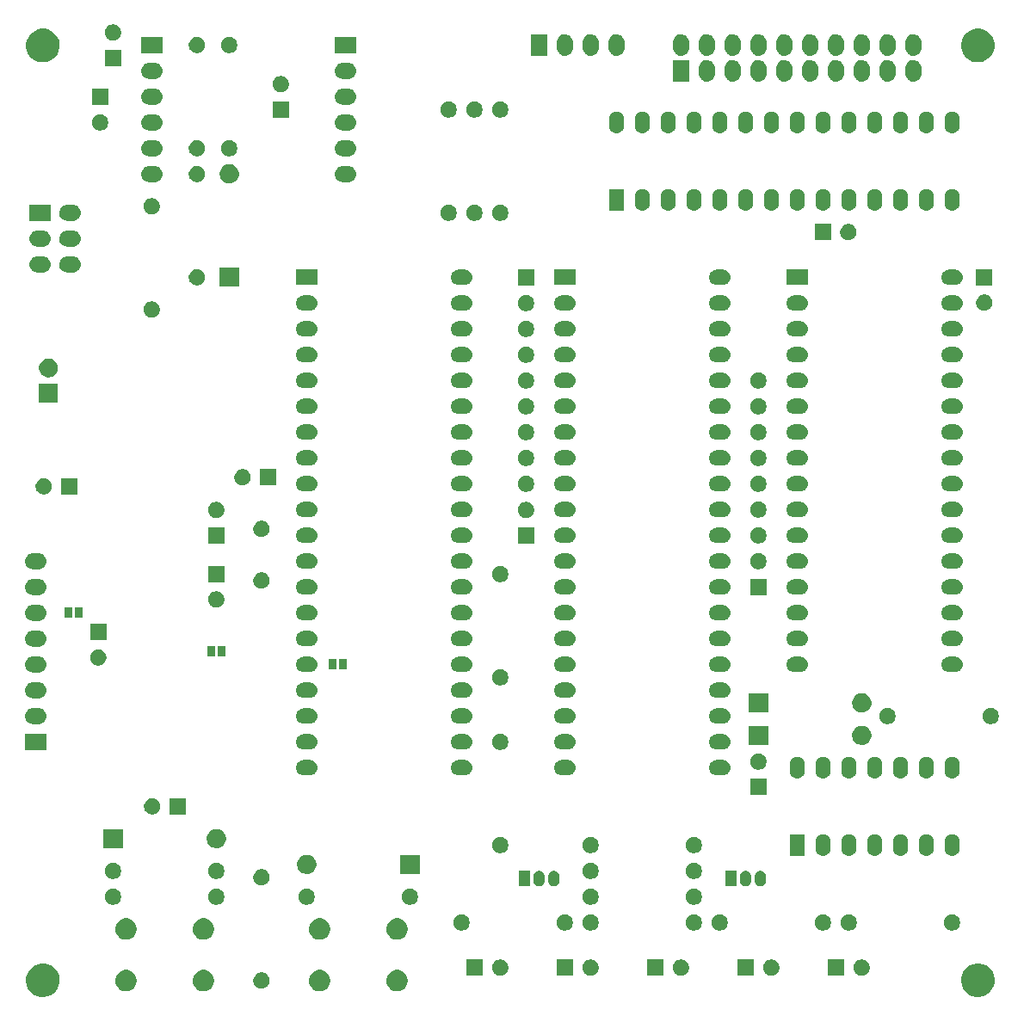
<source format=gbs>
G04 #@! TF.FileFunction,Soldermask,Bot*
%FSLAX46Y46*%
G04 Gerber Fmt 4.6, Leading zero omitted, Abs format (unit mm)*
G04 Created by KiCad (PCBNEW 4.0.7) date 06/19/18 09:28:48*
%MOMM*%
%LPD*%
G01*
G04 APERTURE LIST*
%ADD10C,0.100000*%
G04 APERTURE END LIST*
D10*
G36*
X35173306Y-118351097D02*
X35490281Y-118416163D01*
X35788577Y-118541554D01*
X36056839Y-118722499D01*
X36284848Y-118952106D01*
X36463916Y-119221623D01*
X36587222Y-119520787D01*
X36650005Y-119837865D01*
X36650005Y-119837875D01*
X36650071Y-119838209D01*
X36644910Y-120207800D01*
X36644834Y-120208134D01*
X36644834Y-120208146D01*
X36573225Y-120523340D01*
X36441611Y-120818948D01*
X36255089Y-121083361D01*
X36020755Y-121306513D01*
X35747550Y-121479894D01*
X35445865Y-121596911D01*
X35127201Y-121653099D01*
X34803690Y-121646323D01*
X34487650Y-121576837D01*
X34191135Y-121447293D01*
X33925427Y-121262621D01*
X33700645Y-121029853D01*
X33525361Y-120757865D01*
X33406242Y-120457005D01*
X33347828Y-120138734D01*
X33352347Y-119815185D01*
X33419622Y-119498677D01*
X33547096Y-119201259D01*
X33729909Y-118934267D01*
X33961101Y-118707867D01*
X34231862Y-118530686D01*
X34531882Y-118409470D01*
X34849729Y-118348837D01*
X35173306Y-118351097D01*
X35173306Y-118351097D01*
G37*
G36*
X127173306Y-118351097D02*
X127490281Y-118416163D01*
X127788577Y-118541554D01*
X128056839Y-118722499D01*
X128284848Y-118952106D01*
X128463916Y-119221623D01*
X128587222Y-119520787D01*
X128650005Y-119837865D01*
X128650005Y-119837875D01*
X128650071Y-119838209D01*
X128644910Y-120207800D01*
X128644834Y-120208134D01*
X128644834Y-120208146D01*
X128573225Y-120523340D01*
X128441611Y-120818948D01*
X128255089Y-121083361D01*
X128020755Y-121306513D01*
X127747550Y-121479894D01*
X127445865Y-121596911D01*
X127127201Y-121653099D01*
X126803690Y-121646323D01*
X126487650Y-121576837D01*
X126191135Y-121447293D01*
X125925427Y-121262621D01*
X125700645Y-121029853D01*
X125525361Y-120757865D01*
X125406242Y-120457005D01*
X125347828Y-120138734D01*
X125352347Y-119815185D01*
X125419622Y-119498677D01*
X125547096Y-119201259D01*
X125729909Y-118934267D01*
X125961101Y-118707867D01*
X126231862Y-118530686D01*
X126531882Y-118409470D01*
X126849729Y-118348837D01*
X127173306Y-118351097D01*
X127173306Y-118351097D01*
G37*
G36*
X43290286Y-118965698D02*
X43491998Y-119007104D01*
X43681821Y-119086898D01*
X43852534Y-119202045D01*
X43997631Y-119348159D01*
X44111583Y-119519670D01*
X44190050Y-119710046D01*
X44229979Y-119911698D01*
X44229979Y-119911703D01*
X44230046Y-119912042D01*
X44226761Y-120147237D01*
X44226684Y-120147575D01*
X44226684Y-120147583D01*
X44181144Y-120348034D01*
X44097389Y-120536149D01*
X43978693Y-120704411D01*
X43829570Y-120846419D01*
X43655714Y-120956751D01*
X43463732Y-121031217D01*
X43260947Y-121066972D01*
X43055076Y-121062661D01*
X42853958Y-121018442D01*
X42665268Y-120936005D01*
X42496181Y-120818486D01*
X42353137Y-120670360D01*
X42241594Y-120497278D01*
X42165790Y-120305822D01*
X42128618Y-120103284D01*
X42131493Y-119897390D01*
X42174304Y-119695977D01*
X42255425Y-119506710D01*
X42371760Y-119336807D01*
X42518883Y-119192733D01*
X42691185Y-119079982D01*
X42882107Y-119002844D01*
X43084372Y-118964260D01*
X43290286Y-118965698D01*
X43290286Y-118965698D01*
G37*
G36*
X69960286Y-118965698D02*
X70161998Y-119007104D01*
X70351821Y-119086898D01*
X70522534Y-119202045D01*
X70667631Y-119348159D01*
X70781583Y-119519670D01*
X70860050Y-119710046D01*
X70899979Y-119911698D01*
X70899979Y-119911703D01*
X70900046Y-119912042D01*
X70896761Y-120147237D01*
X70896684Y-120147575D01*
X70896684Y-120147583D01*
X70851144Y-120348034D01*
X70767389Y-120536149D01*
X70648693Y-120704411D01*
X70499570Y-120846419D01*
X70325714Y-120956751D01*
X70133732Y-121031217D01*
X69930947Y-121066972D01*
X69725076Y-121062661D01*
X69523958Y-121018442D01*
X69335268Y-120936005D01*
X69166181Y-120818486D01*
X69023137Y-120670360D01*
X68911594Y-120497278D01*
X68835790Y-120305822D01*
X68798618Y-120103284D01*
X68801493Y-119897390D01*
X68844304Y-119695977D01*
X68925425Y-119506710D01*
X69041760Y-119336807D01*
X69188883Y-119192733D01*
X69361185Y-119079982D01*
X69552107Y-119002844D01*
X69754372Y-118964260D01*
X69960286Y-118965698D01*
X69960286Y-118965698D01*
G37*
G36*
X50910286Y-118965698D02*
X51111998Y-119007104D01*
X51301821Y-119086898D01*
X51472534Y-119202045D01*
X51617631Y-119348159D01*
X51731583Y-119519670D01*
X51810050Y-119710046D01*
X51849979Y-119911698D01*
X51849979Y-119911703D01*
X51850046Y-119912042D01*
X51846761Y-120147237D01*
X51846684Y-120147575D01*
X51846684Y-120147583D01*
X51801144Y-120348034D01*
X51717389Y-120536149D01*
X51598693Y-120704411D01*
X51449570Y-120846419D01*
X51275714Y-120956751D01*
X51083732Y-121031217D01*
X50880947Y-121066972D01*
X50675076Y-121062661D01*
X50473958Y-121018442D01*
X50285268Y-120936005D01*
X50116181Y-120818486D01*
X49973137Y-120670360D01*
X49861594Y-120497278D01*
X49785790Y-120305822D01*
X49748618Y-120103284D01*
X49751493Y-119897390D01*
X49794304Y-119695977D01*
X49875425Y-119506710D01*
X49991760Y-119336807D01*
X50138883Y-119192733D01*
X50311185Y-119079982D01*
X50502107Y-119002844D01*
X50704372Y-118964260D01*
X50910286Y-118965698D01*
X50910286Y-118965698D01*
G37*
G36*
X62340286Y-118965698D02*
X62541998Y-119007104D01*
X62731821Y-119086898D01*
X62902534Y-119202045D01*
X63047631Y-119348159D01*
X63161583Y-119519670D01*
X63240050Y-119710046D01*
X63279979Y-119911698D01*
X63279979Y-119911703D01*
X63280046Y-119912042D01*
X63276761Y-120147237D01*
X63276684Y-120147575D01*
X63276684Y-120147583D01*
X63231144Y-120348034D01*
X63147389Y-120536149D01*
X63028693Y-120704411D01*
X62879570Y-120846419D01*
X62705714Y-120956751D01*
X62513732Y-121031217D01*
X62310947Y-121066972D01*
X62105076Y-121062661D01*
X61903958Y-121018442D01*
X61715268Y-120936005D01*
X61546181Y-120818486D01*
X61403137Y-120670360D01*
X61291594Y-120497278D01*
X61215790Y-120305822D01*
X61178618Y-120103284D01*
X61181493Y-119897390D01*
X61224304Y-119695977D01*
X61305425Y-119506710D01*
X61421760Y-119336807D01*
X61568883Y-119192733D01*
X61741185Y-119079982D01*
X61932107Y-119002844D01*
X62134372Y-118964260D01*
X62340286Y-118965698D01*
X62340286Y-118965698D01*
G37*
G36*
X56599027Y-119215531D02*
X56752713Y-119247078D01*
X56897340Y-119307874D01*
X57027407Y-119395605D01*
X57137958Y-119506931D01*
X57224779Y-119637605D01*
X57284563Y-119782653D01*
X57314969Y-119936212D01*
X57314969Y-119936227D01*
X57315034Y-119936556D01*
X57312532Y-120115752D01*
X57312456Y-120116086D01*
X57312456Y-120116097D01*
X57277776Y-120268741D01*
X57213964Y-120412066D01*
X57123529Y-120540266D01*
X57009910Y-120648463D01*
X56877449Y-120732526D01*
X56731177Y-120789262D01*
X56576675Y-120816504D01*
X56419821Y-120813219D01*
X56266588Y-120779528D01*
X56122825Y-120716720D01*
X55993991Y-120627178D01*
X55885008Y-120514322D01*
X55800023Y-120382451D01*
X55742268Y-120236579D01*
X55713946Y-120082263D01*
X55716137Y-119925391D01*
X55748754Y-119771936D01*
X55810561Y-119627731D01*
X55899197Y-119498281D01*
X56011292Y-119388509D01*
X56142567Y-119302605D01*
X56288035Y-119243832D01*
X56442140Y-119214435D01*
X56599027Y-119215531D01*
X56599027Y-119215531D01*
G37*
G36*
X97874027Y-117945531D02*
X98027713Y-117977078D01*
X98172340Y-118037874D01*
X98302407Y-118125605D01*
X98412958Y-118236931D01*
X98499779Y-118367605D01*
X98559563Y-118512653D01*
X98589969Y-118666212D01*
X98589969Y-118666227D01*
X98590034Y-118666556D01*
X98587532Y-118845752D01*
X98587456Y-118846086D01*
X98587456Y-118846097D01*
X98552776Y-118998741D01*
X98488964Y-119142066D01*
X98398529Y-119270266D01*
X98284910Y-119378463D01*
X98152449Y-119462526D01*
X98006177Y-119519262D01*
X97851675Y-119546504D01*
X97694821Y-119543219D01*
X97541588Y-119509528D01*
X97397825Y-119446720D01*
X97268991Y-119357178D01*
X97160008Y-119244322D01*
X97075023Y-119112451D01*
X97017268Y-118966579D01*
X96988946Y-118812263D01*
X96991137Y-118655391D01*
X97023754Y-118501936D01*
X97085561Y-118357731D01*
X97174197Y-118228281D01*
X97286292Y-118118509D01*
X97417567Y-118032605D01*
X97563035Y-117973832D01*
X97717140Y-117944435D01*
X97874027Y-117945531D01*
X97874027Y-117945531D01*
G37*
G36*
X106764027Y-117945531D02*
X106917713Y-117977078D01*
X107062340Y-118037874D01*
X107192407Y-118125605D01*
X107302958Y-118236931D01*
X107389779Y-118367605D01*
X107449563Y-118512653D01*
X107479969Y-118666212D01*
X107479969Y-118666227D01*
X107480034Y-118666556D01*
X107477532Y-118845752D01*
X107477456Y-118846086D01*
X107477456Y-118846097D01*
X107442776Y-118998741D01*
X107378964Y-119142066D01*
X107288529Y-119270266D01*
X107174910Y-119378463D01*
X107042449Y-119462526D01*
X106896177Y-119519262D01*
X106741675Y-119546504D01*
X106584821Y-119543219D01*
X106431588Y-119509528D01*
X106287825Y-119446720D01*
X106158991Y-119357178D01*
X106050008Y-119244322D01*
X105965023Y-119112451D01*
X105907268Y-118966579D01*
X105878946Y-118812263D01*
X105881137Y-118655391D01*
X105913754Y-118501936D01*
X105975561Y-118357731D01*
X106064197Y-118228281D01*
X106176292Y-118118509D01*
X106307567Y-118032605D01*
X106453035Y-117973832D01*
X106607140Y-117944435D01*
X106764027Y-117945531D01*
X106764027Y-117945531D01*
G37*
G36*
X115654027Y-117945531D02*
X115807713Y-117977078D01*
X115952340Y-118037874D01*
X116082407Y-118125605D01*
X116192958Y-118236931D01*
X116279779Y-118367605D01*
X116339563Y-118512653D01*
X116369969Y-118666212D01*
X116369969Y-118666227D01*
X116370034Y-118666556D01*
X116367532Y-118845752D01*
X116367456Y-118846086D01*
X116367456Y-118846097D01*
X116332776Y-118998741D01*
X116268964Y-119142066D01*
X116178529Y-119270266D01*
X116064910Y-119378463D01*
X115932449Y-119462526D01*
X115786177Y-119519262D01*
X115631675Y-119546504D01*
X115474821Y-119543219D01*
X115321588Y-119509528D01*
X115177825Y-119446720D01*
X115048991Y-119357178D01*
X114940008Y-119244322D01*
X114855023Y-119112451D01*
X114797268Y-118966579D01*
X114768946Y-118812263D01*
X114771137Y-118655391D01*
X114803754Y-118501936D01*
X114865561Y-118357731D01*
X114954197Y-118228281D01*
X115066292Y-118118509D01*
X115197567Y-118032605D01*
X115343035Y-117973832D01*
X115497140Y-117944435D01*
X115654027Y-117945531D01*
X115654027Y-117945531D01*
G37*
G36*
X88984027Y-117945531D02*
X89137713Y-117977078D01*
X89282340Y-118037874D01*
X89412407Y-118125605D01*
X89522958Y-118236931D01*
X89609779Y-118367605D01*
X89669563Y-118512653D01*
X89699969Y-118666212D01*
X89699969Y-118666227D01*
X89700034Y-118666556D01*
X89697532Y-118845752D01*
X89697456Y-118846086D01*
X89697456Y-118846097D01*
X89662776Y-118998741D01*
X89598964Y-119142066D01*
X89508529Y-119270266D01*
X89394910Y-119378463D01*
X89262449Y-119462526D01*
X89116177Y-119519262D01*
X88961675Y-119546504D01*
X88804821Y-119543219D01*
X88651588Y-119509528D01*
X88507825Y-119446720D01*
X88378991Y-119357178D01*
X88270008Y-119244322D01*
X88185023Y-119112451D01*
X88127268Y-118966579D01*
X88098946Y-118812263D01*
X88101137Y-118655391D01*
X88133754Y-118501936D01*
X88195561Y-118357731D01*
X88284197Y-118228281D01*
X88396292Y-118118509D01*
X88527567Y-118032605D01*
X88673035Y-117973832D01*
X88827140Y-117944435D01*
X88984027Y-117945531D01*
X88984027Y-117945531D01*
G37*
G36*
X80094027Y-117945531D02*
X80247713Y-117977078D01*
X80392340Y-118037874D01*
X80522407Y-118125605D01*
X80632958Y-118236931D01*
X80719779Y-118367605D01*
X80779563Y-118512653D01*
X80809969Y-118666212D01*
X80809969Y-118666227D01*
X80810034Y-118666556D01*
X80807532Y-118845752D01*
X80807456Y-118846086D01*
X80807456Y-118846097D01*
X80772776Y-118998741D01*
X80708964Y-119142066D01*
X80618529Y-119270266D01*
X80504910Y-119378463D01*
X80372449Y-119462526D01*
X80226177Y-119519262D01*
X80071675Y-119546504D01*
X79914821Y-119543219D01*
X79761588Y-119509528D01*
X79617825Y-119446720D01*
X79488991Y-119357178D01*
X79380008Y-119244322D01*
X79295023Y-119112451D01*
X79237268Y-118966579D01*
X79208946Y-118812263D01*
X79211137Y-118655391D01*
X79243754Y-118501936D01*
X79305561Y-118357731D01*
X79394197Y-118228281D01*
X79506292Y-118118509D01*
X79637567Y-118032605D01*
X79783035Y-117973832D01*
X79937140Y-117944435D01*
X80094027Y-117945531D01*
X80094027Y-117945531D01*
G37*
G36*
X78270000Y-119545000D02*
X76670000Y-119545000D01*
X76670000Y-117945000D01*
X78270000Y-117945000D01*
X78270000Y-119545000D01*
X78270000Y-119545000D01*
G37*
G36*
X87160000Y-119545000D02*
X85560000Y-119545000D01*
X85560000Y-117945000D01*
X87160000Y-117945000D01*
X87160000Y-119545000D01*
X87160000Y-119545000D01*
G37*
G36*
X96050000Y-119545000D02*
X94450000Y-119545000D01*
X94450000Y-117945000D01*
X96050000Y-117945000D01*
X96050000Y-119545000D01*
X96050000Y-119545000D01*
G37*
G36*
X104940000Y-119545000D02*
X103340000Y-119545000D01*
X103340000Y-117945000D01*
X104940000Y-117945000D01*
X104940000Y-119545000D01*
X104940000Y-119545000D01*
G37*
G36*
X113830000Y-119545000D02*
X112230000Y-119545000D01*
X112230000Y-117945000D01*
X113830000Y-117945000D01*
X113830000Y-119545000D01*
X113830000Y-119545000D01*
G37*
G36*
X43290286Y-113885698D02*
X43491998Y-113927104D01*
X43681821Y-114006898D01*
X43852534Y-114122045D01*
X43997631Y-114268159D01*
X44111583Y-114439670D01*
X44190050Y-114630046D01*
X44229979Y-114831698D01*
X44229979Y-114831703D01*
X44230046Y-114832042D01*
X44226761Y-115067237D01*
X44226684Y-115067575D01*
X44226684Y-115067583D01*
X44181144Y-115268034D01*
X44097389Y-115456149D01*
X43978693Y-115624411D01*
X43829570Y-115766419D01*
X43655714Y-115876751D01*
X43463732Y-115951217D01*
X43260947Y-115986972D01*
X43055076Y-115982661D01*
X42853958Y-115938442D01*
X42665268Y-115856005D01*
X42496181Y-115738486D01*
X42353137Y-115590360D01*
X42241594Y-115417278D01*
X42165790Y-115225822D01*
X42128618Y-115023284D01*
X42131493Y-114817390D01*
X42174304Y-114615977D01*
X42255425Y-114426710D01*
X42371760Y-114256807D01*
X42518883Y-114112733D01*
X42691185Y-113999982D01*
X42882107Y-113922844D01*
X43084372Y-113884260D01*
X43290286Y-113885698D01*
X43290286Y-113885698D01*
G37*
G36*
X50910286Y-113885698D02*
X51111998Y-113927104D01*
X51301821Y-114006898D01*
X51472534Y-114122045D01*
X51617631Y-114268159D01*
X51731583Y-114439670D01*
X51810050Y-114630046D01*
X51849979Y-114831698D01*
X51849979Y-114831703D01*
X51850046Y-114832042D01*
X51846761Y-115067237D01*
X51846684Y-115067575D01*
X51846684Y-115067583D01*
X51801144Y-115268034D01*
X51717389Y-115456149D01*
X51598693Y-115624411D01*
X51449570Y-115766419D01*
X51275714Y-115876751D01*
X51083732Y-115951217D01*
X50880947Y-115986972D01*
X50675076Y-115982661D01*
X50473958Y-115938442D01*
X50285268Y-115856005D01*
X50116181Y-115738486D01*
X49973137Y-115590360D01*
X49861594Y-115417278D01*
X49785790Y-115225822D01*
X49748618Y-115023284D01*
X49751493Y-114817390D01*
X49794304Y-114615977D01*
X49875425Y-114426710D01*
X49991760Y-114256807D01*
X50138883Y-114112733D01*
X50311185Y-113999982D01*
X50502107Y-113922844D01*
X50704372Y-113884260D01*
X50910286Y-113885698D01*
X50910286Y-113885698D01*
G37*
G36*
X62340286Y-113885698D02*
X62541998Y-113927104D01*
X62731821Y-114006898D01*
X62902534Y-114122045D01*
X63047631Y-114268159D01*
X63161583Y-114439670D01*
X63240050Y-114630046D01*
X63279979Y-114831698D01*
X63279979Y-114831703D01*
X63280046Y-114832042D01*
X63276761Y-115067237D01*
X63276684Y-115067575D01*
X63276684Y-115067583D01*
X63231144Y-115268034D01*
X63147389Y-115456149D01*
X63028693Y-115624411D01*
X62879570Y-115766419D01*
X62705714Y-115876751D01*
X62513732Y-115951217D01*
X62310947Y-115986972D01*
X62105076Y-115982661D01*
X61903958Y-115938442D01*
X61715268Y-115856005D01*
X61546181Y-115738486D01*
X61403137Y-115590360D01*
X61291594Y-115417278D01*
X61215790Y-115225822D01*
X61178618Y-115023284D01*
X61181493Y-114817390D01*
X61224304Y-114615977D01*
X61305425Y-114426710D01*
X61421760Y-114256807D01*
X61568883Y-114112733D01*
X61741185Y-113999982D01*
X61932107Y-113922844D01*
X62134372Y-113884260D01*
X62340286Y-113885698D01*
X62340286Y-113885698D01*
G37*
G36*
X69960286Y-113885698D02*
X70161998Y-113927104D01*
X70351821Y-114006898D01*
X70522534Y-114122045D01*
X70667631Y-114268159D01*
X70781583Y-114439670D01*
X70860050Y-114630046D01*
X70899979Y-114831698D01*
X70899979Y-114831703D01*
X70900046Y-114832042D01*
X70896761Y-115067237D01*
X70896684Y-115067575D01*
X70896684Y-115067583D01*
X70851144Y-115268034D01*
X70767389Y-115456149D01*
X70648693Y-115624411D01*
X70499570Y-115766419D01*
X70325714Y-115876751D01*
X70133732Y-115951217D01*
X69930947Y-115986972D01*
X69725076Y-115982661D01*
X69523958Y-115938442D01*
X69335268Y-115856005D01*
X69166181Y-115738486D01*
X69023137Y-115590360D01*
X68911594Y-115417278D01*
X68835790Y-115225822D01*
X68798618Y-115023284D01*
X68801493Y-114817390D01*
X68844304Y-114615977D01*
X68925425Y-114426710D01*
X69041760Y-114256807D01*
X69188883Y-114112733D01*
X69361185Y-113999982D01*
X69552107Y-113922844D01*
X69754372Y-113884260D01*
X69960286Y-113885698D01*
X69960286Y-113885698D01*
G37*
G36*
X99144027Y-113500531D02*
X99297713Y-113532078D01*
X99442340Y-113592874D01*
X99572407Y-113680605D01*
X99682958Y-113791931D01*
X99769779Y-113922605D01*
X99829563Y-114067653D01*
X99859969Y-114221212D01*
X99859969Y-114221227D01*
X99860034Y-114221556D01*
X99857532Y-114400752D01*
X99857456Y-114401086D01*
X99857456Y-114401097D01*
X99822776Y-114553741D01*
X99758964Y-114697066D01*
X99668529Y-114825266D01*
X99554910Y-114933463D01*
X99422449Y-115017526D01*
X99276177Y-115074262D01*
X99121675Y-115101504D01*
X98964821Y-115098219D01*
X98811588Y-115064528D01*
X98667825Y-115001720D01*
X98538991Y-114912178D01*
X98430008Y-114799322D01*
X98345023Y-114667451D01*
X98287268Y-114521579D01*
X98258946Y-114367263D01*
X98261137Y-114210391D01*
X98293754Y-114056936D01*
X98355561Y-113912731D01*
X98444197Y-113783281D01*
X98556292Y-113673509D01*
X98687567Y-113587605D01*
X98833035Y-113528832D01*
X98987140Y-113499435D01*
X99144027Y-113500531D01*
X99144027Y-113500531D01*
G37*
G36*
X76284027Y-113500531D02*
X76437713Y-113532078D01*
X76582340Y-113592874D01*
X76712407Y-113680605D01*
X76822958Y-113791931D01*
X76909779Y-113922605D01*
X76969563Y-114067653D01*
X76999969Y-114221212D01*
X76999969Y-114221227D01*
X77000034Y-114221556D01*
X76997532Y-114400752D01*
X76997456Y-114401086D01*
X76997456Y-114401097D01*
X76962776Y-114553741D01*
X76898964Y-114697066D01*
X76808529Y-114825266D01*
X76694910Y-114933463D01*
X76562449Y-115017526D01*
X76416177Y-115074262D01*
X76261675Y-115101504D01*
X76104821Y-115098219D01*
X75951588Y-115064528D01*
X75807825Y-115001720D01*
X75678991Y-114912178D01*
X75570008Y-114799322D01*
X75485023Y-114667451D01*
X75427268Y-114521579D01*
X75398946Y-114367263D01*
X75401137Y-114210391D01*
X75433754Y-114056936D01*
X75495561Y-113912731D01*
X75584197Y-113783281D01*
X75696292Y-113673509D01*
X75827567Y-113587605D01*
X75973035Y-113528832D01*
X76127140Y-113499435D01*
X76284027Y-113500531D01*
X76284027Y-113500531D01*
G37*
G36*
X124544027Y-113500531D02*
X124697713Y-113532078D01*
X124842340Y-113592874D01*
X124972407Y-113680605D01*
X125082958Y-113791931D01*
X125169779Y-113922605D01*
X125229563Y-114067653D01*
X125259969Y-114221212D01*
X125259969Y-114221227D01*
X125260034Y-114221556D01*
X125257532Y-114400752D01*
X125257456Y-114401086D01*
X125257456Y-114401097D01*
X125222776Y-114553741D01*
X125158964Y-114697066D01*
X125068529Y-114825266D01*
X124954910Y-114933463D01*
X124822449Y-115017526D01*
X124676177Y-115074262D01*
X124521675Y-115101504D01*
X124364821Y-115098219D01*
X124211588Y-115064528D01*
X124067825Y-115001720D01*
X123938991Y-114912178D01*
X123830008Y-114799322D01*
X123745023Y-114667451D01*
X123687268Y-114521579D01*
X123658946Y-114367263D01*
X123661137Y-114210391D01*
X123693754Y-114056936D01*
X123755561Y-113912731D01*
X123844197Y-113783281D01*
X123956292Y-113673509D01*
X124087567Y-113587605D01*
X124233035Y-113528832D01*
X124387140Y-113499435D01*
X124544027Y-113500531D01*
X124544027Y-113500531D01*
G37*
G36*
X114384027Y-113500531D02*
X114537713Y-113532078D01*
X114682340Y-113592874D01*
X114812407Y-113680605D01*
X114922958Y-113791931D01*
X115009779Y-113922605D01*
X115069563Y-114067653D01*
X115099969Y-114221212D01*
X115099969Y-114221227D01*
X115100034Y-114221556D01*
X115097532Y-114400752D01*
X115097456Y-114401086D01*
X115097456Y-114401097D01*
X115062776Y-114553741D01*
X114998964Y-114697066D01*
X114908529Y-114825266D01*
X114794910Y-114933463D01*
X114662449Y-115017526D01*
X114516177Y-115074262D01*
X114361675Y-115101504D01*
X114204821Y-115098219D01*
X114051588Y-115064528D01*
X113907825Y-115001720D01*
X113778991Y-114912178D01*
X113670008Y-114799322D01*
X113585023Y-114667451D01*
X113527268Y-114521579D01*
X113498946Y-114367263D01*
X113501137Y-114210391D01*
X113533754Y-114056936D01*
X113595561Y-113912731D01*
X113684197Y-113783281D01*
X113796292Y-113673509D01*
X113927567Y-113587605D01*
X114073035Y-113528832D01*
X114227140Y-113499435D01*
X114384027Y-113500531D01*
X114384027Y-113500531D01*
G37*
G36*
X111844027Y-113500531D02*
X111997713Y-113532078D01*
X112142340Y-113592874D01*
X112272407Y-113680605D01*
X112382958Y-113791931D01*
X112469779Y-113922605D01*
X112529563Y-114067653D01*
X112559969Y-114221212D01*
X112559969Y-114221227D01*
X112560034Y-114221556D01*
X112557532Y-114400752D01*
X112557456Y-114401086D01*
X112557456Y-114401097D01*
X112522776Y-114553741D01*
X112458964Y-114697066D01*
X112368529Y-114825266D01*
X112254910Y-114933463D01*
X112122449Y-115017526D01*
X111976177Y-115074262D01*
X111821675Y-115101504D01*
X111664821Y-115098219D01*
X111511588Y-115064528D01*
X111367825Y-115001720D01*
X111238991Y-114912178D01*
X111130008Y-114799322D01*
X111045023Y-114667451D01*
X110987268Y-114521579D01*
X110958946Y-114367263D01*
X110961137Y-114210391D01*
X110993754Y-114056936D01*
X111055561Y-113912731D01*
X111144197Y-113783281D01*
X111256292Y-113673509D01*
X111387567Y-113587605D01*
X111533035Y-113528832D01*
X111687140Y-113499435D01*
X111844027Y-113500531D01*
X111844027Y-113500531D01*
G37*
G36*
X101684027Y-113500531D02*
X101837713Y-113532078D01*
X101982340Y-113592874D01*
X102112407Y-113680605D01*
X102222958Y-113791931D01*
X102309779Y-113922605D01*
X102369563Y-114067653D01*
X102399969Y-114221212D01*
X102399969Y-114221227D01*
X102400034Y-114221556D01*
X102397532Y-114400752D01*
X102397456Y-114401086D01*
X102397456Y-114401097D01*
X102362776Y-114553741D01*
X102298964Y-114697066D01*
X102208529Y-114825266D01*
X102094910Y-114933463D01*
X101962449Y-115017526D01*
X101816177Y-115074262D01*
X101661675Y-115101504D01*
X101504821Y-115098219D01*
X101351588Y-115064528D01*
X101207825Y-115001720D01*
X101078991Y-114912178D01*
X100970008Y-114799322D01*
X100885023Y-114667451D01*
X100827268Y-114521579D01*
X100798946Y-114367263D01*
X100801137Y-114210391D01*
X100833754Y-114056936D01*
X100895561Y-113912731D01*
X100984197Y-113783281D01*
X101096292Y-113673509D01*
X101227567Y-113587605D01*
X101373035Y-113528832D01*
X101527140Y-113499435D01*
X101684027Y-113500531D01*
X101684027Y-113500531D01*
G37*
G36*
X86444027Y-113500531D02*
X86597713Y-113532078D01*
X86742340Y-113592874D01*
X86872407Y-113680605D01*
X86982958Y-113791931D01*
X87069779Y-113922605D01*
X87129563Y-114067653D01*
X87159969Y-114221212D01*
X87159969Y-114221227D01*
X87160034Y-114221556D01*
X87157532Y-114400752D01*
X87157456Y-114401086D01*
X87157456Y-114401097D01*
X87122776Y-114553741D01*
X87058964Y-114697066D01*
X86968529Y-114825266D01*
X86854910Y-114933463D01*
X86722449Y-115017526D01*
X86576177Y-115074262D01*
X86421675Y-115101504D01*
X86264821Y-115098219D01*
X86111588Y-115064528D01*
X85967825Y-115001720D01*
X85838991Y-114912178D01*
X85730008Y-114799322D01*
X85645023Y-114667451D01*
X85587268Y-114521579D01*
X85558946Y-114367263D01*
X85561137Y-114210391D01*
X85593754Y-114056936D01*
X85655561Y-113912731D01*
X85744197Y-113783281D01*
X85856292Y-113673509D01*
X85987567Y-113587605D01*
X86133035Y-113528832D01*
X86287140Y-113499435D01*
X86444027Y-113500531D01*
X86444027Y-113500531D01*
G37*
G36*
X88984027Y-113500531D02*
X89137713Y-113532078D01*
X89282340Y-113592874D01*
X89412407Y-113680605D01*
X89522958Y-113791931D01*
X89609779Y-113922605D01*
X89669563Y-114067653D01*
X89699969Y-114221212D01*
X89699969Y-114221227D01*
X89700034Y-114221556D01*
X89697532Y-114400752D01*
X89697456Y-114401086D01*
X89697456Y-114401097D01*
X89662776Y-114553741D01*
X89598964Y-114697066D01*
X89508529Y-114825266D01*
X89394910Y-114933463D01*
X89262449Y-115017526D01*
X89116177Y-115074262D01*
X88961675Y-115101504D01*
X88804821Y-115098219D01*
X88651588Y-115064528D01*
X88507825Y-115001720D01*
X88378991Y-114912178D01*
X88270008Y-114799322D01*
X88185023Y-114667451D01*
X88127268Y-114521579D01*
X88098946Y-114367263D01*
X88101137Y-114210391D01*
X88133754Y-114056936D01*
X88195561Y-113912731D01*
X88284197Y-113783281D01*
X88396292Y-113673509D01*
X88527567Y-113587605D01*
X88673035Y-113528832D01*
X88827140Y-113499435D01*
X88984027Y-113500531D01*
X88984027Y-113500531D01*
G37*
G36*
X61044027Y-110960531D02*
X61197713Y-110992078D01*
X61342340Y-111052874D01*
X61472407Y-111140605D01*
X61582958Y-111251931D01*
X61669779Y-111382605D01*
X61729563Y-111527653D01*
X61759969Y-111681212D01*
X61759969Y-111681227D01*
X61760034Y-111681556D01*
X61757532Y-111860752D01*
X61757456Y-111861086D01*
X61757456Y-111861097D01*
X61722776Y-112013741D01*
X61658964Y-112157066D01*
X61568529Y-112285266D01*
X61454910Y-112393463D01*
X61322449Y-112477526D01*
X61176177Y-112534262D01*
X61021675Y-112561504D01*
X60864821Y-112558219D01*
X60711588Y-112524528D01*
X60567825Y-112461720D01*
X60438991Y-112372178D01*
X60330008Y-112259322D01*
X60245023Y-112127451D01*
X60187268Y-111981579D01*
X60158946Y-111827263D01*
X60161137Y-111670391D01*
X60193754Y-111516936D01*
X60255561Y-111372731D01*
X60344197Y-111243281D01*
X60456292Y-111133509D01*
X60587567Y-111047605D01*
X60733035Y-110988832D01*
X60887140Y-110959435D01*
X61044027Y-110960531D01*
X61044027Y-110960531D01*
G37*
G36*
X41994027Y-110960531D02*
X42147713Y-110992078D01*
X42292340Y-111052874D01*
X42422407Y-111140605D01*
X42532958Y-111251931D01*
X42619779Y-111382605D01*
X42679563Y-111527653D01*
X42709969Y-111681212D01*
X42709969Y-111681227D01*
X42710034Y-111681556D01*
X42707532Y-111860752D01*
X42707456Y-111861086D01*
X42707456Y-111861097D01*
X42672776Y-112013741D01*
X42608964Y-112157066D01*
X42518529Y-112285266D01*
X42404910Y-112393463D01*
X42272449Y-112477526D01*
X42126177Y-112534262D01*
X41971675Y-112561504D01*
X41814821Y-112558219D01*
X41661588Y-112524528D01*
X41517825Y-112461720D01*
X41388991Y-112372178D01*
X41280008Y-112259322D01*
X41195023Y-112127451D01*
X41137268Y-111981579D01*
X41108946Y-111827263D01*
X41111137Y-111670391D01*
X41143754Y-111516936D01*
X41205561Y-111372731D01*
X41294197Y-111243281D01*
X41406292Y-111133509D01*
X41537567Y-111047605D01*
X41683035Y-110988832D01*
X41837140Y-110959435D01*
X41994027Y-110960531D01*
X41994027Y-110960531D01*
G37*
G36*
X52154027Y-110960531D02*
X52307713Y-110992078D01*
X52452340Y-111052874D01*
X52582407Y-111140605D01*
X52692958Y-111251931D01*
X52779779Y-111382605D01*
X52839563Y-111527653D01*
X52869969Y-111681212D01*
X52869969Y-111681227D01*
X52870034Y-111681556D01*
X52867532Y-111860752D01*
X52867456Y-111861086D01*
X52867456Y-111861097D01*
X52832776Y-112013741D01*
X52768964Y-112157066D01*
X52678529Y-112285266D01*
X52564910Y-112393463D01*
X52432449Y-112477526D01*
X52286177Y-112534262D01*
X52131675Y-112561504D01*
X51974821Y-112558219D01*
X51821588Y-112524528D01*
X51677825Y-112461720D01*
X51548991Y-112372178D01*
X51440008Y-112259322D01*
X51355023Y-112127451D01*
X51297268Y-111981579D01*
X51268946Y-111827263D01*
X51271137Y-111670391D01*
X51303754Y-111516936D01*
X51365561Y-111372731D01*
X51454197Y-111243281D01*
X51566292Y-111133509D01*
X51697567Y-111047605D01*
X51843035Y-110988832D01*
X51997140Y-110959435D01*
X52154027Y-110960531D01*
X52154027Y-110960531D01*
G37*
G36*
X99144027Y-110960531D02*
X99297713Y-110992078D01*
X99442340Y-111052874D01*
X99572407Y-111140605D01*
X99682958Y-111251931D01*
X99769779Y-111382605D01*
X99829563Y-111527653D01*
X99859969Y-111681212D01*
X99859969Y-111681227D01*
X99860034Y-111681556D01*
X99857532Y-111860752D01*
X99857456Y-111861086D01*
X99857456Y-111861097D01*
X99822776Y-112013741D01*
X99758964Y-112157066D01*
X99668529Y-112285266D01*
X99554910Y-112393463D01*
X99422449Y-112477526D01*
X99276177Y-112534262D01*
X99121675Y-112561504D01*
X98964821Y-112558219D01*
X98811588Y-112524528D01*
X98667825Y-112461720D01*
X98538991Y-112372178D01*
X98430008Y-112259322D01*
X98345023Y-112127451D01*
X98287268Y-111981579D01*
X98258946Y-111827263D01*
X98261137Y-111670391D01*
X98293754Y-111516936D01*
X98355561Y-111372731D01*
X98444197Y-111243281D01*
X98556292Y-111133509D01*
X98687567Y-111047605D01*
X98833035Y-110988832D01*
X98987140Y-110959435D01*
X99144027Y-110960531D01*
X99144027Y-110960531D01*
G37*
G36*
X88984027Y-110960531D02*
X89137713Y-110992078D01*
X89282340Y-111052874D01*
X89412407Y-111140605D01*
X89522958Y-111251931D01*
X89609779Y-111382605D01*
X89669563Y-111527653D01*
X89699969Y-111681212D01*
X89699969Y-111681227D01*
X89700034Y-111681556D01*
X89697532Y-111860752D01*
X89697456Y-111861086D01*
X89697456Y-111861097D01*
X89662776Y-112013741D01*
X89598964Y-112157066D01*
X89508529Y-112285266D01*
X89394910Y-112393463D01*
X89262449Y-112477526D01*
X89116177Y-112534262D01*
X88961675Y-112561504D01*
X88804821Y-112558219D01*
X88651588Y-112524528D01*
X88507825Y-112461720D01*
X88378991Y-112372178D01*
X88270008Y-112259322D01*
X88185023Y-112127451D01*
X88127268Y-111981579D01*
X88098946Y-111827263D01*
X88101137Y-111670391D01*
X88133754Y-111516936D01*
X88195561Y-111372731D01*
X88284197Y-111243281D01*
X88396292Y-111133509D01*
X88527567Y-111047605D01*
X88673035Y-110988832D01*
X88827140Y-110959435D01*
X88984027Y-110960531D01*
X88984027Y-110960531D01*
G37*
G36*
X71204027Y-110960531D02*
X71357713Y-110992078D01*
X71502340Y-111052874D01*
X71632407Y-111140605D01*
X71742958Y-111251931D01*
X71829779Y-111382605D01*
X71889563Y-111527653D01*
X71919969Y-111681212D01*
X71919969Y-111681227D01*
X71920034Y-111681556D01*
X71917532Y-111860752D01*
X71917456Y-111861086D01*
X71917456Y-111861097D01*
X71882776Y-112013741D01*
X71818964Y-112157066D01*
X71728529Y-112285266D01*
X71614910Y-112393463D01*
X71482449Y-112477526D01*
X71336177Y-112534262D01*
X71181675Y-112561504D01*
X71024821Y-112558219D01*
X70871588Y-112524528D01*
X70727825Y-112461720D01*
X70598991Y-112372178D01*
X70490008Y-112259322D01*
X70405023Y-112127451D01*
X70347268Y-111981579D01*
X70318946Y-111827263D01*
X70321137Y-111670391D01*
X70353754Y-111516936D01*
X70415561Y-111372731D01*
X70504197Y-111243281D01*
X70616292Y-111133509D01*
X70747567Y-111047605D01*
X70893035Y-110988832D01*
X71047140Y-110959435D01*
X71204027Y-110960531D01*
X71204027Y-110960531D01*
G37*
G36*
X83930544Y-109239597D02*
X83930558Y-109239601D01*
X83930593Y-109239605D01*
X84033134Y-109271346D01*
X84127556Y-109322400D01*
X84210264Y-109390822D01*
X84278107Y-109474006D01*
X84328500Y-109568782D01*
X84359525Y-109671542D01*
X84370000Y-109778371D01*
X84370000Y-110185669D01*
X84369961Y-110191286D01*
X84369960Y-110191293D01*
X84369946Y-110193308D01*
X84357981Y-110299980D01*
X84325524Y-110402297D01*
X84273812Y-110496361D01*
X84204815Y-110578589D01*
X84121160Y-110645849D01*
X84026034Y-110695580D01*
X83923060Y-110725887D01*
X83923026Y-110725890D01*
X83923013Y-110725894D01*
X83816162Y-110735618D01*
X83709456Y-110724403D01*
X83709442Y-110724399D01*
X83709407Y-110724395D01*
X83606866Y-110692654D01*
X83512444Y-110641600D01*
X83429736Y-110573178D01*
X83361893Y-110489994D01*
X83311500Y-110395218D01*
X83280475Y-110292458D01*
X83270000Y-110185629D01*
X83270000Y-109778331D01*
X83270039Y-109772714D01*
X83270040Y-109772707D01*
X83270054Y-109770692D01*
X83282019Y-109664020D01*
X83314476Y-109561703D01*
X83366188Y-109467639D01*
X83435185Y-109385411D01*
X83518840Y-109318151D01*
X83613966Y-109268420D01*
X83716940Y-109238113D01*
X83716974Y-109238110D01*
X83716987Y-109238106D01*
X83823838Y-109228382D01*
X83930544Y-109239597D01*
X83930544Y-109239597D01*
G37*
G36*
X85400544Y-109239597D02*
X85400558Y-109239601D01*
X85400593Y-109239605D01*
X85503134Y-109271346D01*
X85597556Y-109322400D01*
X85680264Y-109390822D01*
X85748107Y-109474006D01*
X85798500Y-109568782D01*
X85829525Y-109671542D01*
X85840000Y-109778371D01*
X85840000Y-110185669D01*
X85839961Y-110191286D01*
X85839960Y-110191293D01*
X85839946Y-110193308D01*
X85827981Y-110299980D01*
X85795524Y-110402297D01*
X85743812Y-110496361D01*
X85674815Y-110578589D01*
X85591160Y-110645849D01*
X85496034Y-110695580D01*
X85393060Y-110725887D01*
X85393026Y-110725890D01*
X85393013Y-110725894D01*
X85286162Y-110735618D01*
X85179456Y-110724403D01*
X85179442Y-110724399D01*
X85179407Y-110724395D01*
X85076866Y-110692654D01*
X84982444Y-110641600D01*
X84899736Y-110573178D01*
X84831893Y-110489994D01*
X84781500Y-110395218D01*
X84750475Y-110292458D01*
X84740000Y-110185629D01*
X84740000Y-109778331D01*
X84740039Y-109772714D01*
X84740040Y-109772707D01*
X84740054Y-109770692D01*
X84752019Y-109664020D01*
X84784476Y-109561703D01*
X84836188Y-109467639D01*
X84905185Y-109385411D01*
X84988840Y-109318151D01*
X85083966Y-109268420D01*
X85186940Y-109238113D01*
X85186974Y-109238110D01*
X85186987Y-109238106D01*
X85293838Y-109228382D01*
X85400544Y-109239597D01*
X85400544Y-109239597D01*
G37*
G36*
X104250544Y-109239597D02*
X104250558Y-109239601D01*
X104250593Y-109239605D01*
X104353134Y-109271346D01*
X104447556Y-109322400D01*
X104530264Y-109390822D01*
X104598107Y-109474006D01*
X104648500Y-109568782D01*
X104679525Y-109671542D01*
X104690000Y-109778371D01*
X104690000Y-110185669D01*
X104689961Y-110191286D01*
X104689960Y-110191293D01*
X104689946Y-110193308D01*
X104677981Y-110299980D01*
X104645524Y-110402297D01*
X104593812Y-110496361D01*
X104524815Y-110578589D01*
X104441160Y-110645849D01*
X104346034Y-110695580D01*
X104243060Y-110725887D01*
X104243026Y-110725890D01*
X104243013Y-110725894D01*
X104136162Y-110735618D01*
X104029456Y-110724403D01*
X104029442Y-110724399D01*
X104029407Y-110724395D01*
X103926866Y-110692654D01*
X103832444Y-110641600D01*
X103749736Y-110573178D01*
X103681893Y-110489994D01*
X103631500Y-110395218D01*
X103600475Y-110292458D01*
X103590000Y-110185629D01*
X103590000Y-109778331D01*
X103590039Y-109772714D01*
X103590040Y-109772707D01*
X103590054Y-109770692D01*
X103602019Y-109664020D01*
X103634476Y-109561703D01*
X103686188Y-109467639D01*
X103755185Y-109385411D01*
X103838840Y-109318151D01*
X103933966Y-109268420D01*
X104036940Y-109238113D01*
X104036974Y-109238110D01*
X104036987Y-109238106D01*
X104143838Y-109228382D01*
X104250544Y-109239597D01*
X104250544Y-109239597D01*
G37*
G36*
X105720544Y-109239597D02*
X105720558Y-109239601D01*
X105720593Y-109239605D01*
X105823134Y-109271346D01*
X105917556Y-109322400D01*
X106000264Y-109390822D01*
X106068107Y-109474006D01*
X106118500Y-109568782D01*
X106149525Y-109671542D01*
X106160000Y-109778371D01*
X106160000Y-110185669D01*
X106159961Y-110191286D01*
X106159960Y-110191293D01*
X106159946Y-110193308D01*
X106147981Y-110299980D01*
X106115524Y-110402297D01*
X106063812Y-110496361D01*
X105994815Y-110578589D01*
X105911160Y-110645849D01*
X105816034Y-110695580D01*
X105713060Y-110725887D01*
X105713026Y-110725890D01*
X105713013Y-110725894D01*
X105606162Y-110735618D01*
X105499456Y-110724403D01*
X105499442Y-110724399D01*
X105499407Y-110724395D01*
X105396866Y-110692654D01*
X105302444Y-110641600D01*
X105219736Y-110573178D01*
X105151893Y-110489994D01*
X105101500Y-110395218D01*
X105070475Y-110292458D01*
X105060000Y-110185629D01*
X105060000Y-109778331D01*
X105060039Y-109772714D01*
X105060040Y-109772707D01*
X105060054Y-109770692D01*
X105072019Y-109664020D01*
X105104476Y-109561703D01*
X105156188Y-109467639D01*
X105225185Y-109385411D01*
X105308840Y-109318151D01*
X105403966Y-109268420D01*
X105506940Y-109238113D01*
X105506974Y-109238110D01*
X105506987Y-109238106D01*
X105613838Y-109228382D01*
X105720544Y-109239597D01*
X105720544Y-109239597D01*
G37*
G36*
X82900000Y-110732000D02*
X81800000Y-110732000D01*
X81800000Y-109232000D01*
X82900000Y-109232000D01*
X82900000Y-110732000D01*
X82900000Y-110732000D01*
G37*
G36*
X103220000Y-110732000D02*
X102120000Y-110732000D01*
X102120000Y-109232000D01*
X103220000Y-109232000D01*
X103220000Y-110732000D01*
X103220000Y-110732000D01*
G37*
G36*
X56599027Y-109055531D02*
X56752713Y-109087078D01*
X56897340Y-109147874D01*
X57027407Y-109235605D01*
X57137958Y-109346931D01*
X57224779Y-109477605D01*
X57284563Y-109622653D01*
X57314969Y-109776212D01*
X57314969Y-109776227D01*
X57315034Y-109776556D01*
X57312532Y-109955752D01*
X57312456Y-109956086D01*
X57312456Y-109956097D01*
X57277776Y-110108741D01*
X57213964Y-110252066D01*
X57123529Y-110380266D01*
X57009910Y-110488463D01*
X56877449Y-110572526D01*
X56731177Y-110629262D01*
X56576675Y-110656504D01*
X56419821Y-110653219D01*
X56266588Y-110619528D01*
X56122825Y-110556720D01*
X55993991Y-110467178D01*
X55885008Y-110354322D01*
X55800023Y-110222451D01*
X55742268Y-110076579D01*
X55713946Y-109922263D01*
X55716137Y-109765391D01*
X55748754Y-109611936D01*
X55810561Y-109467731D01*
X55899197Y-109338281D01*
X56011292Y-109228509D01*
X56142567Y-109142605D01*
X56288035Y-109083832D01*
X56442140Y-109054435D01*
X56599027Y-109055531D01*
X56599027Y-109055531D01*
G37*
G36*
X88984027Y-108420531D02*
X89137713Y-108452078D01*
X89282340Y-108512874D01*
X89412407Y-108600605D01*
X89522958Y-108711931D01*
X89609779Y-108842605D01*
X89669563Y-108987653D01*
X89699969Y-109141212D01*
X89699969Y-109141227D01*
X89700034Y-109141556D01*
X89697532Y-109320752D01*
X89697456Y-109321086D01*
X89697456Y-109321097D01*
X89662776Y-109473741D01*
X89598964Y-109617066D01*
X89508529Y-109745266D01*
X89394910Y-109853463D01*
X89262449Y-109937526D01*
X89116177Y-109994262D01*
X88961675Y-110021504D01*
X88804821Y-110018219D01*
X88651588Y-109984528D01*
X88507825Y-109921720D01*
X88378991Y-109832178D01*
X88270008Y-109719322D01*
X88185023Y-109587451D01*
X88127268Y-109441579D01*
X88098946Y-109287263D01*
X88101137Y-109130391D01*
X88133754Y-108976936D01*
X88195561Y-108832731D01*
X88284197Y-108703281D01*
X88396292Y-108593509D01*
X88527567Y-108507605D01*
X88673035Y-108448832D01*
X88827140Y-108419435D01*
X88984027Y-108420531D01*
X88984027Y-108420531D01*
G37*
G36*
X99144027Y-108420531D02*
X99297713Y-108452078D01*
X99442340Y-108512874D01*
X99572407Y-108600605D01*
X99682958Y-108711931D01*
X99769779Y-108842605D01*
X99829563Y-108987653D01*
X99859969Y-109141212D01*
X99859969Y-109141227D01*
X99860034Y-109141556D01*
X99857532Y-109320752D01*
X99857456Y-109321086D01*
X99857456Y-109321097D01*
X99822776Y-109473741D01*
X99758964Y-109617066D01*
X99668529Y-109745266D01*
X99554910Y-109853463D01*
X99422449Y-109937526D01*
X99276177Y-109994262D01*
X99121675Y-110021504D01*
X98964821Y-110018219D01*
X98811588Y-109984528D01*
X98667825Y-109921720D01*
X98538991Y-109832178D01*
X98430008Y-109719322D01*
X98345023Y-109587451D01*
X98287268Y-109441579D01*
X98258946Y-109287263D01*
X98261137Y-109130391D01*
X98293754Y-108976936D01*
X98355561Y-108832731D01*
X98444197Y-108703281D01*
X98556292Y-108593509D01*
X98687567Y-108507605D01*
X98833035Y-108448832D01*
X98987140Y-108419435D01*
X99144027Y-108420531D01*
X99144027Y-108420531D01*
G37*
G36*
X41994027Y-108420531D02*
X42147713Y-108452078D01*
X42292340Y-108512874D01*
X42422407Y-108600605D01*
X42532958Y-108711931D01*
X42619779Y-108842605D01*
X42679563Y-108987653D01*
X42709969Y-109141212D01*
X42709969Y-109141227D01*
X42710034Y-109141556D01*
X42707532Y-109320752D01*
X42707456Y-109321086D01*
X42707456Y-109321097D01*
X42672776Y-109473741D01*
X42608964Y-109617066D01*
X42518529Y-109745266D01*
X42404910Y-109853463D01*
X42272449Y-109937526D01*
X42126177Y-109994262D01*
X41971675Y-110021504D01*
X41814821Y-110018219D01*
X41661588Y-109984528D01*
X41517825Y-109921720D01*
X41388991Y-109832178D01*
X41280008Y-109719322D01*
X41195023Y-109587451D01*
X41137268Y-109441579D01*
X41108946Y-109287263D01*
X41111137Y-109130391D01*
X41143754Y-108976936D01*
X41205561Y-108832731D01*
X41294197Y-108703281D01*
X41406292Y-108593509D01*
X41537567Y-108507605D01*
X41683035Y-108448832D01*
X41837140Y-108419435D01*
X41994027Y-108420531D01*
X41994027Y-108420531D01*
G37*
G36*
X52154027Y-108420531D02*
X52307713Y-108452078D01*
X52452340Y-108512874D01*
X52582407Y-108600605D01*
X52692958Y-108711931D01*
X52779779Y-108842605D01*
X52839563Y-108987653D01*
X52869969Y-109141212D01*
X52869969Y-109141227D01*
X52870034Y-109141556D01*
X52867532Y-109320752D01*
X52867456Y-109321086D01*
X52867456Y-109321097D01*
X52832776Y-109473741D01*
X52768964Y-109617066D01*
X52678529Y-109745266D01*
X52564910Y-109853463D01*
X52432449Y-109937526D01*
X52286177Y-109994262D01*
X52131675Y-110021504D01*
X51974821Y-110018219D01*
X51821588Y-109984528D01*
X51677825Y-109921720D01*
X51548991Y-109832178D01*
X51440008Y-109719322D01*
X51355023Y-109587451D01*
X51297268Y-109441579D01*
X51268946Y-109287263D01*
X51271137Y-109130391D01*
X51303754Y-108976936D01*
X51365561Y-108832731D01*
X51454197Y-108703281D01*
X51566292Y-108593509D01*
X51697567Y-108507605D01*
X51843035Y-108448832D01*
X51997140Y-108419435D01*
X52154027Y-108420531D01*
X52154027Y-108420531D01*
G37*
G36*
X61059782Y-107635631D02*
X61242284Y-107673093D01*
X61414029Y-107745288D01*
X61568483Y-107849468D01*
X61699762Y-107981667D01*
X61802862Y-108136844D01*
X61873856Y-108309089D01*
X61909975Y-108491504D01*
X61909975Y-108491514D01*
X61910041Y-108491848D01*
X61907070Y-108704643D01*
X61906994Y-108704977D01*
X61906994Y-108704989D01*
X61865798Y-108886316D01*
X61790019Y-109056516D01*
X61682628Y-109208754D01*
X61547707Y-109337237D01*
X61390408Y-109437061D01*
X61216710Y-109504435D01*
X61033238Y-109536785D01*
X60846974Y-109532884D01*
X60665011Y-109492877D01*
X60494289Y-109418290D01*
X60341306Y-109311964D01*
X60211885Y-109177946D01*
X60110965Y-109021348D01*
X60042381Y-108848125D01*
X60008748Y-108664876D01*
X60011350Y-108478591D01*
X60050084Y-108296360D01*
X60123479Y-108125118D01*
X60228735Y-107971396D01*
X60361846Y-107841043D01*
X60517738Y-107739030D01*
X60690477Y-107669239D01*
X60873479Y-107634330D01*
X61059782Y-107635631D01*
X61059782Y-107635631D01*
G37*
G36*
X72070000Y-109535000D02*
X70170000Y-109535000D01*
X70170000Y-107635000D01*
X72070000Y-107635000D01*
X72070000Y-109535000D01*
X72070000Y-109535000D01*
G37*
G36*
X111910760Y-105640232D02*
X111910765Y-105640233D01*
X111910808Y-105640238D01*
X112050637Y-105683522D01*
X112179395Y-105753141D01*
X112292178Y-105846443D01*
X112384691Y-105959875D01*
X112453410Y-106089116D01*
X112495716Y-106229243D01*
X112510000Y-106374919D01*
X112510000Y-106985081D01*
X112509927Y-106995553D01*
X112493611Y-107141015D01*
X112449352Y-107280537D01*
X112378835Y-107408806D01*
X112284748Y-107520936D01*
X112170672Y-107612654D01*
X112040955Y-107680469D01*
X111900536Y-107721796D01*
X111900502Y-107721799D01*
X111900489Y-107721803D01*
X111754767Y-107735065D01*
X111609240Y-107719768D01*
X111609235Y-107719767D01*
X111609192Y-107719762D01*
X111469363Y-107676478D01*
X111340605Y-107606859D01*
X111227822Y-107513557D01*
X111135309Y-107400125D01*
X111066590Y-107270884D01*
X111024284Y-107130757D01*
X111010000Y-106985081D01*
X111010000Y-106374919D01*
X111010073Y-106364447D01*
X111026389Y-106218985D01*
X111070648Y-106079463D01*
X111141165Y-105951194D01*
X111235252Y-105839064D01*
X111349328Y-105747346D01*
X111479045Y-105679531D01*
X111619464Y-105638204D01*
X111619498Y-105638201D01*
X111619511Y-105638197D01*
X111765233Y-105624935D01*
X111910760Y-105640232D01*
X111910760Y-105640232D01*
G37*
G36*
X114450760Y-105640232D02*
X114450765Y-105640233D01*
X114450808Y-105640238D01*
X114590637Y-105683522D01*
X114719395Y-105753141D01*
X114832178Y-105846443D01*
X114924691Y-105959875D01*
X114993410Y-106089116D01*
X115035716Y-106229243D01*
X115050000Y-106374919D01*
X115050000Y-106985081D01*
X115049927Y-106995553D01*
X115033611Y-107141015D01*
X114989352Y-107280537D01*
X114918835Y-107408806D01*
X114824748Y-107520936D01*
X114710672Y-107612654D01*
X114580955Y-107680469D01*
X114440536Y-107721796D01*
X114440502Y-107721799D01*
X114440489Y-107721803D01*
X114294767Y-107735065D01*
X114149240Y-107719768D01*
X114149235Y-107719767D01*
X114149192Y-107719762D01*
X114009363Y-107676478D01*
X113880605Y-107606859D01*
X113767822Y-107513557D01*
X113675309Y-107400125D01*
X113606590Y-107270884D01*
X113564284Y-107130757D01*
X113550000Y-106985081D01*
X113550000Y-106374919D01*
X113550073Y-106364447D01*
X113566389Y-106218985D01*
X113610648Y-106079463D01*
X113681165Y-105951194D01*
X113775252Y-105839064D01*
X113889328Y-105747346D01*
X114019045Y-105679531D01*
X114159464Y-105638204D01*
X114159498Y-105638201D01*
X114159511Y-105638197D01*
X114305233Y-105624935D01*
X114450760Y-105640232D01*
X114450760Y-105640232D01*
G37*
G36*
X116990760Y-105640232D02*
X116990765Y-105640233D01*
X116990808Y-105640238D01*
X117130637Y-105683522D01*
X117259395Y-105753141D01*
X117372178Y-105846443D01*
X117464691Y-105959875D01*
X117533410Y-106089116D01*
X117575716Y-106229243D01*
X117590000Y-106374919D01*
X117590000Y-106985081D01*
X117589927Y-106995553D01*
X117573611Y-107141015D01*
X117529352Y-107280537D01*
X117458835Y-107408806D01*
X117364748Y-107520936D01*
X117250672Y-107612654D01*
X117120955Y-107680469D01*
X116980536Y-107721796D01*
X116980502Y-107721799D01*
X116980489Y-107721803D01*
X116834767Y-107735065D01*
X116689240Y-107719768D01*
X116689235Y-107719767D01*
X116689192Y-107719762D01*
X116549363Y-107676478D01*
X116420605Y-107606859D01*
X116307822Y-107513557D01*
X116215309Y-107400125D01*
X116146590Y-107270884D01*
X116104284Y-107130757D01*
X116090000Y-106985081D01*
X116090000Y-106374919D01*
X116090073Y-106364447D01*
X116106389Y-106218985D01*
X116150648Y-106079463D01*
X116221165Y-105951194D01*
X116315252Y-105839064D01*
X116429328Y-105747346D01*
X116559045Y-105679531D01*
X116699464Y-105638204D01*
X116699498Y-105638201D01*
X116699511Y-105638197D01*
X116845233Y-105624935D01*
X116990760Y-105640232D01*
X116990760Y-105640232D01*
G37*
G36*
X119530760Y-105640232D02*
X119530765Y-105640233D01*
X119530808Y-105640238D01*
X119670637Y-105683522D01*
X119799395Y-105753141D01*
X119912178Y-105846443D01*
X120004691Y-105959875D01*
X120073410Y-106089116D01*
X120115716Y-106229243D01*
X120130000Y-106374919D01*
X120130000Y-106985081D01*
X120129927Y-106995553D01*
X120113611Y-107141015D01*
X120069352Y-107280537D01*
X119998835Y-107408806D01*
X119904748Y-107520936D01*
X119790672Y-107612654D01*
X119660955Y-107680469D01*
X119520536Y-107721796D01*
X119520502Y-107721799D01*
X119520489Y-107721803D01*
X119374767Y-107735065D01*
X119229240Y-107719768D01*
X119229235Y-107719767D01*
X119229192Y-107719762D01*
X119089363Y-107676478D01*
X118960605Y-107606859D01*
X118847822Y-107513557D01*
X118755309Y-107400125D01*
X118686590Y-107270884D01*
X118644284Y-107130757D01*
X118630000Y-106985081D01*
X118630000Y-106374919D01*
X118630073Y-106364447D01*
X118646389Y-106218985D01*
X118690648Y-106079463D01*
X118761165Y-105951194D01*
X118855252Y-105839064D01*
X118969328Y-105747346D01*
X119099045Y-105679531D01*
X119239464Y-105638204D01*
X119239498Y-105638201D01*
X119239511Y-105638197D01*
X119385233Y-105624935D01*
X119530760Y-105640232D01*
X119530760Y-105640232D01*
G37*
G36*
X122070760Y-105640232D02*
X122070765Y-105640233D01*
X122070808Y-105640238D01*
X122210637Y-105683522D01*
X122339395Y-105753141D01*
X122452178Y-105846443D01*
X122544691Y-105959875D01*
X122613410Y-106089116D01*
X122655716Y-106229243D01*
X122670000Y-106374919D01*
X122670000Y-106985081D01*
X122669927Y-106995553D01*
X122653611Y-107141015D01*
X122609352Y-107280537D01*
X122538835Y-107408806D01*
X122444748Y-107520936D01*
X122330672Y-107612654D01*
X122200955Y-107680469D01*
X122060536Y-107721796D01*
X122060502Y-107721799D01*
X122060489Y-107721803D01*
X121914767Y-107735065D01*
X121769240Y-107719768D01*
X121769235Y-107719767D01*
X121769192Y-107719762D01*
X121629363Y-107676478D01*
X121500605Y-107606859D01*
X121387822Y-107513557D01*
X121295309Y-107400125D01*
X121226590Y-107270884D01*
X121184284Y-107130757D01*
X121170000Y-106985081D01*
X121170000Y-106374919D01*
X121170073Y-106364447D01*
X121186389Y-106218985D01*
X121230648Y-106079463D01*
X121301165Y-105951194D01*
X121395252Y-105839064D01*
X121509328Y-105747346D01*
X121639045Y-105679531D01*
X121779464Y-105638204D01*
X121779498Y-105638201D01*
X121779511Y-105638197D01*
X121925233Y-105624935D01*
X122070760Y-105640232D01*
X122070760Y-105640232D01*
G37*
G36*
X124610760Y-105640232D02*
X124610765Y-105640233D01*
X124610808Y-105640238D01*
X124750637Y-105683522D01*
X124879395Y-105753141D01*
X124992178Y-105846443D01*
X125084691Y-105959875D01*
X125153410Y-106089116D01*
X125195716Y-106229243D01*
X125210000Y-106374919D01*
X125210000Y-106985081D01*
X125209927Y-106995553D01*
X125193611Y-107141015D01*
X125149352Y-107280537D01*
X125078835Y-107408806D01*
X124984748Y-107520936D01*
X124870672Y-107612654D01*
X124740955Y-107680469D01*
X124600536Y-107721796D01*
X124600502Y-107721799D01*
X124600489Y-107721803D01*
X124454767Y-107735065D01*
X124309240Y-107719768D01*
X124309235Y-107719767D01*
X124309192Y-107719762D01*
X124169363Y-107676478D01*
X124040605Y-107606859D01*
X123927822Y-107513557D01*
X123835309Y-107400125D01*
X123766590Y-107270884D01*
X123724284Y-107130757D01*
X123710000Y-106985081D01*
X123710000Y-106374919D01*
X123710073Y-106364447D01*
X123726389Y-106218985D01*
X123770648Y-106079463D01*
X123841165Y-105951194D01*
X123935252Y-105839064D01*
X124049328Y-105747346D01*
X124179045Y-105679531D01*
X124319464Y-105638204D01*
X124319498Y-105638201D01*
X124319511Y-105638197D01*
X124465233Y-105624935D01*
X124610760Y-105640232D01*
X124610760Y-105640232D01*
G37*
G36*
X109970000Y-107730000D02*
X108470000Y-107730000D01*
X108470000Y-105630000D01*
X109970000Y-105630000D01*
X109970000Y-107730000D01*
X109970000Y-107730000D01*
G37*
G36*
X80094027Y-105880531D02*
X80247713Y-105912078D01*
X80392340Y-105972874D01*
X80522407Y-106060605D01*
X80632958Y-106171931D01*
X80719779Y-106302605D01*
X80779563Y-106447653D01*
X80809969Y-106601212D01*
X80809969Y-106601227D01*
X80810034Y-106601556D01*
X80807532Y-106780752D01*
X80807456Y-106781086D01*
X80807456Y-106781097D01*
X80772776Y-106933741D01*
X80708964Y-107077066D01*
X80618529Y-107205266D01*
X80504910Y-107313463D01*
X80372449Y-107397526D01*
X80226177Y-107454262D01*
X80071675Y-107481504D01*
X79914821Y-107478219D01*
X79761588Y-107444528D01*
X79617825Y-107381720D01*
X79488991Y-107292178D01*
X79380008Y-107179322D01*
X79295023Y-107047451D01*
X79237268Y-106901579D01*
X79208946Y-106747263D01*
X79211137Y-106590391D01*
X79243754Y-106436936D01*
X79305561Y-106292731D01*
X79394197Y-106163281D01*
X79506292Y-106053509D01*
X79637567Y-105967605D01*
X79783035Y-105908832D01*
X79937140Y-105879435D01*
X80094027Y-105880531D01*
X80094027Y-105880531D01*
G37*
G36*
X99144027Y-105880531D02*
X99297713Y-105912078D01*
X99442340Y-105972874D01*
X99572407Y-106060605D01*
X99682958Y-106171931D01*
X99769779Y-106302605D01*
X99829563Y-106447653D01*
X99859969Y-106601212D01*
X99859969Y-106601227D01*
X99860034Y-106601556D01*
X99857532Y-106780752D01*
X99857456Y-106781086D01*
X99857456Y-106781097D01*
X99822776Y-106933741D01*
X99758964Y-107077066D01*
X99668529Y-107205266D01*
X99554910Y-107313463D01*
X99422449Y-107397526D01*
X99276177Y-107454262D01*
X99121675Y-107481504D01*
X98964821Y-107478219D01*
X98811588Y-107444528D01*
X98667825Y-107381720D01*
X98538991Y-107292178D01*
X98430008Y-107179322D01*
X98345023Y-107047451D01*
X98287268Y-106901579D01*
X98258946Y-106747263D01*
X98261137Y-106590391D01*
X98293754Y-106436936D01*
X98355561Y-106292731D01*
X98444197Y-106163281D01*
X98556292Y-106053509D01*
X98687567Y-105967605D01*
X98833035Y-105908832D01*
X98987140Y-105879435D01*
X99144027Y-105880531D01*
X99144027Y-105880531D01*
G37*
G36*
X88984027Y-105880531D02*
X89137713Y-105912078D01*
X89282340Y-105972874D01*
X89412407Y-106060605D01*
X89522958Y-106171931D01*
X89609779Y-106302605D01*
X89669563Y-106447653D01*
X89699969Y-106601212D01*
X89699969Y-106601227D01*
X89700034Y-106601556D01*
X89697532Y-106780752D01*
X89697456Y-106781086D01*
X89697456Y-106781097D01*
X89662776Y-106933741D01*
X89598964Y-107077066D01*
X89508529Y-107205266D01*
X89394910Y-107313463D01*
X89262449Y-107397526D01*
X89116177Y-107454262D01*
X88961675Y-107481504D01*
X88804821Y-107478219D01*
X88651588Y-107444528D01*
X88507825Y-107381720D01*
X88378991Y-107292178D01*
X88270008Y-107179322D01*
X88185023Y-107047451D01*
X88127268Y-106901579D01*
X88098946Y-106747263D01*
X88101137Y-106590391D01*
X88133754Y-106436936D01*
X88195561Y-106292731D01*
X88284197Y-106163281D01*
X88396292Y-106053509D01*
X88527567Y-105967605D01*
X88673035Y-105908832D01*
X88827140Y-105879435D01*
X88984027Y-105880531D01*
X88984027Y-105880531D01*
G37*
G36*
X52169782Y-105095631D02*
X52352284Y-105133093D01*
X52524029Y-105205288D01*
X52678483Y-105309468D01*
X52809762Y-105441667D01*
X52912862Y-105596844D01*
X52983856Y-105769089D01*
X53019975Y-105951504D01*
X53019975Y-105951514D01*
X53020041Y-105951848D01*
X53017070Y-106164643D01*
X53016994Y-106164977D01*
X53016994Y-106164989D01*
X52975798Y-106346316D01*
X52900019Y-106516516D01*
X52792628Y-106668754D01*
X52657707Y-106797237D01*
X52500408Y-106897061D01*
X52326710Y-106964435D01*
X52143238Y-106996785D01*
X51956974Y-106992884D01*
X51775011Y-106952877D01*
X51604289Y-106878290D01*
X51451306Y-106771964D01*
X51321885Y-106637946D01*
X51220965Y-106481348D01*
X51152381Y-106308125D01*
X51118748Y-106124876D01*
X51121350Y-105938591D01*
X51160084Y-105756360D01*
X51233479Y-105585118D01*
X51338735Y-105431396D01*
X51471846Y-105301043D01*
X51627738Y-105199030D01*
X51800477Y-105129239D01*
X51983479Y-105094330D01*
X52169782Y-105095631D01*
X52169782Y-105095631D01*
G37*
G36*
X42860000Y-106995000D02*
X40960000Y-106995000D01*
X40960000Y-105095000D01*
X42860000Y-105095000D01*
X42860000Y-106995000D01*
X42860000Y-106995000D01*
G37*
G36*
X45844027Y-102070531D02*
X45997713Y-102102078D01*
X46142340Y-102162874D01*
X46272407Y-102250605D01*
X46382958Y-102361931D01*
X46469779Y-102492605D01*
X46529563Y-102637653D01*
X46559969Y-102791212D01*
X46559969Y-102791227D01*
X46560034Y-102791556D01*
X46557532Y-102970752D01*
X46557456Y-102971086D01*
X46557456Y-102971097D01*
X46522776Y-103123741D01*
X46458964Y-103267066D01*
X46368529Y-103395266D01*
X46254910Y-103503463D01*
X46122449Y-103587526D01*
X45976177Y-103644262D01*
X45821675Y-103671504D01*
X45664821Y-103668219D01*
X45511588Y-103634528D01*
X45367825Y-103571720D01*
X45238991Y-103482178D01*
X45130008Y-103369322D01*
X45045023Y-103237451D01*
X44987268Y-103091579D01*
X44958946Y-102937263D01*
X44961137Y-102780391D01*
X44993754Y-102626936D01*
X45055561Y-102482731D01*
X45144197Y-102353281D01*
X45256292Y-102243509D01*
X45387567Y-102157605D01*
X45533035Y-102098832D01*
X45687140Y-102069435D01*
X45844027Y-102070531D01*
X45844027Y-102070531D01*
G37*
G36*
X49060000Y-103670000D02*
X47460000Y-103670000D01*
X47460000Y-102070000D01*
X49060000Y-102070000D01*
X49060000Y-103670000D01*
X49060000Y-103670000D01*
G37*
G36*
X106210000Y-101765000D02*
X104610000Y-101765000D01*
X104610000Y-100165000D01*
X106210000Y-100165000D01*
X106210000Y-101765000D01*
X106210000Y-101765000D01*
G37*
G36*
X111910760Y-98020232D02*
X111910765Y-98020233D01*
X111910808Y-98020238D01*
X112050637Y-98063522D01*
X112179395Y-98133141D01*
X112292178Y-98226443D01*
X112384691Y-98339875D01*
X112453410Y-98469116D01*
X112495716Y-98609243D01*
X112510000Y-98754919D01*
X112510000Y-99365081D01*
X112509927Y-99375553D01*
X112493611Y-99521015D01*
X112449352Y-99660537D01*
X112378835Y-99788806D01*
X112284748Y-99900936D01*
X112170672Y-99992654D01*
X112040955Y-100060469D01*
X111900536Y-100101796D01*
X111900502Y-100101799D01*
X111900489Y-100101803D01*
X111754767Y-100115065D01*
X111609240Y-100099768D01*
X111609235Y-100099767D01*
X111609192Y-100099762D01*
X111469363Y-100056478D01*
X111340605Y-99986859D01*
X111227822Y-99893557D01*
X111135309Y-99780125D01*
X111066590Y-99650884D01*
X111024284Y-99510757D01*
X111010000Y-99365081D01*
X111010000Y-98754919D01*
X111010073Y-98744447D01*
X111026389Y-98598985D01*
X111070648Y-98459463D01*
X111141165Y-98331194D01*
X111235252Y-98219064D01*
X111349328Y-98127346D01*
X111479045Y-98059531D01*
X111619464Y-98018204D01*
X111619498Y-98018201D01*
X111619511Y-98018197D01*
X111765233Y-98004935D01*
X111910760Y-98020232D01*
X111910760Y-98020232D01*
G37*
G36*
X114450760Y-98020232D02*
X114450765Y-98020233D01*
X114450808Y-98020238D01*
X114590637Y-98063522D01*
X114719395Y-98133141D01*
X114832178Y-98226443D01*
X114924691Y-98339875D01*
X114993410Y-98469116D01*
X115035716Y-98609243D01*
X115050000Y-98754919D01*
X115050000Y-99365081D01*
X115049927Y-99375553D01*
X115033611Y-99521015D01*
X114989352Y-99660537D01*
X114918835Y-99788806D01*
X114824748Y-99900936D01*
X114710672Y-99992654D01*
X114580955Y-100060469D01*
X114440536Y-100101796D01*
X114440502Y-100101799D01*
X114440489Y-100101803D01*
X114294767Y-100115065D01*
X114149240Y-100099768D01*
X114149235Y-100099767D01*
X114149192Y-100099762D01*
X114009363Y-100056478D01*
X113880605Y-99986859D01*
X113767822Y-99893557D01*
X113675309Y-99780125D01*
X113606590Y-99650884D01*
X113564284Y-99510757D01*
X113550000Y-99365081D01*
X113550000Y-98754919D01*
X113550073Y-98744447D01*
X113566389Y-98598985D01*
X113610648Y-98459463D01*
X113681165Y-98331194D01*
X113775252Y-98219064D01*
X113889328Y-98127346D01*
X114019045Y-98059531D01*
X114159464Y-98018204D01*
X114159498Y-98018201D01*
X114159511Y-98018197D01*
X114305233Y-98004935D01*
X114450760Y-98020232D01*
X114450760Y-98020232D01*
G37*
G36*
X109370760Y-98020232D02*
X109370765Y-98020233D01*
X109370808Y-98020238D01*
X109510637Y-98063522D01*
X109639395Y-98133141D01*
X109752178Y-98226443D01*
X109844691Y-98339875D01*
X109913410Y-98469116D01*
X109955716Y-98609243D01*
X109970000Y-98754919D01*
X109970000Y-99365081D01*
X109969927Y-99375553D01*
X109953611Y-99521015D01*
X109909352Y-99660537D01*
X109838835Y-99788806D01*
X109744748Y-99900936D01*
X109630672Y-99992654D01*
X109500955Y-100060469D01*
X109360536Y-100101796D01*
X109360502Y-100101799D01*
X109360489Y-100101803D01*
X109214767Y-100115065D01*
X109069240Y-100099768D01*
X109069235Y-100099767D01*
X109069192Y-100099762D01*
X108929363Y-100056478D01*
X108800605Y-99986859D01*
X108687822Y-99893557D01*
X108595309Y-99780125D01*
X108526590Y-99650884D01*
X108484284Y-99510757D01*
X108470000Y-99365081D01*
X108470000Y-98754919D01*
X108470073Y-98744447D01*
X108486389Y-98598985D01*
X108530648Y-98459463D01*
X108601165Y-98331194D01*
X108695252Y-98219064D01*
X108809328Y-98127346D01*
X108939045Y-98059531D01*
X109079464Y-98018204D01*
X109079498Y-98018201D01*
X109079511Y-98018197D01*
X109225233Y-98004935D01*
X109370760Y-98020232D01*
X109370760Y-98020232D01*
G37*
G36*
X116990760Y-98020232D02*
X116990765Y-98020233D01*
X116990808Y-98020238D01*
X117130637Y-98063522D01*
X117259395Y-98133141D01*
X117372178Y-98226443D01*
X117464691Y-98339875D01*
X117533410Y-98469116D01*
X117575716Y-98609243D01*
X117590000Y-98754919D01*
X117590000Y-99365081D01*
X117589927Y-99375553D01*
X117573611Y-99521015D01*
X117529352Y-99660537D01*
X117458835Y-99788806D01*
X117364748Y-99900936D01*
X117250672Y-99992654D01*
X117120955Y-100060469D01*
X116980536Y-100101796D01*
X116980502Y-100101799D01*
X116980489Y-100101803D01*
X116834767Y-100115065D01*
X116689240Y-100099768D01*
X116689235Y-100099767D01*
X116689192Y-100099762D01*
X116549363Y-100056478D01*
X116420605Y-99986859D01*
X116307822Y-99893557D01*
X116215309Y-99780125D01*
X116146590Y-99650884D01*
X116104284Y-99510757D01*
X116090000Y-99365081D01*
X116090000Y-98754919D01*
X116090073Y-98744447D01*
X116106389Y-98598985D01*
X116150648Y-98459463D01*
X116221165Y-98331194D01*
X116315252Y-98219064D01*
X116429328Y-98127346D01*
X116559045Y-98059531D01*
X116699464Y-98018204D01*
X116699498Y-98018201D01*
X116699511Y-98018197D01*
X116845233Y-98004935D01*
X116990760Y-98020232D01*
X116990760Y-98020232D01*
G37*
G36*
X122070760Y-98020232D02*
X122070765Y-98020233D01*
X122070808Y-98020238D01*
X122210637Y-98063522D01*
X122339395Y-98133141D01*
X122452178Y-98226443D01*
X122544691Y-98339875D01*
X122613410Y-98469116D01*
X122655716Y-98609243D01*
X122670000Y-98754919D01*
X122670000Y-99365081D01*
X122669927Y-99375553D01*
X122653611Y-99521015D01*
X122609352Y-99660537D01*
X122538835Y-99788806D01*
X122444748Y-99900936D01*
X122330672Y-99992654D01*
X122200955Y-100060469D01*
X122060536Y-100101796D01*
X122060502Y-100101799D01*
X122060489Y-100101803D01*
X121914767Y-100115065D01*
X121769240Y-100099768D01*
X121769235Y-100099767D01*
X121769192Y-100099762D01*
X121629363Y-100056478D01*
X121500605Y-99986859D01*
X121387822Y-99893557D01*
X121295309Y-99780125D01*
X121226590Y-99650884D01*
X121184284Y-99510757D01*
X121170000Y-99365081D01*
X121170000Y-98754919D01*
X121170073Y-98744447D01*
X121186389Y-98598985D01*
X121230648Y-98459463D01*
X121301165Y-98331194D01*
X121395252Y-98219064D01*
X121509328Y-98127346D01*
X121639045Y-98059531D01*
X121779464Y-98018204D01*
X121779498Y-98018201D01*
X121779511Y-98018197D01*
X121925233Y-98004935D01*
X122070760Y-98020232D01*
X122070760Y-98020232D01*
G37*
G36*
X124610760Y-98020232D02*
X124610765Y-98020233D01*
X124610808Y-98020238D01*
X124750637Y-98063522D01*
X124879395Y-98133141D01*
X124992178Y-98226443D01*
X125084691Y-98339875D01*
X125153410Y-98469116D01*
X125195716Y-98609243D01*
X125210000Y-98754919D01*
X125210000Y-99365081D01*
X125209927Y-99375553D01*
X125193611Y-99521015D01*
X125149352Y-99660537D01*
X125078835Y-99788806D01*
X124984748Y-99900936D01*
X124870672Y-99992654D01*
X124740955Y-100060469D01*
X124600536Y-100101796D01*
X124600502Y-100101799D01*
X124600489Y-100101803D01*
X124454767Y-100115065D01*
X124309240Y-100099768D01*
X124309235Y-100099767D01*
X124309192Y-100099762D01*
X124169363Y-100056478D01*
X124040605Y-99986859D01*
X123927822Y-99893557D01*
X123835309Y-99780125D01*
X123766590Y-99650884D01*
X123724284Y-99510757D01*
X123710000Y-99365081D01*
X123710000Y-98754919D01*
X123710073Y-98744447D01*
X123726389Y-98598985D01*
X123770648Y-98459463D01*
X123841165Y-98331194D01*
X123935252Y-98219064D01*
X124049328Y-98127346D01*
X124179045Y-98059531D01*
X124319464Y-98018204D01*
X124319498Y-98018201D01*
X124319511Y-98018197D01*
X124465233Y-98004935D01*
X124610760Y-98020232D01*
X124610760Y-98020232D01*
G37*
G36*
X119530760Y-98020232D02*
X119530765Y-98020233D01*
X119530808Y-98020238D01*
X119670637Y-98063522D01*
X119799395Y-98133141D01*
X119912178Y-98226443D01*
X120004691Y-98339875D01*
X120073410Y-98469116D01*
X120115716Y-98609243D01*
X120130000Y-98754919D01*
X120130000Y-99365081D01*
X120129927Y-99375553D01*
X120113611Y-99521015D01*
X120069352Y-99660537D01*
X119998835Y-99788806D01*
X119904748Y-99900936D01*
X119790672Y-99992654D01*
X119660955Y-100060469D01*
X119520536Y-100101796D01*
X119520502Y-100101799D01*
X119520489Y-100101803D01*
X119374767Y-100115065D01*
X119229240Y-100099768D01*
X119229235Y-100099767D01*
X119229192Y-100099762D01*
X119089363Y-100056478D01*
X118960605Y-99986859D01*
X118847822Y-99893557D01*
X118755309Y-99780125D01*
X118686590Y-99650884D01*
X118644284Y-99510757D01*
X118630000Y-99365081D01*
X118630000Y-98754919D01*
X118630073Y-98744447D01*
X118646389Y-98598985D01*
X118690648Y-98459463D01*
X118761165Y-98331194D01*
X118855252Y-98219064D01*
X118969328Y-98127346D01*
X119099045Y-98059531D01*
X119239464Y-98018204D01*
X119239498Y-98018201D01*
X119239511Y-98018197D01*
X119385233Y-98004935D01*
X119530760Y-98020232D01*
X119530760Y-98020232D01*
G37*
G36*
X101910927Y-98310041D02*
X101915553Y-98310073D01*
X102061015Y-98326389D01*
X102200537Y-98370648D01*
X102328806Y-98441165D01*
X102440936Y-98535252D01*
X102532654Y-98649328D01*
X102600469Y-98779045D01*
X102641796Y-98919464D01*
X102641799Y-98919498D01*
X102641803Y-98919511D01*
X102655065Y-99065233D01*
X102639768Y-99210760D01*
X102639767Y-99210765D01*
X102639762Y-99210808D01*
X102596478Y-99350637D01*
X102526859Y-99479395D01*
X102433557Y-99592178D01*
X102320125Y-99684691D01*
X102190884Y-99753410D01*
X102050757Y-99795716D01*
X101905081Y-99810000D01*
X101294884Y-99810000D01*
X101289073Y-99809959D01*
X101284447Y-99809927D01*
X101138985Y-99793611D01*
X100999463Y-99749352D01*
X100871194Y-99678835D01*
X100759064Y-99584748D01*
X100667346Y-99470672D01*
X100599531Y-99340955D01*
X100558204Y-99200536D01*
X100558201Y-99200502D01*
X100558197Y-99200489D01*
X100544935Y-99054767D01*
X100560232Y-98909240D01*
X100560233Y-98909235D01*
X100560238Y-98909192D01*
X100603522Y-98769363D01*
X100673141Y-98640605D01*
X100766443Y-98527822D01*
X100879875Y-98435309D01*
X101009116Y-98366590D01*
X101149243Y-98324284D01*
X101294919Y-98310000D01*
X101905116Y-98310000D01*
X101910927Y-98310041D01*
X101910927Y-98310041D01*
G37*
G36*
X61270927Y-98310041D02*
X61275553Y-98310073D01*
X61421015Y-98326389D01*
X61560537Y-98370648D01*
X61688806Y-98441165D01*
X61800936Y-98535252D01*
X61892654Y-98649328D01*
X61960469Y-98779045D01*
X62001796Y-98919464D01*
X62001799Y-98919498D01*
X62001803Y-98919511D01*
X62015065Y-99065233D01*
X61999768Y-99210760D01*
X61999767Y-99210765D01*
X61999762Y-99210808D01*
X61956478Y-99350637D01*
X61886859Y-99479395D01*
X61793557Y-99592178D01*
X61680125Y-99684691D01*
X61550884Y-99753410D01*
X61410757Y-99795716D01*
X61265081Y-99810000D01*
X60654884Y-99810000D01*
X60649073Y-99809959D01*
X60644447Y-99809927D01*
X60498985Y-99793611D01*
X60359463Y-99749352D01*
X60231194Y-99678835D01*
X60119064Y-99584748D01*
X60027346Y-99470672D01*
X59959531Y-99340955D01*
X59918204Y-99200536D01*
X59918201Y-99200502D01*
X59918197Y-99200489D01*
X59904935Y-99054767D01*
X59920232Y-98909240D01*
X59920233Y-98909235D01*
X59920238Y-98909192D01*
X59963522Y-98769363D01*
X60033141Y-98640605D01*
X60126443Y-98527822D01*
X60239875Y-98435309D01*
X60369116Y-98366590D01*
X60509243Y-98324284D01*
X60654919Y-98310000D01*
X61265116Y-98310000D01*
X61270927Y-98310041D01*
X61270927Y-98310041D01*
G37*
G36*
X76510927Y-98310041D02*
X76515553Y-98310073D01*
X76661015Y-98326389D01*
X76800537Y-98370648D01*
X76928806Y-98441165D01*
X77040936Y-98535252D01*
X77132654Y-98649328D01*
X77200469Y-98779045D01*
X77241796Y-98919464D01*
X77241799Y-98919498D01*
X77241803Y-98919511D01*
X77255065Y-99065233D01*
X77239768Y-99210760D01*
X77239767Y-99210765D01*
X77239762Y-99210808D01*
X77196478Y-99350637D01*
X77126859Y-99479395D01*
X77033557Y-99592178D01*
X76920125Y-99684691D01*
X76790884Y-99753410D01*
X76650757Y-99795716D01*
X76505081Y-99810000D01*
X75894884Y-99810000D01*
X75889073Y-99809959D01*
X75884447Y-99809927D01*
X75738985Y-99793611D01*
X75599463Y-99749352D01*
X75471194Y-99678835D01*
X75359064Y-99584748D01*
X75267346Y-99470672D01*
X75199531Y-99340955D01*
X75158204Y-99200536D01*
X75158201Y-99200502D01*
X75158197Y-99200489D01*
X75144935Y-99054767D01*
X75160232Y-98909240D01*
X75160233Y-98909235D01*
X75160238Y-98909192D01*
X75203522Y-98769363D01*
X75273141Y-98640605D01*
X75366443Y-98527822D01*
X75479875Y-98435309D01*
X75609116Y-98366590D01*
X75749243Y-98324284D01*
X75894919Y-98310000D01*
X76505116Y-98310000D01*
X76510927Y-98310041D01*
X76510927Y-98310041D01*
G37*
G36*
X86670927Y-98310041D02*
X86675553Y-98310073D01*
X86821015Y-98326389D01*
X86960537Y-98370648D01*
X87088806Y-98441165D01*
X87200936Y-98535252D01*
X87292654Y-98649328D01*
X87360469Y-98779045D01*
X87401796Y-98919464D01*
X87401799Y-98919498D01*
X87401803Y-98919511D01*
X87415065Y-99065233D01*
X87399768Y-99210760D01*
X87399767Y-99210765D01*
X87399762Y-99210808D01*
X87356478Y-99350637D01*
X87286859Y-99479395D01*
X87193557Y-99592178D01*
X87080125Y-99684691D01*
X86950884Y-99753410D01*
X86810757Y-99795716D01*
X86665081Y-99810000D01*
X86054884Y-99810000D01*
X86049073Y-99809959D01*
X86044447Y-99809927D01*
X85898985Y-99793611D01*
X85759463Y-99749352D01*
X85631194Y-99678835D01*
X85519064Y-99584748D01*
X85427346Y-99470672D01*
X85359531Y-99340955D01*
X85318204Y-99200536D01*
X85318201Y-99200502D01*
X85318197Y-99200489D01*
X85304935Y-99054767D01*
X85320232Y-98909240D01*
X85320233Y-98909235D01*
X85320238Y-98909192D01*
X85363522Y-98769363D01*
X85433141Y-98640605D01*
X85526443Y-98527822D01*
X85639875Y-98435309D01*
X85769116Y-98366590D01*
X85909243Y-98324284D01*
X86054919Y-98310000D01*
X86665116Y-98310000D01*
X86670927Y-98310041D01*
X86670927Y-98310041D01*
G37*
G36*
X105494027Y-97665531D02*
X105647713Y-97697078D01*
X105792340Y-97757874D01*
X105922407Y-97845605D01*
X106032958Y-97956931D01*
X106119779Y-98087605D01*
X106179563Y-98232653D01*
X106209969Y-98386212D01*
X106209969Y-98386227D01*
X106210034Y-98386556D01*
X106207532Y-98565752D01*
X106207456Y-98566086D01*
X106207456Y-98566097D01*
X106172776Y-98718741D01*
X106108964Y-98862066D01*
X106018529Y-98990266D01*
X105904910Y-99098463D01*
X105772449Y-99182526D01*
X105626177Y-99239262D01*
X105471675Y-99266504D01*
X105314821Y-99263219D01*
X105161588Y-99229528D01*
X105017825Y-99166720D01*
X104888991Y-99077178D01*
X104780008Y-98964322D01*
X104695023Y-98832451D01*
X104637268Y-98686579D01*
X104608946Y-98532263D01*
X104611137Y-98375391D01*
X104643754Y-98221936D01*
X104705561Y-98077731D01*
X104794197Y-97948281D01*
X104906292Y-97838509D01*
X105037567Y-97752605D01*
X105183035Y-97693832D01*
X105337140Y-97664435D01*
X105494027Y-97665531D01*
X105494027Y-97665531D01*
G37*
G36*
X80094027Y-95720531D02*
X80247713Y-95752078D01*
X80392340Y-95812874D01*
X80522407Y-95900605D01*
X80632958Y-96011931D01*
X80719779Y-96142605D01*
X80779563Y-96287653D01*
X80809969Y-96441212D01*
X80809969Y-96441227D01*
X80810034Y-96441556D01*
X80807532Y-96620752D01*
X80807456Y-96621086D01*
X80807456Y-96621097D01*
X80772776Y-96773741D01*
X80708964Y-96917066D01*
X80618529Y-97045266D01*
X80504910Y-97153463D01*
X80372449Y-97237526D01*
X80226177Y-97294262D01*
X80071675Y-97321504D01*
X79914821Y-97318219D01*
X79761588Y-97284528D01*
X79617825Y-97221720D01*
X79488991Y-97132178D01*
X79380008Y-97019322D01*
X79295023Y-96887451D01*
X79237268Y-96741579D01*
X79208946Y-96587263D01*
X79211137Y-96430391D01*
X79243754Y-96276936D01*
X79305561Y-96132731D01*
X79394197Y-96003281D01*
X79506292Y-95893509D01*
X79637567Y-95807605D01*
X79783035Y-95748832D01*
X79937140Y-95719435D01*
X80094027Y-95720531D01*
X80094027Y-95720531D01*
G37*
G36*
X35340000Y-97320000D02*
X33240000Y-97320000D01*
X33240000Y-95720000D01*
X35340000Y-95720000D01*
X35340000Y-97320000D01*
X35340000Y-97320000D01*
G37*
G36*
X61270927Y-95770041D02*
X61275553Y-95770073D01*
X61421015Y-95786389D01*
X61560537Y-95830648D01*
X61688806Y-95901165D01*
X61800936Y-95995252D01*
X61892654Y-96109328D01*
X61960469Y-96239045D01*
X62001796Y-96379464D01*
X62001799Y-96379498D01*
X62001803Y-96379511D01*
X62015065Y-96525233D01*
X61999768Y-96670760D01*
X61999767Y-96670765D01*
X61999762Y-96670808D01*
X61956478Y-96810637D01*
X61886859Y-96939395D01*
X61793557Y-97052178D01*
X61680125Y-97144691D01*
X61550884Y-97213410D01*
X61410757Y-97255716D01*
X61265081Y-97270000D01*
X60654884Y-97270000D01*
X60649073Y-97269959D01*
X60644447Y-97269927D01*
X60498985Y-97253611D01*
X60359463Y-97209352D01*
X60231194Y-97138835D01*
X60119064Y-97044748D01*
X60027346Y-96930672D01*
X59959531Y-96800955D01*
X59918204Y-96660536D01*
X59918201Y-96660502D01*
X59918197Y-96660489D01*
X59904935Y-96514767D01*
X59920232Y-96369240D01*
X59920233Y-96369235D01*
X59920238Y-96369192D01*
X59963522Y-96229363D01*
X60033141Y-96100605D01*
X60126443Y-95987822D01*
X60239875Y-95895309D01*
X60369116Y-95826590D01*
X60509243Y-95784284D01*
X60654919Y-95770000D01*
X61265116Y-95770000D01*
X61270927Y-95770041D01*
X61270927Y-95770041D01*
G37*
G36*
X76510927Y-95770041D02*
X76515553Y-95770073D01*
X76661015Y-95786389D01*
X76800537Y-95830648D01*
X76928806Y-95901165D01*
X77040936Y-95995252D01*
X77132654Y-96109328D01*
X77200469Y-96239045D01*
X77241796Y-96379464D01*
X77241799Y-96379498D01*
X77241803Y-96379511D01*
X77255065Y-96525233D01*
X77239768Y-96670760D01*
X77239767Y-96670765D01*
X77239762Y-96670808D01*
X77196478Y-96810637D01*
X77126859Y-96939395D01*
X77033557Y-97052178D01*
X76920125Y-97144691D01*
X76790884Y-97213410D01*
X76650757Y-97255716D01*
X76505081Y-97270000D01*
X75894884Y-97270000D01*
X75889073Y-97269959D01*
X75884447Y-97269927D01*
X75738985Y-97253611D01*
X75599463Y-97209352D01*
X75471194Y-97138835D01*
X75359064Y-97044748D01*
X75267346Y-96930672D01*
X75199531Y-96800955D01*
X75158204Y-96660536D01*
X75158201Y-96660502D01*
X75158197Y-96660489D01*
X75144935Y-96514767D01*
X75160232Y-96369240D01*
X75160233Y-96369235D01*
X75160238Y-96369192D01*
X75203522Y-96229363D01*
X75273141Y-96100605D01*
X75366443Y-95987822D01*
X75479875Y-95895309D01*
X75609116Y-95826590D01*
X75749243Y-95784284D01*
X75894919Y-95770000D01*
X76505116Y-95770000D01*
X76510927Y-95770041D01*
X76510927Y-95770041D01*
G37*
G36*
X86670927Y-95770041D02*
X86675553Y-95770073D01*
X86821015Y-95786389D01*
X86960537Y-95830648D01*
X87088806Y-95901165D01*
X87200936Y-95995252D01*
X87292654Y-96109328D01*
X87360469Y-96239045D01*
X87401796Y-96379464D01*
X87401799Y-96379498D01*
X87401803Y-96379511D01*
X87415065Y-96525233D01*
X87399768Y-96670760D01*
X87399767Y-96670765D01*
X87399762Y-96670808D01*
X87356478Y-96810637D01*
X87286859Y-96939395D01*
X87193557Y-97052178D01*
X87080125Y-97144691D01*
X86950884Y-97213410D01*
X86810757Y-97255716D01*
X86665081Y-97270000D01*
X86054884Y-97270000D01*
X86049073Y-97269959D01*
X86044447Y-97269927D01*
X85898985Y-97253611D01*
X85759463Y-97209352D01*
X85631194Y-97138835D01*
X85519064Y-97044748D01*
X85427346Y-96930672D01*
X85359531Y-96800955D01*
X85318204Y-96660536D01*
X85318201Y-96660502D01*
X85318197Y-96660489D01*
X85304935Y-96514767D01*
X85320232Y-96369240D01*
X85320233Y-96369235D01*
X85320238Y-96369192D01*
X85363522Y-96229363D01*
X85433141Y-96100605D01*
X85526443Y-95987822D01*
X85639875Y-95895309D01*
X85769116Y-95826590D01*
X85909243Y-95784284D01*
X86054919Y-95770000D01*
X86665116Y-95770000D01*
X86670927Y-95770041D01*
X86670927Y-95770041D01*
G37*
G36*
X101910927Y-95770041D02*
X101915553Y-95770073D01*
X102061015Y-95786389D01*
X102200537Y-95830648D01*
X102328806Y-95901165D01*
X102440936Y-95995252D01*
X102532654Y-96109328D01*
X102600469Y-96239045D01*
X102641796Y-96379464D01*
X102641799Y-96379498D01*
X102641803Y-96379511D01*
X102655065Y-96525233D01*
X102639768Y-96670760D01*
X102639767Y-96670765D01*
X102639762Y-96670808D01*
X102596478Y-96810637D01*
X102526859Y-96939395D01*
X102433557Y-97052178D01*
X102320125Y-97144691D01*
X102190884Y-97213410D01*
X102050757Y-97255716D01*
X101905081Y-97270000D01*
X101294884Y-97270000D01*
X101289073Y-97269959D01*
X101284447Y-97269927D01*
X101138985Y-97253611D01*
X100999463Y-97209352D01*
X100871194Y-97138835D01*
X100759064Y-97044748D01*
X100667346Y-96930672D01*
X100599531Y-96800955D01*
X100558204Y-96660536D01*
X100558201Y-96660502D01*
X100558197Y-96660489D01*
X100544935Y-96514767D01*
X100560232Y-96369240D01*
X100560233Y-96369235D01*
X100560238Y-96369192D01*
X100603522Y-96229363D01*
X100673141Y-96100605D01*
X100766443Y-95987822D01*
X100879875Y-95895309D01*
X101009116Y-95826590D01*
X101149243Y-95784284D01*
X101294919Y-95770000D01*
X101905116Y-95770000D01*
X101910927Y-95770041D01*
X101910927Y-95770041D01*
G37*
G36*
X115669782Y-94935631D02*
X115852284Y-94973093D01*
X116024029Y-95045288D01*
X116178483Y-95149468D01*
X116309762Y-95281667D01*
X116412862Y-95436844D01*
X116483856Y-95609089D01*
X116519975Y-95791504D01*
X116519975Y-95791514D01*
X116520041Y-95791848D01*
X116517070Y-96004643D01*
X116516994Y-96004977D01*
X116516994Y-96004989D01*
X116475798Y-96186316D01*
X116400019Y-96356516D01*
X116292628Y-96508754D01*
X116157707Y-96637237D01*
X116000408Y-96737061D01*
X115826710Y-96804435D01*
X115643238Y-96836785D01*
X115456974Y-96832884D01*
X115275011Y-96792877D01*
X115104289Y-96718290D01*
X114951306Y-96611964D01*
X114821885Y-96477946D01*
X114720965Y-96321348D01*
X114652381Y-96148125D01*
X114618748Y-95964876D01*
X114621350Y-95778591D01*
X114660084Y-95596360D01*
X114733479Y-95425118D01*
X114838735Y-95271396D01*
X114971846Y-95141043D01*
X115127738Y-95039030D01*
X115300477Y-94969239D01*
X115483479Y-94934330D01*
X115669782Y-94935631D01*
X115669782Y-94935631D01*
G37*
G36*
X106360000Y-96835000D02*
X104460000Y-96835000D01*
X104460000Y-94935000D01*
X106360000Y-94935000D01*
X106360000Y-96835000D01*
X106360000Y-96835000D01*
G37*
G36*
X128354027Y-93180531D02*
X128507713Y-93212078D01*
X128652340Y-93272874D01*
X128782407Y-93360605D01*
X128892958Y-93471931D01*
X128979779Y-93602605D01*
X129039563Y-93747653D01*
X129069969Y-93901212D01*
X129069969Y-93901227D01*
X129070034Y-93901556D01*
X129067532Y-94080752D01*
X129067456Y-94081086D01*
X129067456Y-94081097D01*
X129032776Y-94233741D01*
X128968964Y-94377066D01*
X128878529Y-94505266D01*
X128764910Y-94613463D01*
X128632449Y-94697526D01*
X128486177Y-94754262D01*
X128331675Y-94781504D01*
X128174821Y-94778219D01*
X128021588Y-94744528D01*
X127877825Y-94681720D01*
X127748991Y-94592178D01*
X127640008Y-94479322D01*
X127555023Y-94347451D01*
X127497268Y-94201579D01*
X127468946Y-94047263D01*
X127471137Y-93890391D01*
X127503754Y-93736936D01*
X127565561Y-93592731D01*
X127654197Y-93463281D01*
X127766292Y-93353509D01*
X127897567Y-93267605D01*
X128043035Y-93208832D01*
X128197140Y-93179435D01*
X128354027Y-93180531D01*
X128354027Y-93180531D01*
G37*
G36*
X118194027Y-93180531D02*
X118347713Y-93212078D01*
X118492340Y-93272874D01*
X118622407Y-93360605D01*
X118732958Y-93471931D01*
X118819779Y-93602605D01*
X118879563Y-93747653D01*
X118909969Y-93901212D01*
X118909969Y-93901227D01*
X118910034Y-93901556D01*
X118907532Y-94080752D01*
X118907456Y-94081086D01*
X118907456Y-94081097D01*
X118872776Y-94233741D01*
X118808964Y-94377066D01*
X118718529Y-94505266D01*
X118604910Y-94613463D01*
X118472449Y-94697526D01*
X118326177Y-94754262D01*
X118171675Y-94781504D01*
X118014821Y-94778219D01*
X117861588Y-94744528D01*
X117717825Y-94681720D01*
X117588991Y-94592178D01*
X117480008Y-94479322D01*
X117395023Y-94347451D01*
X117337268Y-94201579D01*
X117308946Y-94047263D01*
X117311137Y-93890391D01*
X117343754Y-93736936D01*
X117405561Y-93592731D01*
X117494197Y-93463281D01*
X117606292Y-93353509D01*
X117737567Y-93267605D01*
X117883035Y-93208832D01*
X118037140Y-93179435D01*
X118194027Y-93180531D01*
X118194027Y-93180531D01*
G37*
G36*
X34550838Y-93180040D02*
X34556251Y-93180078D01*
X34711410Y-93197482D01*
X34860235Y-93244692D01*
X34997055Y-93319909D01*
X35116659Y-93420269D01*
X35214492Y-93541949D01*
X35286828Y-93680315D01*
X35330911Y-93830095D01*
X35330915Y-93830138D01*
X35330916Y-93830142D01*
X35345063Y-93985583D01*
X35328748Y-94140814D01*
X35328745Y-94140824D01*
X35328741Y-94140862D01*
X35282572Y-94290012D01*
X35208311Y-94427354D01*
X35108788Y-94547657D01*
X34987794Y-94646337D01*
X34849937Y-94719637D01*
X34700468Y-94764764D01*
X34545081Y-94780000D01*
X34034885Y-94780000D01*
X34029162Y-94779960D01*
X34023749Y-94779922D01*
X33868590Y-94762518D01*
X33719765Y-94715308D01*
X33582945Y-94640091D01*
X33463341Y-94539731D01*
X33365508Y-94418051D01*
X33293172Y-94279685D01*
X33249089Y-94129905D01*
X33249085Y-94129862D01*
X33249084Y-94129858D01*
X33234937Y-93974417D01*
X33251252Y-93819186D01*
X33251255Y-93819176D01*
X33251259Y-93819138D01*
X33297428Y-93669988D01*
X33371689Y-93532646D01*
X33471212Y-93412343D01*
X33592206Y-93313663D01*
X33730063Y-93240363D01*
X33879532Y-93195236D01*
X34034919Y-93180000D01*
X34545115Y-93180000D01*
X34550838Y-93180040D01*
X34550838Y-93180040D01*
G37*
G36*
X61270927Y-93230041D02*
X61275553Y-93230073D01*
X61421015Y-93246389D01*
X61560537Y-93290648D01*
X61688806Y-93361165D01*
X61800936Y-93455252D01*
X61892654Y-93569328D01*
X61960469Y-93699045D01*
X62001796Y-93839464D01*
X62001799Y-93839498D01*
X62001803Y-93839511D01*
X62015065Y-93985233D01*
X61999768Y-94130760D01*
X61999767Y-94130765D01*
X61999762Y-94130808D01*
X61956478Y-94270637D01*
X61886859Y-94399395D01*
X61793557Y-94512178D01*
X61680125Y-94604691D01*
X61550884Y-94673410D01*
X61410757Y-94715716D01*
X61265081Y-94730000D01*
X60654884Y-94730000D01*
X60649073Y-94729959D01*
X60644447Y-94729927D01*
X60498985Y-94713611D01*
X60359463Y-94669352D01*
X60231194Y-94598835D01*
X60119064Y-94504748D01*
X60027346Y-94390672D01*
X59959531Y-94260955D01*
X59918204Y-94120536D01*
X59918201Y-94120502D01*
X59918197Y-94120489D01*
X59904935Y-93974767D01*
X59920232Y-93829240D01*
X59920233Y-93829235D01*
X59920238Y-93829192D01*
X59963522Y-93689363D01*
X60033141Y-93560605D01*
X60126443Y-93447822D01*
X60239875Y-93355309D01*
X60369116Y-93286590D01*
X60509243Y-93244284D01*
X60654919Y-93230000D01*
X61265116Y-93230000D01*
X61270927Y-93230041D01*
X61270927Y-93230041D01*
G37*
G36*
X76510927Y-93230041D02*
X76515553Y-93230073D01*
X76661015Y-93246389D01*
X76800537Y-93290648D01*
X76928806Y-93361165D01*
X77040936Y-93455252D01*
X77132654Y-93569328D01*
X77200469Y-93699045D01*
X77241796Y-93839464D01*
X77241799Y-93839498D01*
X77241803Y-93839511D01*
X77255065Y-93985233D01*
X77239768Y-94130760D01*
X77239767Y-94130765D01*
X77239762Y-94130808D01*
X77196478Y-94270637D01*
X77126859Y-94399395D01*
X77033557Y-94512178D01*
X76920125Y-94604691D01*
X76790884Y-94673410D01*
X76650757Y-94715716D01*
X76505081Y-94730000D01*
X75894884Y-94730000D01*
X75889073Y-94729959D01*
X75884447Y-94729927D01*
X75738985Y-94713611D01*
X75599463Y-94669352D01*
X75471194Y-94598835D01*
X75359064Y-94504748D01*
X75267346Y-94390672D01*
X75199531Y-94260955D01*
X75158204Y-94120536D01*
X75158201Y-94120502D01*
X75158197Y-94120489D01*
X75144935Y-93974767D01*
X75160232Y-93829240D01*
X75160233Y-93829235D01*
X75160238Y-93829192D01*
X75203522Y-93689363D01*
X75273141Y-93560605D01*
X75366443Y-93447822D01*
X75479875Y-93355309D01*
X75609116Y-93286590D01*
X75749243Y-93244284D01*
X75894919Y-93230000D01*
X76505116Y-93230000D01*
X76510927Y-93230041D01*
X76510927Y-93230041D01*
G37*
G36*
X101910927Y-93230041D02*
X101915553Y-93230073D01*
X102061015Y-93246389D01*
X102200537Y-93290648D01*
X102328806Y-93361165D01*
X102440936Y-93455252D01*
X102532654Y-93569328D01*
X102600469Y-93699045D01*
X102641796Y-93839464D01*
X102641799Y-93839498D01*
X102641803Y-93839511D01*
X102655065Y-93985233D01*
X102639768Y-94130760D01*
X102639767Y-94130765D01*
X102639762Y-94130808D01*
X102596478Y-94270637D01*
X102526859Y-94399395D01*
X102433557Y-94512178D01*
X102320125Y-94604691D01*
X102190884Y-94673410D01*
X102050757Y-94715716D01*
X101905081Y-94730000D01*
X101294884Y-94730000D01*
X101289073Y-94729959D01*
X101284447Y-94729927D01*
X101138985Y-94713611D01*
X100999463Y-94669352D01*
X100871194Y-94598835D01*
X100759064Y-94504748D01*
X100667346Y-94390672D01*
X100599531Y-94260955D01*
X100558204Y-94120536D01*
X100558201Y-94120502D01*
X100558197Y-94120489D01*
X100544935Y-93974767D01*
X100560232Y-93829240D01*
X100560233Y-93829235D01*
X100560238Y-93829192D01*
X100603522Y-93689363D01*
X100673141Y-93560605D01*
X100766443Y-93447822D01*
X100879875Y-93355309D01*
X101009116Y-93286590D01*
X101149243Y-93244284D01*
X101294919Y-93230000D01*
X101905116Y-93230000D01*
X101910927Y-93230041D01*
X101910927Y-93230041D01*
G37*
G36*
X86670927Y-93230041D02*
X86675553Y-93230073D01*
X86821015Y-93246389D01*
X86960537Y-93290648D01*
X87088806Y-93361165D01*
X87200936Y-93455252D01*
X87292654Y-93569328D01*
X87360469Y-93699045D01*
X87401796Y-93839464D01*
X87401799Y-93839498D01*
X87401803Y-93839511D01*
X87415065Y-93985233D01*
X87399768Y-94130760D01*
X87399767Y-94130765D01*
X87399762Y-94130808D01*
X87356478Y-94270637D01*
X87286859Y-94399395D01*
X87193557Y-94512178D01*
X87080125Y-94604691D01*
X86950884Y-94673410D01*
X86810757Y-94715716D01*
X86665081Y-94730000D01*
X86054884Y-94730000D01*
X86049073Y-94729959D01*
X86044447Y-94729927D01*
X85898985Y-94713611D01*
X85759463Y-94669352D01*
X85631194Y-94598835D01*
X85519064Y-94504748D01*
X85427346Y-94390672D01*
X85359531Y-94260955D01*
X85318204Y-94120536D01*
X85318201Y-94120502D01*
X85318197Y-94120489D01*
X85304935Y-93974767D01*
X85320232Y-93829240D01*
X85320233Y-93829235D01*
X85320238Y-93829192D01*
X85363522Y-93689363D01*
X85433141Y-93560605D01*
X85526443Y-93447822D01*
X85639875Y-93355309D01*
X85769116Y-93286590D01*
X85909243Y-93244284D01*
X86054919Y-93230000D01*
X86665116Y-93230000D01*
X86670927Y-93230041D01*
X86670927Y-93230041D01*
G37*
G36*
X115669782Y-91760631D02*
X115852284Y-91798093D01*
X116024029Y-91870288D01*
X116178483Y-91974468D01*
X116309762Y-92106667D01*
X116412862Y-92261844D01*
X116483856Y-92434089D01*
X116519975Y-92616504D01*
X116519975Y-92616514D01*
X116520041Y-92616848D01*
X116517070Y-92829643D01*
X116516994Y-92829977D01*
X116516994Y-92829989D01*
X116475798Y-93011316D01*
X116400019Y-93181516D01*
X116292628Y-93333754D01*
X116157707Y-93462237D01*
X116000408Y-93562061D01*
X115826710Y-93629435D01*
X115643238Y-93661785D01*
X115456974Y-93657884D01*
X115275011Y-93617877D01*
X115104289Y-93543290D01*
X114951306Y-93436964D01*
X114821885Y-93302946D01*
X114720965Y-93146348D01*
X114652381Y-92973125D01*
X114618748Y-92789876D01*
X114621350Y-92603591D01*
X114660084Y-92421360D01*
X114733479Y-92250118D01*
X114838735Y-92096396D01*
X114971846Y-91966043D01*
X115127738Y-91864030D01*
X115300477Y-91794239D01*
X115483479Y-91759330D01*
X115669782Y-91760631D01*
X115669782Y-91760631D01*
G37*
G36*
X106360000Y-93660000D02*
X104460000Y-93660000D01*
X104460000Y-91760000D01*
X106360000Y-91760000D01*
X106360000Y-93660000D01*
X106360000Y-93660000D01*
G37*
G36*
X34550838Y-90640040D02*
X34556251Y-90640078D01*
X34711410Y-90657482D01*
X34860235Y-90704692D01*
X34997055Y-90779909D01*
X35116659Y-90880269D01*
X35214492Y-91001949D01*
X35286828Y-91140315D01*
X35330911Y-91290095D01*
X35330915Y-91290138D01*
X35330916Y-91290142D01*
X35345063Y-91445583D01*
X35328748Y-91600814D01*
X35328745Y-91600824D01*
X35328741Y-91600862D01*
X35282572Y-91750012D01*
X35208311Y-91887354D01*
X35108788Y-92007657D01*
X34987794Y-92106337D01*
X34849937Y-92179637D01*
X34700468Y-92224764D01*
X34545081Y-92240000D01*
X34034885Y-92240000D01*
X34029162Y-92239960D01*
X34023749Y-92239922D01*
X33868590Y-92222518D01*
X33719765Y-92175308D01*
X33582945Y-92100091D01*
X33463341Y-91999731D01*
X33365508Y-91878051D01*
X33293172Y-91739685D01*
X33249089Y-91589905D01*
X33249085Y-91589862D01*
X33249084Y-91589858D01*
X33234937Y-91434417D01*
X33251252Y-91279186D01*
X33251255Y-91279176D01*
X33251259Y-91279138D01*
X33297428Y-91129988D01*
X33371689Y-90992646D01*
X33471212Y-90872343D01*
X33592206Y-90773663D01*
X33730063Y-90700363D01*
X33879532Y-90655236D01*
X34034919Y-90640000D01*
X34545115Y-90640000D01*
X34550838Y-90640040D01*
X34550838Y-90640040D01*
G37*
G36*
X76510927Y-90690041D02*
X76515553Y-90690073D01*
X76661015Y-90706389D01*
X76800537Y-90750648D01*
X76928806Y-90821165D01*
X77040936Y-90915252D01*
X77132654Y-91029328D01*
X77200469Y-91159045D01*
X77241796Y-91299464D01*
X77241799Y-91299498D01*
X77241803Y-91299511D01*
X77255065Y-91445233D01*
X77239768Y-91590760D01*
X77239767Y-91590765D01*
X77239762Y-91590808D01*
X77196478Y-91730637D01*
X77126859Y-91859395D01*
X77033557Y-91972178D01*
X76920125Y-92064691D01*
X76790884Y-92133410D01*
X76650757Y-92175716D01*
X76505081Y-92190000D01*
X75894884Y-92190000D01*
X75889073Y-92189959D01*
X75884447Y-92189927D01*
X75738985Y-92173611D01*
X75599463Y-92129352D01*
X75471194Y-92058835D01*
X75359064Y-91964748D01*
X75267346Y-91850672D01*
X75199531Y-91720955D01*
X75158204Y-91580536D01*
X75158201Y-91580502D01*
X75158197Y-91580489D01*
X75144935Y-91434767D01*
X75160232Y-91289240D01*
X75160233Y-91289235D01*
X75160238Y-91289192D01*
X75203522Y-91149363D01*
X75273141Y-91020605D01*
X75366443Y-90907822D01*
X75479875Y-90815309D01*
X75609116Y-90746590D01*
X75749243Y-90704284D01*
X75894919Y-90690000D01*
X76505116Y-90690000D01*
X76510927Y-90690041D01*
X76510927Y-90690041D01*
G37*
G36*
X101910927Y-90690041D02*
X101915553Y-90690073D01*
X102061015Y-90706389D01*
X102200537Y-90750648D01*
X102328806Y-90821165D01*
X102440936Y-90915252D01*
X102532654Y-91029328D01*
X102600469Y-91159045D01*
X102641796Y-91299464D01*
X102641799Y-91299498D01*
X102641803Y-91299511D01*
X102655065Y-91445233D01*
X102639768Y-91590760D01*
X102639767Y-91590765D01*
X102639762Y-91590808D01*
X102596478Y-91730637D01*
X102526859Y-91859395D01*
X102433557Y-91972178D01*
X102320125Y-92064691D01*
X102190884Y-92133410D01*
X102050757Y-92175716D01*
X101905081Y-92190000D01*
X101294884Y-92190000D01*
X101289073Y-92189959D01*
X101284447Y-92189927D01*
X101138985Y-92173611D01*
X100999463Y-92129352D01*
X100871194Y-92058835D01*
X100759064Y-91964748D01*
X100667346Y-91850672D01*
X100599531Y-91720955D01*
X100558204Y-91580536D01*
X100558201Y-91580502D01*
X100558197Y-91580489D01*
X100544935Y-91434767D01*
X100560232Y-91289240D01*
X100560233Y-91289235D01*
X100560238Y-91289192D01*
X100603522Y-91149363D01*
X100673141Y-91020605D01*
X100766443Y-90907822D01*
X100879875Y-90815309D01*
X101009116Y-90746590D01*
X101149243Y-90704284D01*
X101294919Y-90690000D01*
X101905116Y-90690000D01*
X101910927Y-90690041D01*
X101910927Y-90690041D01*
G37*
G36*
X86670927Y-90690041D02*
X86675553Y-90690073D01*
X86821015Y-90706389D01*
X86960537Y-90750648D01*
X87088806Y-90821165D01*
X87200936Y-90915252D01*
X87292654Y-91029328D01*
X87360469Y-91159045D01*
X87401796Y-91299464D01*
X87401799Y-91299498D01*
X87401803Y-91299511D01*
X87415065Y-91445233D01*
X87399768Y-91590760D01*
X87399767Y-91590765D01*
X87399762Y-91590808D01*
X87356478Y-91730637D01*
X87286859Y-91859395D01*
X87193557Y-91972178D01*
X87080125Y-92064691D01*
X86950884Y-92133410D01*
X86810757Y-92175716D01*
X86665081Y-92190000D01*
X86054884Y-92190000D01*
X86049073Y-92189959D01*
X86044447Y-92189927D01*
X85898985Y-92173611D01*
X85759463Y-92129352D01*
X85631194Y-92058835D01*
X85519064Y-91964748D01*
X85427346Y-91850672D01*
X85359531Y-91720955D01*
X85318204Y-91580536D01*
X85318201Y-91580502D01*
X85318197Y-91580489D01*
X85304935Y-91434767D01*
X85320232Y-91289240D01*
X85320233Y-91289235D01*
X85320238Y-91289192D01*
X85363522Y-91149363D01*
X85433141Y-91020605D01*
X85526443Y-90907822D01*
X85639875Y-90815309D01*
X85769116Y-90746590D01*
X85909243Y-90704284D01*
X86054919Y-90690000D01*
X86665116Y-90690000D01*
X86670927Y-90690041D01*
X86670927Y-90690041D01*
G37*
G36*
X61270927Y-90690041D02*
X61275553Y-90690073D01*
X61421015Y-90706389D01*
X61560537Y-90750648D01*
X61688806Y-90821165D01*
X61800936Y-90915252D01*
X61892654Y-91029328D01*
X61960469Y-91159045D01*
X62001796Y-91299464D01*
X62001799Y-91299498D01*
X62001803Y-91299511D01*
X62015065Y-91445233D01*
X61999768Y-91590760D01*
X61999767Y-91590765D01*
X61999762Y-91590808D01*
X61956478Y-91730637D01*
X61886859Y-91859395D01*
X61793557Y-91972178D01*
X61680125Y-92064691D01*
X61550884Y-92133410D01*
X61410757Y-92175716D01*
X61265081Y-92190000D01*
X60654884Y-92190000D01*
X60649073Y-92189959D01*
X60644447Y-92189927D01*
X60498985Y-92173611D01*
X60359463Y-92129352D01*
X60231194Y-92058835D01*
X60119064Y-91964748D01*
X60027346Y-91850672D01*
X59959531Y-91720955D01*
X59918204Y-91580536D01*
X59918201Y-91580502D01*
X59918197Y-91580489D01*
X59904935Y-91434767D01*
X59920232Y-91289240D01*
X59920233Y-91289235D01*
X59920238Y-91289192D01*
X59963522Y-91149363D01*
X60033141Y-91020605D01*
X60126443Y-90907822D01*
X60239875Y-90815309D01*
X60369116Y-90746590D01*
X60509243Y-90704284D01*
X60654919Y-90690000D01*
X61265116Y-90690000D01*
X61270927Y-90690041D01*
X61270927Y-90690041D01*
G37*
G36*
X80094027Y-89370531D02*
X80247713Y-89402078D01*
X80392340Y-89462874D01*
X80522407Y-89550605D01*
X80632958Y-89661931D01*
X80719779Y-89792605D01*
X80779563Y-89937653D01*
X80809969Y-90091212D01*
X80809969Y-90091227D01*
X80810034Y-90091556D01*
X80807532Y-90270752D01*
X80807456Y-90271086D01*
X80807456Y-90271097D01*
X80772776Y-90423741D01*
X80708964Y-90567066D01*
X80618529Y-90695266D01*
X80504910Y-90803463D01*
X80372449Y-90887526D01*
X80226177Y-90944262D01*
X80071675Y-90971504D01*
X79914821Y-90968219D01*
X79761588Y-90934528D01*
X79617825Y-90871720D01*
X79488991Y-90782178D01*
X79380008Y-90669322D01*
X79295023Y-90537451D01*
X79237268Y-90391579D01*
X79208946Y-90237263D01*
X79211137Y-90080391D01*
X79243754Y-89926936D01*
X79305561Y-89782731D01*
X79394197Y-89653281D01*
X79506292Y-89543509D01*
X79637567Y-89457605D01*
X79783035Y-89398832D01*
X79937140Y-89369435D01*
X80094027Y-89370531D01*
X80094027Y-89370531D01*
G37*
G36*
X34550838Y-88100040D02*
X34556251Y-88100078D01*
X34711410Y-88117482D01*
X34860235Y-88164692D01*
X34997055Y-88239909D01*
X35116659Y-88340269D01*
X35214492Y-88461949D01*
X35286828Y-88600315D01*
X35330911Y-88750095D01*
X35330915Y-88750138D01*
X35330916Y-88750142D01*
X35345063Y-88905583D01*
X35328748Y-89060814D01*
X35328745Y-89060824D01*
X35328741Y-89060862D01*
X35282572Y-89210012D01*
X35208311Y-89347354D01*
X35108788Y-89467657D01*
X34987794Y-89566337D01*
X34849937Y-89639637D01*
X34700468Y-89684764D01*
X34545081Y-89700000D01*
X34034885Y-89700000D01*
X34029162Y-89699960D01*
X34023749Y-89699922D01*
X33868590Y-89682518D01*
X33719765Y-89635308D01*
X33582945Y-89560091D01*
X33463341Y-89459731D01*
X33365508Y-89338051D01*
X33293172Y-89199685D01*
X33249089Y-89049905D01*
X33249085Y-89049862D01*
X33249084Y-89049858D01*
X33234937Y-88894417D01*
X33251252Y-88739186D01*
X33251255Y-88739176D01*
X33251259Y-88739138D01*
X33297428Y-88589988D01*
X33371689Y-88452646D01*
X33471212Y-88332343D01*
X33592206Y-88233663D01*
X33730063Y-88160363D01*
X33879532Y-88115236D01*
X34034919Y-88100000D01*
X34545115Y-88100000D01*
X34550838Y-88100040D01*
X34550838Y-88100040D01*
G37*
G36*
X101910927Y-88150041D02*
X101915553Y-88150073D01*
X102061015Y-88166389D01*
X102200537Y-88210648D01*
X102328806Y-88281165D01*
X102440936Y-88375252D01*
X102532654Y-88489328D01*
X102600469Y-88619045D01*
X102641796Y-88759464D01*
X102641799Y-88759498D01*
X102641803Y-88759511D01*
X102655065Y-88905233D01*
X102639768Y-89050760D01*
X102639767Y-89050765D01*
X102639762Y-89050808D01*
X102596478Y-89190637D01*
X102526859Y-89319395D01*
X102433557Y-89432178D01*
X102320125Y-89524691D01*
X102190884Y-89593410D01*
X102050757Y-89635716D01*
X101905081Y-89650000D01*
X101294884Y-89650000D01*
X101289073Y-89649959D01*
X101284447Y-89649927D01*
X101138985Y-89633611D01*
X100999463Y-89589352D01*
X100871194Y-89518835D01*
X100759064Y-89424748D01*
X100667346Y-89310672D01*
X100599531Y-89180955D01*
X100558204Y-89040536D01*
X100558201Y-89040502D01*
X100558197Y-89040489D01*
X100544935Y-88894767D01*
X100560232Y-88749240D01*
X100560233Y-88749235D01*
X100560238Y-88749192D01*
X100603522Y-88609363D01*
X100673141Y-88480605D01*
X100766443Y-88367822D01*
X100879875Y-88275309D01*
X101009116Y-88206590D01*
X101149243Y-88164284D01*
X101294919Y-88150000D01*
X101905116Y-88150000D01*
X101910927Y-88150041D01*
X101910927Y-88150041D01*
G37*
G36*
X61270927Y-88150041D02*
X61275553Y-88150073D01*
X61421015Y-88166389D01*
X61560537Y-88210648D01*
X61688806Y-88281165D01*
X61800936Y-88375252D01*
X61892654Y-88489328D01*
X61960469Y-88619045D01*
X62001796Y-88759464D01*
X62001799Y-88759498D01*
X62001803Y-88759511D01*
X62015065Y-88905233D01*
X61999768Y-89050760D01*
X61999767Y-89050765D01*
X61999762Y-89050808D01*
X61956478Y-89190637D01*
X61886859Y-89319395D01*
X61793557Y-89432178D01*
X61680125Y-89524691D01*
X61550884Y-89593410D01*
X61410757Y-89635716D01*
X61265081Y-89650000D01*
X60654884Y-89650000D01*
X60649073Y-89649959D01*
X60644447Y-89649927D01*
X60498985Y-89633611D01*
X60359463Y-89589352D01*
X60231194Y-89518835D01*
X60119064Y-89424748D01*
X60027346Y-89310672D01*
X59959531Y-89180955D01*
X59918204Y-89040536D01*
X59918201Y-89040502D01*
X59918197Y-89040489D01*
X59904935Y-88894767D01*
X59920232Y-88749240D01*
X59920233Y-88749235D01*
X59920238Y-88749192D01*
X59963522Y-88609363D01*
X60033141Y-88480605D01*
X60126443Y-88367822D01*
X60239875Y-88275309D01*
X60369116Y-88206590D01*
X60509243Y-88164284D01*
X60654919Y-88150000D01*
X61265116Y-88150000D01*
X61270927Y-88150041D01*
X61270927Y-88150041D01*
G37*
G36*
X76510927Y-88150041D02*
X76515553Y-88150073D01*
X76661015Y-88166389D01*
X76800537Y-88210648D01*
X76928806Y-88281165D01*
X77040936Y-88375252D01*
X77132654Y-88489328D01*
X77200469Y-88619045D01*
X77241796Y-88759464D01*
X77241799Y-88759498D01*
X77241803Y-88759511D01*
X77255065Y-88905233D01*
X77239768Y-89050760D01*
X77239767Y-89050765D01*
X77239762Y-89050808D01*
X77196478Y-89190637D01*
X77126859Y-89319395D01*
X77033557Y-89432178D01*
X76920125Y-89524691D01*
X76790884Y-89593410D01*
X76650757Y-89635716D01*
X76505081Y-89650000D01*
X75894884Y-89650000D01*
X75889073Y-89649959D01*
X75884447Y-89649927D01*
X75738985Y-89633611D01*
X75599463Y-89589352D01*
X75471194Y-89518835D01*
X75359064Y-89424748D01*
X75267346Y-89310672D01*
X75199531Y-89180955D01*
X75158204Y-89040536D01*
X75158201Y-89040502D01*
X75158197Y-89040489D01*
X75144935Y-88894767D01*
X75160232Y-88749240D01*
X75160233Y-88749235D01*
X75160238Y-88749192D01*
X75203522Y-88609363D01*
X75273141Y-88480605D01*
X75366443Y-88367822D01*
X75479875Y-88275309D01*
X75609116Y-88206590D01*
X75749243Y-88164284D01*
X75894919Y-88150000D01*
X76505116Y-88150000D01*
X76510927Y-88150041D01*
X76510927Y-88150041D01*
G37*
G36*
X109530927Y-88150041D02*
X109535553Y-88150073D01*
X109681015Y-88166389D01*
X109820537Y-88210648D01*
X109948806Y-88281165D01*
X110060936Y-88375252D01*
X110152654Y-88489328D01*
X110220469Y-88619045D01*
X110261796Y-88759464D01*
X110261799Y-88759498D01*
X110261803Y-88759511D01*
X110275065Y-88905233D01*
X110259768Y-89050760D01*
X110259767Y-89050765D01*
X110259762Y-89050808D01*
X110216478Y-89190637D01*
X110146859Y-89319395D01*
X110053557Y-89432178D01*
X109940125Y-89524691D01*
X109810884Y-89593410D01*
X109670757Y-89635716D01*
X109525081Y-89650000D01*
X108914884Y-89650000D01*
X108909073Y-89649959D01*
X108904447Y-89649927D01*
X108758985Y-89633611D01*
X108619463Y-89589352D01*
X108491194Y-89518835D01*
X108379064Y-89424748D01*
X108287346Y-89310672D01*
X108219531Y-89180955D01*
X108178204Y-89040536D01*
X108178201Y-89040502D01*
X108178197Y-89040489D01*
X108164935Y-88894767D01*
X108180232Y-88749240D01*
X108180233Y-88749235D01*
X108180238Y-88749192D01*
X108223522Y-88609363D01*
X108293141Y-88480605D01*
X108386443Y-88367822D01*
X108499875Y-88275309D01*
X108629116Y-88206590D01*
X108769243Y-88164284D01*
X108914919Y-88150000D01*
X109525116Y-88150000D01*
X109530927Y-88150041D01*
X109530927Y-88150041D01*
G37*
G36*
X124770927Y-88150041D02*
X124775553Y-88150073D01*
X124921015Y-88166389D01*
X125060537Y-88210648D01*
X125188806Y-88281165D01*
X125300936Y-88375252D01*
X125392654Y-88489328D01*
X125460469Y-88619045D01*
X125501796Y-88759464D01*
X125501799Y-88759498D01*
X125501803Y-88759511D01*
X125515065Y-88905233D01*
X125499768Y-89050760D01*
X125499767Y-89050765D01*
X125499762Y-89050808D01*
X125456478Y-89190637D01*
X125386859Y-89319395D01*
X125293557Y-89432178D01*
X125180125Y-89524691D01*
X125050884Y-89593410D01*
X124910757Y-89635716D01*
X124765081Y-89650000D01*
X124154884Y-89650000D01*
X124149073Y-89649959D01*
X124144447Y-89649927D01*
X123998985Y-89633611D01*
X123859463Y-89589352D01*
X123731194Y-89518835D01*
X123619064Y-89424748D01*
X123527346Y-89310672D01*
X123459531Y-89180955D01*
X123418204Y-89040536D01*
X123418201Y-89040502D01*
X123418197Y-89040489D01*
X123404935Y-88894767D01*
X123420232Y-88749240D01*
X123420233Y-88749235D01*
X123420238Y-88749192D01*
X123463522Y-88609363D01*
X123533141Y-88480605D01*
X123626443Y-88367822D01*
X123739875Y-88275309D01*
X123869116Y-88206590D01*
X124009243Y-88164284D01*
X124154919Y-88150000D01*
X124765116Y-88150000D01*
X124770927Y-88150041D01*
X124770927Y-88150041D01*
G37*
G36*
X86670927Y-88150041D02*
X86675553Y-88150073D01*
X86821015Y-88166389D01*
X86960537Y-88210648D01*
X87088806Y-88281165D01*
X87200936Y-88375252D01*
X87292654Y-88489328D01*
X87360469Y-88619045D01*
X87401796Y-88759464D01*
X87401799Y-88759498D01*
X87401803Y-88759511D01*
X87415065Y-88905233D01*
X87399768Y-89050760D01*
X87399767Y-89050765D01*
X87399762Y-89050808D01*
X87356478Y-89190637D01*
X87286859Y-89319395D01*
X87193557Y-89432178D01*
X87080125Y-89524691D01*
X86950884Y-89593410D01*
X86810757Y-89635716D01*
X86665081Y-89650000D01*
X86054884Y-89650000D01*
X86049073Y-89649959D01*
X86044447Y-89649927D01*
X85898985Y-89633611D01*
X85759463Y-89589352D01*
X85631194Y-89518835D01*
X85519064Y-89424748D01*
X85427346Y-89310672D01*
X85359531Y-89180955D01*
X85318204Y-89040536D01*
X85318201Y-89040502D01*
X85318197Y-89040489D01*
X85304935Y-88894767D01*
X85320232Y-88749240D01*
X85320233Y-88749235D01*
X85320238Y-88749192D01*
X85363522Y-88609363D01*
X85433141Y-88480605D01*
X85526443Y-88367822D01*
X85639875Y-88275309D01*
X85769116Y-88206590D01*
X85909243Y-88164284D01*
X86054919Y-88150000D01*
X86665116Y-88150000D01*
X86670927Y-88150041D01*
X86670927Y-88150041D01*
G37*
G36*
X64908000Y-89400000D02*
X64108000Y-89400000D01*
X64108000Y-88400000D01*
X64908000Y-88400000D01*
X64908000Y-89400000D01*
X64908000Y-89400000D01*
G37*
G36*
X63908000Y-89400000D02*
X63108000Y-89400000D01*
X63108000Y-88400000D01*
X63908000Y-88400000D01*
X63908000Y-89400000D01*
X63908000Y-89400000D01*
G37*
G36*
X40533527Y-87425531D02*
X40687213Y-87457078D01*
X40831840Y-87517874D01*
X40961907Y-87605605D01*
X41072458Y-87716931D01*
X41159279Y-87847605D01*
X41219063Y-87992653D01*
X41249469Y-88146212D01*
X41249469Y-88146227D01*
X41249534Y-88146556D01*
X41247032Y-88325752D01*
X41246956Y-88326086D01*
X41246956Y-88326097D01*
X41212276Y-88478741D01*
X41148464Y-88622066D01*
X41058029Y-88750266D01*
X40944410Y-88858463D01*
X40811949Y-88942526D01*
X40665677Y-88999262D01*
X40511175Y-89026504D01*
X40354321Y-89023219D01*
X40201088Y-88989528D01*
X40057325Y-88926720D01*
X39928491Y-88837178D01*
X39819508Y-88724322D01*
X39734523Y-88592451D01*
X39676768Y-88446579D01*
X39648446Y-88292263D01*
X39650637Y-88135391D01*
X39683254Y-87981936D01*
X39745061Y-87837731D01*
X39833697Y-87708281D01*
X39945792Y-87598509D01*
X40077067Y-87512605D01*
X40222535Y-87453832D01*
X40376640Y-87424435D01*
X40533527Y-87425531D01*
X40533527Y-87425531D01*
G37*
G36*
X52970000Y-88130000D02*
X52170000Y-88130000D01*
X52170000Y-87130000D01*
X52970000Y-87130000D01*
X52970000Y-88130000D01*
X52970000Y-88130000D01*
G37*
G36*
X51970000Y-88130000D02*
X51170000Y-88130000D01*
X51170000Y-87130000D01*
X51970000Y-87130000D01*
X51970000Y-88130000D01*
X51970000Y-88130000D01*
G37*
G36*
X34550838Y-85560040D02*
X34556251Y-85560078D01*
X34711410Y-85577482D01*
X34860235Y-85624692D01*
X34997055Y-85699909D01*
X35116659Y-85800269D01*
X35214492Y-85921949D01*
X35286828Y-86060315D01*
X35330911Y-86210095D01*
X35330915Y-86210138D01*
X35330916Y-86210142D01*
X35345063Y-86365583D01*
X35328748Y-86520814D01*
X35328745Y-86520824D01*
X35328741Y-86520862D01*
X35282572Y-86670012D01*
X35208311Y-86807354D01*
X35108788Y-86927657D01*
X34987794Y-87026337D01*
X34849937Y-87099637D01*
X34700468Y-87144764D01*
X34545081Y-87160000D01*
X34034885Y-87160000D01*
X34029162Y-87159960D01*
X34023749Y-87159922D01*
X33868590Y-87142518D01*
X33719765Y-87095308D01*
X33582945Y-87020091D01*
X33463341Y-86919731D01*
X33365508Y-86798051D01*
X33293172Y-86659685D01*
X33249089Y-86509905D01*
X33249085Y-86509862D01*
X33249084Y-86509858D01*
X33234937Y-86354417D01*
X33251252Y-86199186D01*
X33251255Y-86199176D01*
X33251259Y-86199138D01*
X33297428Y-86049988D01*
X33371689Y-85912646D01*
X33471212Y-85792343D01*
X33592206Y-85693663D01*
X33730063Y-85620363D01*
X33879532Y-85575236D01*
X34034919Y-85560000D01*
X34545115Y-85560000D01*
X34550838Y-85560040D01*
X34550838Y-85560040D01*
G37*
G36*
X101910927Y-85610041D02*
X101915553Y-85610073D01*
X102061015Y-85626389D01*
X102200537Y-85670648D01*
X102328806Y-85741165D01*
X102440936Y-85835252D01*
X102532654Y-85949328D01*
X102600469Y-86079045D01*
X102641796Y-86219464D01*
X102641799Y-86219498D01*
X102641803Y-86219511D01*
X102655065Y-86365233D01*
X102639768Y-86510760D01*
X102639767Y-86510765D01*
X102639762Y-86510808D01*
X102596478Y-86650637D01*
X102526859Y-86779395D01*
X102433557Y-86892178D01*
X102320125Y-86984691D01*
X102190884Y-87053410D01*
X102050757Y-87095716D01*
X101905081Y-87110000D01*
X101294884Y-87110000D01*
X101289073Y-87109959D01*
X101284447Y-87109927D01*
X101138985Y-87093611D01*
X100999463Y-87049352D01*
X100871194Y-86978835D01*
X100759064Y-86884748D01*
X100667346Y-86770672D01*
X100599531Y-86640955D01*
X100558204Y-86500536D01*
X100558201Y-86500502D01*
X100558197Y-86500489D01*
X100544935Y-86354767D01*
X100560232Y-86209240D01*
X100560233Y-86209235D01*
X100560238Y-86209192D01*
X100603522Y-86069363D01*
X100673141Y-85940605D01*
X100766443Y-85827822D01*
X100879875Y-85735309D01*
X101009116Y-85666590D01*
X101149243Y-85624284D01*
X101294919Y-85610000D01*
X101905116Y-85610000D01*
X101910927Y-85610041D01*
X101910927Y-85610041D01*
G37*
G36*
X109530927Y-85610041D02*
X109535553Y-85610073D01*
X109681015Y-85626389D01*
X109820537Y-85670648D01*
X109948806Y-85741165D01*
X110060936Y-85835252D01*
X110152654Y-85949328D01*
X110220469Y-86079045D01*
X110261796Y-86219464D01*
X110261799Y-86219498D01*
X110261803Y-86219511D01*
X110275065Y-86365233D01*
X110259768Y-86510760D01*
X110259767Y-86510765D01*
X110259762Y-86510808D01*
X110216478Y-86650637D01*
X110146859Y-86779395D01*
X110053557Y-86892178D01*
X109940125Y-86984691D01*
X109810884Y-87053410D01*
X109670757Y-87095716D01*
X109525081Y-87110000D01*
X108914884Y-87110000D01*
X108909073Y-87109959D01*
X108904447Y-87109927D01*
X108758985Y-87093611D01*
X108619463Y-87049352D01*
X108491194Y-86978835D01*
X108379064Y-86884748D01*
X108287346Y-86770672D01*
X108219531Y-86640955D01*
X108178204Y-86500536D01*
X108178201Y-86500502D01*
X108178197Y-86500489D01*
X108164935Y-86354767D01*
X108180232Y-86209240D01*
X108180233Y-86209235D01*
X108180238Y-86209192D01*
X108223522Y-86069363D01*
X108293141Y-85940605D01*
X108386443Y-85827822D01*
X108499875Y-85735309D01*
X108629116Y-85666590D01*
X108769243Y-85624284D01*
X108914919Y-85610000D01*
X109525116Y-85610000D01*
X109530927Y-85610041D01*
X109530927Y-85610041D01*
G37*
G36*
X76510927Y-85610041D02*
X76515553Y-85610073D01*
X76661015Y-85626389D01*
X76800537Y-85670648D01*
X76928806Y-85741165D01*
X77040936Y-85835252D01*
X77132654Y-85949328D01*
X77200469Y-86079045D01*
X77241796Y-86219464D01*
X77241799Y-86219498D01*
X77241803Y-86219511D01*
X77255065Y-86365233D01*
X77239768Y-86510760D01*
X77239767Y-86510765D01*
X77239762Y-86510808D01*
X77196478Y-86650637D01*
X77126859Y-86779395D01*
X77033557Y-86892178D01*
X76920125Y-86984691D01*
X76790884Y-87053410D01*
X76650757Y-87095716D01*
X76505081Y-87110000D01*
X75894884Y-87110000D01*
X75889073Y-87109959D01*
X75884447Y-87109927D01*
X75738985Y-87093611D01*
X75599463Y-87049352D01*
X75471194Y-86978835D01*
X75359064Y-86884748D01*
X75267346Y-86770672D01*
X75199531Y-86640955D01*
X75158204Y-86500536D01*
X75158201Y-86500502D01*
X75158197Y-86500489D01*
X75144935Y-86354767D01*
X75160232Y-86209240D01*
X75160233Y-86209235D01*
X75160238Y-86209192D01*
X75203522Y-86069363D01*
X75273141Y-85940605D01*
X75366443Y-85827822D01*
X75479875Y-85735309D01*
X75609116Y-85666590D01*
X75749243Y-85624284D01*
X75894919Y-85610000D01*
X76505116Y-85610000D01*
X76510927Y-85610041D01*
X76510927Y-85610041D01*
G37*
G36*
X86670927Y-85610041D02*
X86675553Y-85610073D01*
X86821015Y-85626389D01*
X86960537Y-85670648D01*
X87088806Y-85741165D01*
X87200936Y-85835252D01*
X87292654Y-85949328D01*
X87360469Y-86079045D01*
X87401796Y-86219464D01*
X87401799Y-86219498D01*
X87401803Y-86219511D01*
X87415065Y-86365233D01*
X87399768Y-86510760D01*
X87399767Y-86510765D01*
X87399762Y-86510808D01*
X87356478Y-86650637D01*
X87286859Y-86779395D01*
X87193557Y-86892178D01*
X87080125Y-86984691D01*
X86950884Y-87053410D01*
X86810757Y-87095716D01*
X86665081Y-87110000D01*
X86054884Y-87110000D01*
X86049073Y-87109959D01*
X86044447Y-87109927D01*
X85898985Y-87093611D01*
X85759463Y-87049352D01*
X85631194Y-86978835D01*
X85519064Y-86884748D01*
X85427346Y-86770672D01*
X85359531Y-86640955D01*
X85318204Y-86500536D01*
X85318201Y-86500502D01*
X85318197Y-86500489D01*
X85304935Y-86354767D01*
X85320232Y-86209240D01*
X85320233Y-86209235D01*
X85320238Y-86209192D01*
X85363522Y-86069363D01*
X85433141Y-85940605D01*
X85526443Y-85827822D01*
X85639875Y-85735309D01*
X85769116Y-85666590D01*
X85909243Y-85624284D01*
X86054919Y-85610000D01*
X86665116Y-85610000D01*
X86670927Y-85610041D01*
X86670927Y-85610041D01*
G37*
G36*
X61270927Y-85610041D02*
X61275553Y-85610073D01*
X61421015Y-85626389D01*
X61560537Y-85670648D01*
X61688806Y-85741165D01*
X61800936Y-85835252D01*
X61892654Y-85949328D01*
X61960469Y-86079045D01*
X62001796Y-86219464D01*
X62001799Y-86219498D01*
X62001803Y-86219511D01*
X62015065Y-86365233D01*
X61999768Y-86510760D01*
X61999767Y-86510765D01*
X61999762Y-86510808D01*
X61956478Y-86650637D01*
X61886859Y-86779395D01*
X61793557Y-86892178D01*
X61680125Y-86984691D01*
X61550884Y-87053410D01*
X61410757Y-87095716D01*
X61265081Y-87110000D01*
X60654884Y-87110000D01*
X60649073Y-87109959D01*
X60644447Y-87109927D01*
X60498985Y-87093611D01*
X60359463Y-87049352D01*
X60231194Y-86978835D01*
X60119064Y-86884748D01*
X60027346Y-86770672D01*
X59959531Y-86640955D01*
X59918204Y-86500536D01*
X59918201Y-86500502D01*
X59918197Y-86500489D01*
X59904935Y-86354767D01*
X59920232Y-86209240D01*
X59920233Y-86209235D01*
X59920238Y-86209192D01*
X59963522Y-86069363D01*
X60033141Y-85940605D01*
X60126443Y-85827822D01*
X60239875Y-85735309D01*
X60369116Y-85666590D01*
X60509243Y-85624284D01*
X60654919Y-85610000D01*
X61265116Y-85610000D01*
X61270927Y-85610041D01*
X61270927Y-85610041D01*
G37*
G36*
X124770927Y-85610041D02*
X124775553Y-85610073D01*
X124921015Y-85626389D01*
X125060537Y-85670648D01*
X125188806Y-85741165D01*
X125300936Y-85835252D01*
X125392654Y-85949328D01*
X125460469Y-86079045D01*
X125501796Y-86219464D01*
X125501799Y-86219498D01*
X125501803Y-86219511D01*
X125515065Y-86365233D01*
X125499768Y-86510760D01*
X125499767Y-86510765D01*
X125499762Y-86510808D01*
X125456478Y-86650637D01*
X125386859Y-86779395D01*
X125293557Y-86892178D01*
X125180125Y-86984691D01*
X125050884Y-87053410D01*
X124910757Y-87095716D01*
X124765081Y-87110000D01*
X124154884Y-87110000D01*
X124149073Y-87109959D01*
X124144447Y-87109927D01*
X123998985Y-87093611D01*
X123859463Y-87049352D01*
X123731194Y-86978835D01*
X123619064Y-86884748D01*
X123527346Y-86770672D01*
X123459531Y-86640955D01*
X123418204Y-86500536D01*
X123418201Y-86500502D01*
X123418197Y-86500489D01*
X123404935Y-86354767D01*
X123420232Y-86209240D01*
X123420233Y-86209235D01*
X123420238Y-86209192D01*
X123463522Y-86069363D01*
X123533141Y-85940605D01*
X123626443Y-85827822D01*
X123739875Y-85735309D01*
X123869116Y-85666590D01*
X124009243Y-85624284D01*
X124154919Y-85610000D01*
X124765116Y-85610000D01*
X124770927Y-85610041D01*
X124770927Y-85610041D01*
G37*
G36*
X41249500Y-86525000D02*
X39649500Y-86525000D01*
X39649500Y-84925000D01*
X41249500Y-84925000D01*
X41249500Y-86525000D01*
X41249500Y-86525000D01*
G37*
G36*
X34550838Y-83020040D02*
X34556251Y-83020078D01*
X34711410Y-83037482D01*
X34860235Y-83084692D01*
X34997055Y-83159909D01*
X35116659Y-83260269D01*
X35214492Y-83381949D01*
X35286828Y-83520315D01*
X35330911Y-83670095D01*
X35330915Y-83670138D01*
X35330916Y-83670142D01*
X35345063Y-83825583D01*
X35328748Y-83980814D01*
X35328745Y-83980824D01*
X35328741Y-83980862D01*
X35282572Y-84130012D01*
X35208311Y-84267354D01*
X35108788Y-84387657D01*
X34987794Y-84486337D01*
X34849937Y-84559637D01*
X34700468Y-84604764D01*
X34545081Y-84620000D01*
X34034885Y-84620000D01*
X34029162Y-84619960D01*
X34023749Y-84619922D01*
X33868590Y-84602518D01*
X33719765Y-84555308D01*
X33582945Y-84480091D01*
X33463341Y-84379731D01*
X33365508Y-84258051D01*
X33293172Y-84119685D01*
X33249089Y-83969905D01*
X33249085Y-83969862D01*
X33249084Y-83969858D01*
X33234937Y-83814417D01*
X33251252Y-83659186D01*
X33251255Y-83659176D01*
X33251259Y-83659138D01*
X33297428Y-83509988D01*
X33371689Y-83372646D01*
X33471212Y-83252343D01*
X33592206Y-83153663D01*
X33730063Y-83080363D01*
X33879532Y-83035236D01*
X34034919Y-83020000D01*
X34545115Y-83020000D01*
X34550838Y-83020040D01*
X34550838Y-83020040D01*
G37*
G36*
X61270927Y-83070041D02*
X61275553Y-83070073D01*
X61421015Y-83086389D01*
X61560537Y-83130648D01*
X61688806Y-83201165D01*
X61800936Y-83295252D01*
X61892654Y-83409328D01*
X61960469Y-83539045D01*
X62001796Y-83679464D01*
X62001799Y-83679498D01*
X62001803Y-83679511D01*
X62015065Y-83825233D01*
X61999768Y-83970760D01*
X61999767Y-83970765D01*
X61999762Y-83970808D01*
X61956478Y-84110637D01*
X61886859Y-84239395D01*
X61793557Y-84352178D01*
X61680125Y-84444691D01*
X61550884Y-84513410D01*
X61410757Y-84555716D01*
X61265081Y-84570000D01*
X60654884Y-84570000D01*
X60649073Y-84569959D01*
X60644447Y-84569927D01*
X60498985Y-84553611D01*
X60359463Y-84509352D01*
X60231194Y-84438835D01*
X60119064Y-84344748D01*
X60027346Y-84230672D01*
X59959531Y-84100955D01*
X59918204Y-83960536D01*
X59918201Y-83960502D01*
X59918197Y-83960489D01*
X59904935Y-83814767D01*
X59920232Y-83669240D01*
X59920233Y-83669235D01*
X59920238Y-83669192D01*
X59963522Y-83529363D01*
X60033141Y-83400605D01*
X60126443Y-83287822D01*
X60239875Y-83195309D01*
X60369116Y-83126590D01*
X60509243Y-83084284D01*
X60654919Y-83070000D01*
X61265116Y-83070000D01*
X61270927Y-83070041D01*
X61270927Y-83070041D01*
G37*
G36*
X86670927Y-83070041D02*
X86675553Y-83070073D01*
X86821015Y-83086389D01*
X86960537Y-83130648D01*
X87088806Y-83201165D01*
X87200936Y-83295252D01*
X87292654Y-83409328D01*
X87360469Y-83539045D01*
X87401796Y-83679464D01*
X87401799Y-83679498D01*
X87401803Y-83679511D01*
X87415065Y-83825233D01*
X87399768Y-83970760D01*
X87399767Y-83970765D01*
X87399762Y-83970808D01*
X87356478Y-84110637D01*
X87286859Y-84239395D01*
X87193557Y-84352178D01*
X87080125Y-84444691D01*
X86950884Y-84513410D01*
X86810757Y-84555716D01*
X86665081Y-84570000D01*
X86054884Y-84570000D01*
X86049073Y-84569959D01*
X86044447Y-84569927D01*
X85898985Y-84553611D01*
X85759463Y-84509352D01*
X85631194Y-84438835D01*
X85519064Y-84344748D01*
X85427346Y-84230672D01*
X85359531Y-84100955D01*
X85318204Y-83960536D01*
X85318201Y-83960502D01*
X85318197Y-83960489D01*
X85304935Y-83814767D01*
X85320232Y-83669240D01*
X85320233Y-83669235D01*
X85320238Y-83669192D01*
X85363522Y-83529363D01*
X85433141Y-83400605D01*
X85526443Y-83287822D01*
X85639875Y-83195309D01*
X85769116Y-83126590D01*
X85909243Y-83084284D01*
X86054919Y-83070000D01*
X86665116Y-83070000D01*
X86670927Y-83070041D01*
X86670927Y-83070041D01*
G37*
G36*
X124770927Y-83070041D02*
X124775553Y-83070073D01*
X124921015Y-83086389D01*
X125060537Y-83130648D01*
X125188806Y-83201165D01*
X125300936Y-83295252D01*
X125392654Y-83409328D01*
X125460469Y-83539045D01*
X125501796Y-83679464D01*
X125501799Y-83679498D01*
X125501803Y-83679511D01*
X125515065Y-83825233D01*
X125499768Y-83970760D01*
X125499767Y-83970765D01*
X125499762Y-83970808D01*
X125456478Y-84110637D01*
X125386859Y-84239395D01*
X125293557Y-84352178D01*
X125180125Y-84444691D01*
X125050884Y-84513410D01*
X124910757Y-84555716D01*
X124765081Y-84570000D01*
X124154884Y-84570000D01*
X124149073Y-84569959D01*
X124144447Y-84569927D01*
X123998985Y-84553611D01*
X123859463Y-84509352D01*
X123731194Y-84438835D01*
X123619064Y-84344748D01*
X123527346Y-84230672D01*
X123459531Y-84100955D01*
X123418204Y-83960536D01*
X123418201Y-83960502D01*
X123418197Y-83960489D01*
X123404935Y-83814767D01*
X123420232Y-83669240D01*
X123420233Y-83669235D01*
X123420238Y-83669192D01*
X123463522Y-83529363D01*
X123533141Y-83400605D01*
X123626443Y-83287822D01*
X123739875Y-83195309D01*
X123869116Y-83126590D01*
X124009243Y-83084284D01*
X124154919Y-83070000D01*
X124765116Y-83070000D01*
X124770927Y-83070041D01*
X124770927Y-83070041D01*
G37*
G36*
X109530927Y-83070041D02*
X109535553Y-83070073D01*
X109681015Y-83086389D01*
X109820537Y-83130648D01*
X109948806Y-83201165D01*
X110060936Y-83295252D01*
X110152654Y-83409328D01*
X110220469Y-83539045D01*
X110261796Y-83679464D01*
X110261799Y-83679498D01*
X110261803Y-83679511D01*
X110275065Y-83825233D01*
X110259768Y-83970760D01*
X110259767Y-83970765D01*
X110259762Y-83970808D01*
X110216478Y-84110637D01*
X110146859Y-84239395D01*
X110053557Y-84352178D01*
X109940125Y-84444691D01*
X109810884Y-84513410D01*
X109670757Y-84555716D01*
X109525081Y-84570000D01*
X108914884Y-84570000D01*
X108909073Y-84569959D01*
X108904447Y-84569927D01*
X108758985Y-84553611D01*
X108619463Y-84509352D01*
X108491194Y-84438835D01*
X108379064Y-84344748D01*
X108287346Y-84230672D01*
X108219531Y-84100955D01*
X108178204Y-83960536D01*
X108178201Y-83960502D01*
X108178197Y-83960489D01*
X108164935Y-83814767D01*
X108180232Y-83669240D01*
X108180233Y-83669235D01*
X108180238Y-83669192D01*
X108223522Y-83529363D01*
X108293141Y-83400605D01*
X108386443Y-83287822D01*
X108499875Y-83195309D01*
X108629116Y-83126590D01*
X108769243Y-83084284D01*
X108914919Y-83070000D01*
X109525116Y-83070000D01*
X109530927Y-83070041D01*
X109530927Y-83070041D01*
G37*
G36*
X101910927Y-83070041D02*
X101915553Y-83070073D01*
X102061015Y-83086389D01*
X102200537Y-83130648D01*
X102328806Y-83201165D01*
X102440936Y-83295252D01*
X102532654Y-83409328D01*
X102600469Y-83539045D01*
X102641796Y-83679464D01*
X102641799Y-83679498D01*
X102641803Y-83679511D01*
X102655065Y-83825233D01*
X102639768Y-83970760D01*
X102639767Y-83970765D01*
X102639762Y-83970808D01*
X102596478Y-84110637D01*
X102526859Y-84239395D01*
X102433557Y-84352178D01*
X102320125Y-84444691D01*
X102190884Y-84513410D01*
X102050757Y-84555716D01*
X101905081Y-84570000D01*
X101294884Y-84570000D01*
X101289073Y-84569959D01*
X101284447Y-84569927D01*
X101138985Y-84553611D01*
X100999463Y-84509352D01*
X100871194Y-84438835D01*
X100759064Y-84344748D01*
X100667346Y-84230672D01*
X100599531Y-84100955D01*
X100558204Y-83960536D01*
X100558201Y-83960502D01*
X100558197Y-83960489D01*
X100544935Y-83814767D01*
X100560232Y-83669240D01*
X100560233Y-83669235D01*
X100560238Y-83669192D01*
X100603522Y-83529363D01*
X100673141Y-83400605D01*
X100766443Y-83287822D01*
X100879875Y-83195309D01*
X101009116Y-83126590D01*
X101149243Y-83084284D01*
X101294919Y-83070000D01*
X101905116Y-83070000D01*
X101910927Y-83070041D01*
X101910927Y-83070041D01*
G37*
G36*
X76510927Y-83070041D02*
X76515553Y-83070073D01*
X76661015Y-83086389D01*
X76800537Y-83130648D01*
X76928806Y-83201165D01*
X77040936Y-83295252D01*
X77132654Y-83409328D01*
X77200469Y-83539045D01*
X77241796Y-83679464D01*
X77241799Y-83679498D01*
X77241803Y-83679511D01*
X77255065Y-83825233D01*
X77239768Y-83970760D01*
X77239767Y-83970765D01*
X77239762Y-83970808D01*
X77196478Y-84110637D01*
X77126859Y-84239395D01*
X77033557Y-84352178D01*
X76920125Y-84444691D01*
X76790884Y-84513410D01*
X76650757Y-84555716D01*
X76505081Y-84570000D01*
X75894884Y-84570000D01*
X75889073Y-84569959D01*
X75884447Y-84569927D01*
X75738985Y-84553611D01*
X75599463Y-84509352D01*
X75471194Y-84438835D01*
X75359064Y-84344748D01*
X75267346Y-84230672D01*
X75199531Y-84100955D01*
X75158204Y-83960536D01*
X75158201Y-83960502D01*
X75158197Y-83960489D01*
X75144935Y-83814767D01*
X75160232Y-83669240D01*
X75160233Y-83669235D01*
X75160238Y-83669192D01*
X75203522Y-83529363D01*
X75273141Y-83400605D01*
X75366443Y-83287822D01*
X75479875Y-83195309D01*
X75609116Y-83126590D01*
X75749243Y-83084284D01*
X75894919Y-83070000D01*
X76505116Y-83070000D01*
X76510927Y-83070041D01*
X76510927Y-83070041D01*
G37*
G36*
X38936500Y-84320000D02*
X38136500Y-84320000D01*
X38136500Y-83320000D01*
X38936500Y-83320000D01*
X38936500Y-84320000D01*
X38936500Y-84320000D01*
G37*
G36*
X37936500Y-84320000D02*
X37136500Y-84320000D01*
X37136500Y-83320000D01*
X37936500Y-83320000D01*
X37936500Y-84320000D01*
X37936500Y-84320000D01*
G37*
G36*
X52154027Y-81710531D02*
X52307713Y-81742078D01*
X52452340Y-81802874D01*
X52582407Y-81890605D01*
X52692958Y-82001931D01*
X52779779Y-82132605D01*
X52839563Y-82277653D01*
X52869969Y-82431212D01*
X52869969Y-82431227D01*
X52870034Y-82431556D01*
X52867532Y-82610752D01*
X52867456Y-82611086D01*
X52867456Y-82611097D01*
X52832776Y-82763741D01*
X52768964Y-82907066D01*
X52678529Y-83035266D01*
X52564910Y-83143463D01*
X52432449Y-83227526D01*
X52286177Y-83284262D01*
X52131675Y-83311504D01*
X51974821Y-83308219D01*
X51821588Y-83274528D01*
X51677825Y-83211720D01*
X51548991Y-83122178D01*
X51440008Y-83009322D01*
X51355023Y-82877451D01*
X51297268Y-82731579D01*
X51268946Y-82577263D01*
X51271137Y-82420391D01*
X51303754Y-82266936D01*
X51365561Y-82122731D01*
X51454197Y-81993281D01*
X51566292Y-81883509D01*
X51697567Y-81797605D01*
X51843035Y-81738832D01*
X51997140Y-81709435D01*
X52154027Y-81710531D01*
X52154027Y-81710531D01*
G37*
G36*
X34550838Y-80480040D02*
X34556251Y-80480078D01*
X34711410Y-80497482D01*
X34860235Y-80544692D01*
X34997055Y-80619909D01*
X35116659Y-80720269D01*
X35214492Y-80841949D01*
X35286828Y-80980315D01*
X35330911Y-81130095D01*
X35330915Y-81130138D01*
X35330916Y-81130142D01*
X35345063Y-81285583D01*
X35328748Y-81440814D01*
X35328745Y-81440824D01*
X35328741Y-81440862D01*
X35282572Y-81590012D01*
X35208311Y-81727354D01*
X35108788Y-81847657D01*
X34987794Y-81946337D01*
X34849937Y-82019637D01*
X34700468Y-82064764D01*
X34545081Y-82080000D01*
X34034885Y-82080000D01*
X34029162Y-82079960D01*
X34023749Y-82079922D01*
X33868590Y-82062518D01*
X33719765Y-82015308D01*
X33582945Y-81940091D01*
X33463341Y-81839731D01*
X33365508Y-81718051D01*
X33293172Y-81579685D01*
X33249089Y-81429905D01*
X33249085Y-81429862D01*
X33249084Y-81429858D01*
X33234937Y-81274417D01*
X33251252Y-81119186D01*
X33251255Y-81119176D01*
X33251259Y-81119138D01*
X33297428Y-80969988D01*
X33371689Y-80832646D01*
X33471212Y-80712343D01*
X33592206Y-80613663D01*
X33730063Y-80540363D01*
X33879532Y-80495236D01*
X34034919Y-80480000D01*
X34545115Y-80480000D01*
X34550838Y-80480040D01*
X34550838Y-80480040D01*
G37*
G36*
X106210000Y-82080000D02*
X104610000Y-82080000D01*
X104610000Y-80480000D01*
X106210000Y-80480000D01*
X106210000Y-82080000D01*
X106210000Y-82080000D01*
G37*
G36*
X124770927Y-80530041D02*
X124775553Y-80530073D01*
X124921015Y-80546389D01*
X125060537Y-80590648D01*
X125188806Y-80661165D01*
X125300936Y-80755252D01*
X125392654Y-80869328D01*
X125460469Y-80999045D01*
X125501796Y-81139464D01*
X125501799Y-81139498D01*
X125501803Y-81139511D01*
X125515065Y-81285233D01*
X125499768Y-81430760D01*
X125499767Y-81430765D01*
X125499762Y-81430808D01*
X125456478Y-81570637D01*
X125386859Y-81699395D01*
X125293557Y-81812178D01*
X125180125Y-81904691D01*
X125050884Y-81973410D01*
X124910757Y-82015716D01*
X124765081Y-82030000D01*
X124154884Y-82030000D01*
X124149073Y-82029959D01*
X124144447Y-82029927D01*
X123998985Y-82013611D01*
X123859463Y-81969352D01*
X123731194Y-81898835D01*
X123619064Y-81804748D01*
X123527346Y-81690672D01*
X123459531Y-81560955D01*
X123418204Y-81420536D01*
X123418201Y-81420502D01*
X123418197Y-81420489D01*
X123404935Y-81274767D01*
X123420232Y-81129240D01*
X123420233Y-81129235D01*
X123420238Y-81129192D01*
X123463522Y-80989363D01*
X123533141Y-80860605D01*
X123626443Y-80747822D01*
X123739875Y-80655309D01*
X123869116Y-80586590D01*
X124009243Y-80544284D01*
X124154919Y-80530000D01*
X124765116Y-80530000D01*
X124770927Y-80530041D01*
X124770927Y-80530041D01*
G37*
G36*
X101910927Y-80530041D02*
X101915553Y-80530073D01*
X102061015Y-80546389D01*
X102200537Y-80590648D01*
X102328806Y-80661165D01*
X102440936Y-80755252D01*
X102532654Y-80869328D01*
X102600469Y-80999045D01*
X102641796Y-81139464D01*
X102641799Y-81139498D01*
X102641803Y-81139511D01*
X102655065Y-81285233D01*
X102639768Y-81430760D01*
X102639767Y-81430765D01*
X102639762Y-81430808D01*
X102596478Y-81570637D01*
X102526859Y-81699395D01*
X102433557Y-81812178D01*
X102320125Y-81904691D01*
X102190884Y-81973410D01*
X102050757Y-82015716D01*
X101905081Y-82030000D01*
X101294884Y-82030000D01*
X101289073Y-82029959D01*
X101284447Y-82029927D01*
X101138985Y-82013611D01*
X100999463Y-81969352D01*
X100871194Y-81898835D01*
X100759064Y-81804748D01*
X100667346Y-81690672D01*
X100599531Y-81560955D01*
X100558204Y-81420536D01*
X100558201Y-81420502D01*
X100558197Y-81420489D01*
X100544935Y-81274767D01*
X100560232Y-81129240D01*
X100560233Y-81129235D01*
X100560238Y-81129192D01*
X100603522Y-80989363D01*
X100673141Y-80860605D01*
X100766443Y-80747822D01*
X100879875Y-80655309D01*
X101009116Y-80586590D01*
X101149243Y-80544284D01*
X101294919Y-80530000D01*
X101905116Y-80530000D01*
X101910927Y-80530041D01*
X101910927Y-80530041D01*
G37*
G36*
X76510927Y-80530041D02*
X76515553Y-80530073D01*
X76661015Y-80546389D01*
X76800537Y-80590648D01*
X76928806Y-80661165D01*
X77040936Y-80755252D01*
X77132654Y-80869328D01*
X77200469Y-80999045D01*
X77241796Y-81139464D01*
X77241799Y-81139498D01*
X77241803Y-81139511D01*
X77255065Y-81285233D01*
X77239768Y-81430760D01*
X77239767Y-81430765D01*
X77239762Y-81430808D01*
X77196478Y-81570637D01*
X77126859Y-81699395D01*
X77033557Y-81812178D01*
X76920125Y-81904691D01*
X76790884Y-81973410D01*
X76650757Y-82015716D01*
X76505081Y-82030000D01*
X75894884Y-82030000D01*
X75889073Y-82029959D01*
X75884447Y-82029927D01*
X75738985Y-82013611D01*
X75599463Y-81969352D01*
X75471194Y-81898835D01*
X75359064Y-81804748D01*
X75267346Y-81690672D01*
X75199531Y-81560955D01*
X75158204Y-81420536D01*
X75158201Y-81420502D01*
X75158197Y-81420489D01*
X75144935Y-81274767D01*
X75160232Y-81129240D01*
X75160233Y-81129235D01*
X75160238Y-81129192D01*
X75203522Y-80989363D01*
X75273141Y-80860605D01*
X75366443Y-80747822D01*
X75479875Y-80655309D01*
X75609116Y-80586590D01*
X75749243Y-80544284D01*
X75894919Y-80530000D01*
X76505116Y-80530000D01*
X76510927Y-80530041D01*
X76510927Y-80530041D01*
G37*
G36*
X86670927Y-80530041D02*
X86675553Y-80530073D01*
X86821015Y-80546389D01*
X86960537Y-80590648D01*
X87088806Y-80661165D01*
X87200936Y-80755252D01*
X87292654Y-80869328D01*
X87360469Y-80999045D01*
X87401796Y-81139464D01*
X87401799Y-81139498D01*
X87401803Y-81139511D01*
X87415065Y-81285233D01*
X87399768Y-81430760D01*
X87399767Y-81430765D01*
X87399762Y-81430808D01*
X87356478Y-81570637D01*
X87286859Y-81699395D01*
X87193557Y-81812178D01*
X87080125Y-81904691D01*
X86950884Y-81973410D01*
X86810757Y-82015716D01*
X86665081Y-82030000D01*
X86054884Y-82030000D01*
X86049073Y-82029959D01*
X86044447Y-82029927D01*
X85898985Y-82013611D01*
X85759463Y-81969352D01*
X85631194Y-81898835D01*
X85519064Y-81804748D01*
X85427346Y-81690672D01*
X85359531Y-81560955D01*
X85318204Y-81420536D01*
X85318201Y-81420502D01*
X85318197Y-81420489D01*
X85304935Y-81274767D01*
X85320232Y-81129240D01*
X85320233Y-81129235D01*
X85320238Y-81129192D01*
X85363522Y-80989363D01*
X85433141Y-80860605D01*
X85526443Y-80747822D01*
X85639875Y-80655309D01*
X85769116Y-80586590D01*
X85909243Y-80544284D01*
X86054919Y-80530000D01*
X86665116Y-80530000D01*
X86670927Y-80530041D01*
X86670927Y-80530041D01*
G37*
G36*
X109530927Y-80530041D02*
X109535553Y-80530073D01*
X109681015Y-80546389D01*
X109820537Y-80590648D01*
X109948806Y-80661165D01*
X110060936Y-80755252D01*
X110152654Y-80869328D01*
X110220469Y-80999045D01*
X110261796Y-81139464D01*
X110261799Y-81139498D01*
X110261803Y-81139511D01*
X110275065Y-81285233D01*
X110259768Y-81430760D01*
X110259767Y-81430765D01*
X110259762Y-81430808D01*
X110216478Y-81570637D01*
X110146859Y-81699395D01*
X110053557Y-81812178D01*
X109940125Y-81904691D01*
X109810884Y-81973410D01*
X109670757Y-82015716D01*
X109525081Y-82030000D01*
X108914884Y-82030000D01*
X108909073Y-82029959D01*
X108904447Y-82029927D01*
X108758985Y-82013611D01*
X108619463Y-81969352D01*
X108491194Y-81898835D01*
X108379064Y-81804748D01*
X108287346Y-81690672D01*
X108219531Y-81560955D01*
X108178204Y-81420536D01*
X108178201Y-81420502D01*
X108178197Y-81420489D01*
X108164935Y-81274767D01*
X108180232Y-81129240D01*
X108180233Y-81129235D01*
X108180238Y-81129192D01*
X108223522Y-80989363D01*
X108293141Y-80860605D01*
X108386443Y-80747822D01*
X108499875Y-80655309D01*
X108629116Y-80586590D01*
X108769243Y-80544284D01*
X108914919Y-80530000D01*
X109525116Y-80530000D01*
X109530927Y-80530041D01*
X109530927Y-80530041D01*
G37*
G36*
X61270927Y-80530041D02*
X61275553Y-80530073D01*
X61421015Y-80546389D01*
X61560537Y-80590648D01*
X61688806Y-80661165D01*
X61800936Y-80755252D01*
X61892654Y-80869328D01*
X61960469Y-80999045D01*
X62001796Y-81139464D01*
X62001799Y-81139498D01*
X62001803Y-81139511D01*
X62015065Y-81285233D01*
X61999768Y-81430760D01*
X61999767Y-81430765D01*
X61999762Y-81430808D01*
X61956478Y-81570637D01*
X61886859Y-81699395D01*
X61793557Y-81812178D01*
X61680125Y-81904691D01*
X61550884Y-81973410D01*
X61410757Y-82015716D01*
X61265081Y-82030000D01*
X60654884Y-82030000D01*
X60649073Y-82029959D01*
X60644447Y-82029927D01*
X60498985Y-82013611D01*
X60359463Y-81969352D01*
X60231194Y-81898835D01*
X60119064Y-81804748D01*
X60027346Y-81690672D01*
X59959531Y-81560955D01*
X59918204Y-81420536D01*
X59918201Y-81420502D01*
X59918197Y-81420489D01*
X59904935Y-81274767D01*
X59920232Y-81129240D01*
X59920233Y-81129235D01*
X59920238Y-81129192D01*
X59963522Y-80989363D01*
X60033141Y-80860605D01*
X60126443Y-80747822D01*
X60239875Y-80655309D01*
X60369116Y-80586590D01*
X60509243Y-80544284D01*
X60654919Y-80530000D01*
X61265116Y-80530000D01*
X61270927Y-80530041D01*
X61270927Y-80530041D01*
G37*
G36*
X56599027Y-79845531D02*
X56752713Y-79877078D01*
X56897340Y-79937874D01*
X57027407Y-80025605D01*
X57137958Y-80136931D01*
X57224779Y-80267605D01*
X57284563Y-80412653D01*
X57314969Y-80566212D01*
X57314969Y-80566227D01*
X57315034Y-80566556D01*
X57312532Y-80745752D01*
X57312456Y-80746086D01*
X57312456Y-80746097D01*
X57277776Y-80898741D01*
X57213964Y-81042066D01*
X57123529Y-81170266D01*
X57009910Y-81278463D01*
X56877449Y-81362526D01*
X56731177Y-81419262D01*
X56576675Y-81446504D01*
X56419821Y-81443219D01*
X56266588Y-81409528D01*
X56122825Y-81346720D01*
X55993991Y-81257178D01*
X55885008Y-81144322D01*
X55800023Y-81012451D01*
X55742268Y-80866579D01*
X55713946Y-80712263D01*
X55716137Y-80555391D01*
X55748754Y-80401936D01*
X55810561Y-80257731D01*
X55899197Y-80128281D01*
X56011292Y-80018509D01*
X56142567Y-79932605D01*
X56288035Y-79873832D01*
X56442140Y-79844435D01*
X56599027Y-79845531D01*
X56599027Y-79845531D01*
G37*
G36*
X80094027Y-79210531D02*
X80247713Y-79242078D01*
X80392340Y-79302874D01*
X80522407Y-79390605D01*
X80632958Y-79501931D01*
X80719779Y-79632605D01*
X80779563Y-79777653D01*
X80809969Y-79931212D01*
X80809969Y-79931227D01*
X80810034Y-79931556D01*
X80807532Y-80110752D01*
X80807456Y-80111086D01*
X80807456Y-80111097D01*
X80772776Y-80263741D01*
X80708964Y-80407066D01*
X80618529Y-80535266D01*
X80504910Y-80643463D01*
X80372449Y-80727526D01*
X80226177Y-80784262D01*
X80071675Y-80811504D01*
X79914821Y-80808219D01*
X79761588Y-80774528D01*
X79617825Y-80711720D01*
X79488991Y-80622178D01*
X79380008Y-80509322D01*
X79295023Y-80377451D01*
X79237268Y-80231579D01*
X79208946Y-80077263D01*
X79211137Y-79920391D01*
X79243754Y-79766936D01*
X79305561Y-79622731D01*
X79394197Y-79493281D01*
X79506292Y-79383509D01*
X79637567Y-79297605D01*
X79783035Y-79238832D01*
X79937140Y-79209435D01*
X80094027Y-79210531D01*
X80094027Y-79210531D01*
G37*
G36*
X52870000Y-80810000D02*
X51270000Y-80810000D01*
X51270000Y-79210000D01*
X52870000Y-79210000D01*
X52870000Y-80810000D01*
X52870000Y-80810000D01*
G37*
G36*
X105494027Y-77940531D02*
X105647713Y-77972078D01*
X105792340Y-78032874D01*
X105922407Y-78120605D01*
X106032958Y-78231931D01*
X106119779Y-78362605D01*
X106179563Y-78507653D01*
X106209969Y-78661212D01*
X106209969Y-78661227D01*
X106210034Y-78661556D01*
X106207532Y-78840752D01*
X106207456Y-78841086D01*
X106207456Y-78841097D01*
X106172776Y-78993741D01*
X106108964Y-79137066D01*
X106018529Y-79265266D01*
X105904910Y-79373463D01*
X105772449Y-79457526D01*
X105626177Y-79514262D01*
X105471675Y-79541504D01*
X105314821Y-79538219D01*
X105161588Y-79504528D01*
X105017825Y-79441720D01*
X104888991Y-79352178D01*
X104780008Y-79239322D01*
X104695023Y-79107451D01*
X104637268Y-78961579D01*
X104608946Y-78807263D01*
X104611137Y-78650391D01*
X104643754Y-78496936D01*
X104705561Y-78352731D01*
X104794197Y-78223281D01*
X104906292Y-78113509D01*
X105037567Y-78027605D01*
X105183035Y-77968832D01*
X105337140Y-77939435D01*
X105494027Y-77940531D01*
X105494027Y-77940531D01*
G37*
G36*
X34550838Y-77940040D02*
X34556251Y-77940078D01*
X34711410Y-77957482D01*
X34860235Y-78004692D01*
X34997055Y-78079909D01*
X35116659Y-78180269D01*
X35214492Y-78301949D01*
X35286828Y-78440315D01*
X35330911Y-78590095D01*
X35330915Y-78590138D01*
X35330916Y-78590142D01*
X35345063Y-78745583D01*
X35328748Y-78900814D01*
X35328745Y-78900824D01*
X35328741Y-78900862D01*
X35282572Y-79050012D01*
X35208311Y-79187354D01*
X35108788Y-79307657D01*
X34987794Y-79406337D01*
X34849937Y-79479637D01*
X34700468Y-79524764D01*
X34545081Y-79540000D01*
X34034885Y-79540000D01*
X34029162Y-79539960D01*
X34023749Y-79539922D01*
X33868590Y-79522518D01*
X33719765Y-79475308D01*
X33582945Y-79400091D01*
X33463341Y-79299731D01*
X33365508Y-79178051D01*
X33293172Y-79039685D01*
X33249089Y-78889905D01*
X33249085Y-78889862D01*
X33249084Y-78889858D01*
X33234937Y-78734417D01*
X33251252Y-78579186D01*
X33251255Y-78579176D01*
X33251259Y-78579138D01*
X33297428Y-78429988D01*
X33371689Y-78292646D01*
X33471212Y-78172343D01*
X33592206Y-78073663D01*
X33730063Y-78000363D01*
X33879532Y-77955236D01*
X34034919Y-77940000D01*
X34545115Y-77940000D01*
X34550838Y-77940040D01*
X34550838Y-77940040D01*
G37*
G36*
X109530927Y-77990041D02*
X109535553Y-77990073D01*
X109681015Y-78006389D01*
X109820537Y-78050648D01*
X109948806Y-78121165D01*
X110060936Y-78215252D01*
X110152654Y-78329328D01*
X110220469Y-78459045D01*
X110261796Y-78599464D01*
X110261799Y-78599498D01*
X110261803Y-78599511D01*
X110275065Y-78745233D01*
X110259768Y-78890760D01*
X110259767Y-78890765D01*
X110259762Y-78890808D01*
X110216478Y-79030637D01*
X110146859Y-79159395D01*
X110053557Y-79272178D01*
X109940125Y-79364691D01*
X109810884Y-79433410D01*
X109670757Y-79475716D01*
X109525081Y-79490000D01*
X108914884Y-79490000D01*
X108909073Y-79489959D01*
X108904447Y-79489927D01*
X108758985Y-79473611D01*
X108619463Y-79429352D01*
X108491194Y-79358835D01*
X108379064Y-79264748D01*
X108287346Y-79150672D01*
X108219531Y-79020955D01*
X108178204Y-78880536D01*
X108178201Y-78880502D01*
X108178197Y-78880489D01*
X108164935Y-78734767D01*
X108180232Y-78589240D01*
X108180233Y-78589235D01*
X108180238Y-78589192D01*
X108223522Y-78449363D01*
X108293141Y-78320605D01*
X108386443Y-78207822D01*
X108499875Y-78115309D01*
X108629116Y-78046590D01*
X108769243Y-78004284D01*
X108914919Y-77990000D01*
X109525116Y-77990000D01*
X109530927Y-77990041D01*
X109530927Y-77990041D01*
G37*
G36*
X61270927Y-77990041D02*
X61275553Y-77990073D01*
X61421015Y-78006389D01*
X61560537Y-78050648D01*
X61688806Y-78121165D01*
X61800936Y-78215252D01*
X61892654Y-78329328D01*
X61960469Y-78459045D01*
X62001796Y-78599464D01*
X62001799Y-78599498D01*
X62001803Y-78599511D01*
X62015065Y-78745233D01*
X61999768Y-78890760D01*
X61999767Y-78890765D01*
X61999762Y-78890808D01*
X61956478Y-79030637D01*
X61886859Y-79159395D01*
X61793557Y-79272178D01*
X61680125Y-79364691D01*
X61550884Y-79433410D01*
X61410757Y-79475716D01*
X61265081Y-79490000D01*
X60654884Y-79490000D01*
X60649073Y-79489959D01*
X60644447Y-79489927D01*
X60498985Y-79473611D01*
X60359463Y-79429352D01*
X60231194Y-79358835D01*
X60119064Y-79264748D01*
X60027346Y-79150672D01*
X59959531Y-79020955D01*
X59918204Y-78880536D01*
X59918201Y-78880502D01*
X59918197Y-78880489D01*
X59904935Y-78734767D01*
X59920232Y-78589240D01*
X59920233Y-78589235D01*
X59920238Y-78589192D01*
X59963522Y-78449363D01*
X60033141Y-78320605D01*
X60126443Y-78207822D01*
X60239875Y-78115309D01*
X60369116Y-78046590D01*
X60509243Y-78004284D01*
X60654919Y-77990000D01*
X61265116Y-77990000D01*
X61270927Y-77990041D01*
X61270927Y-77990041D01*
G37*
G36*
X76510927Y-77990041D02*
X76515553Y-77990073D01*
X76661015Y-78006389D01*
X76800537Y-78050648D01*
X76928806Y-78121165D01*
X77040936Y-78215252D01*
X77132654Y-78329328D01*
X77200469Y-78459045D01*
X77241796Y-78599464D01*
X77241799Y-78599498D01*
X77241803Y-78599511D01*
X77255065Y-78745233D01*
X77239768Y-78890760D01*
X77239767Y-78890765D01*
X77239762Y-78890808D01*
X77196478Y-79030637D01*
X77126859Y-79159395D01*
X77033557Y-79272178D01*
X76920125Y-79364691D01*
X76790884Y-79433410D01*
X76650757Y-79475716D01*
X76505081Y-79490000D01*
X75894884Y-79490000D01*
X75889073Y-79489959D01*
X75884447Y-79489927D01*
X75738985Y-79473611D01*
X75599463Y-79429352D01*
X75471194Y-79358835D01*
X75359064Y-79264748D01*
X75267346Y-79150672D01*
X75199531Y-79020955D01*
X75158204Y-78880536D01*
X75158201Y-78880502D01*
X75158197Y-78880489D01*
X75144935Y-78734767D01*
X75160232Y-78589240D01*
X75160233Y-78589235D01*
X75160238Y-78589192D01*
X75203522Y-78449363D01*
X75273141Y-78320605D01*
X75366443Y-78207822D01*
X75479875Y-78115309D01*
X75609116Y-78046590D01*
X75749243Y-78004284D01*
X75894919Y-77990000D01*
X76505116Y-77990000D01*
X76510927Y-77990041D01*
X76510927Y-77990041D01*
G37*
G36*
X86670927Y-77990041D02*
X86675553Y-77990073D01*
X86821015Y-78006389D01*
X86960537Y-78050648D01*
X87088806Y-78121165D01*
X87200936Y-78215252D01*
X87292654Y-78329328D01*
X87360469Y-78459045D01*
X87401796Y-78599464D01*
X87401799Y-78599498D01*
X87401803Y-78599511D01*
X87415065Y-78745233D01*
X87399768Y-78890760D01*
X87399767Y-78890765D01*
X87399762Y-78890808D01*
X87356478Y-79030637D01*
X87286859Y-79159395D01*
X87193557Y-79272178D01*
X87080125Y-79364691D01*
X86950884Y-79433410D01*
X86810757Y-79475716D01*
X86665081Y-79490000D01*
X86054884Y-79490000D01*
X86049073Y-79489959D01*
X86044447Y-79489927D01*
X85898985Y-79473611D01*
X85759463Y-79429352D01*
X85631194Y-79358835D01*
X85519064Y-79264748D01*
X85427346Y-79150672D01*
X85359531Y-79020955D01*
X85318204Y-78880536D01*
X85318201Y-78880502D01*
X85318197Y-78880489D01*
X85304935Y-78734767D01*
X85320232Y-78589240D01*
X85320233Y-78589235D01*
X85320238Y-78589192D01*
X85363522Y-78449363D01*
X85433141Y-78320605D01*
X85526443Y-78207822D01*
X85639875Y-78115309D01*
X85769116Y-78046590D01*
X85909243Y-78004284D01*
X86054919Y-77990000D01*
X86665116Y-77990000D01*
X86670927Y-77990041D01*
X86670927Y-77990041D01*
G37*
G36*
X101910927Y-77990041D02*
X101915553Y-77990073D01*
X102061015Y-78006389D01*
X102200537Y-78050648D01*
X102328806Y-78121165D01*
X102440936Y-78215252D01*
X102532654Y-78329328D01*
X102600469Y-78459045D01*
X102641796Y-78599464D01*
X102641799Y-78599498D01*
X102641803Y-78599511D01*
X102655065Y-78745233D01*
X102639768Y-78890760D01*
X102639767Y-78890765D01*
X102639762Y-78890808D01*
X102596478Y-79030637D01*
X102526859Y-79159395D01*
X102433557Y-79272178D01*
X102320125Y-79364691D01*
X102190884Y-79433410D01*
X102050757Y-79475716D01*
X101905081Y-79490000D01*
X101294884Y-79490000D01*
X101289073Y-79489959D01*
X101284447Y-79489927D01*
X101138985Y-79473611D01*
X100999463Y-79429352D01*
X100871194Y-79358835D01*
X100759064Y-79264748D01*
X100667346Y-79150672D01*
X100599531Y-79020955D01*
X100558204Y-78880536D01*
X100558201Y-78880502D01*
X100558197Y-78880489D01*
X100544935Y-78734767D01*
X100560232Y-78589240D01*
X100560233Y-78589235D01*
X100560238Y-78589192D01*
X100603522Y-78449363D01*
X100673141Y-78320605D01*
X100766443Y-78207822D01*
X100879875Y-78115309D01*
X101009116Y-78046590D01*
X101149243Y-78004284D01*
X101294919Y-77990000D01*
X101905116Y-77990000D01*
X101910927Y-77990041D01*
X101910927Y-77990041D01*
G37*
G36*
X124770927Y-77990041D02*
X124775553Y-77990073D01*
X124921015Y-78006389D01*
X125060537Y-78050648D01*
X125188806Y-78121165D01*
X125300936Y-78215252D01*
X125392654Y-78329328D01*
X125460469Y-78459045D01*
X125501796Y-78599464D01*
X125501799Y-78599498D01*
X125501803Y-78599511D01*
X125515065Y-78745233D01*
X125499768Y-78890760D01*
X125499767Y-78890765D01*
X125499762Y-78890808D01*
X125456478Y-79030637D01*
X125386859Y-79159395D01*
X125293557Y-79272178D01*
X125180125Y-79364691D01*
X125050884Y-79433410D01*
X124910757Y-79475716D01*
X124765081Y-79490000D01*
X124154884Y-79490000D01*
X124149073Y-79489959D01*
X124144447Y-79489927D01*
X123998985Y-79473611D01*
X123859463Y-79429352D01*
X123731194Y-79358835D01*
X123619064Y-79264748D01*
X123527346Y-79150672D01*
X123459531Y-79020955D01*
X123418204Y-78880536D01*
X123418201Y-78880502D01*
X123418197Y-78880489D01*
X123404935Y-78734767D01*
X123420232Y-78589240D01*
X123420233Y-78589235D01*
X123420238Y-78589192D01*
X123463522Y-78449363D01*
X123533141Y-78320605D01*
X123626443Y-78207822D01*
X123739875Y-78115309D01*
X123869116Y-78046590D01*
X124009243Y-78004284D01*
X124154919Y-77990000D01*
X124765116Y-77990000D01*
X124770927Y-77990041D01*
X124770927Y-77990041D01*
G37*
G36*
X105494027Y-75400531D02*
X105647713Y-75432078D01*
X105792340Y-75492874D01*
X105922407Y-75580605D01*
X106032958Y-75691931D01*
X106119779Y-75822605D01*
X106179563Y-75967653D01*
X106209969Y-76121212D01*
X106209969Y-76121227D01*
X106210034Y-76121556D01*
X106207532Y-76300752D01*
X106207456Y-76301086D01*
X106207456Y-76301097D01*
X106172776Y-76453741D01*
X106108964Y-76597066D01*
X106018529Y-76725266D01*
X105904910Y-76833463D01*
X105772449Y-76917526D01*
X105626177Y-76974262D01*
X105471675Y-77001504D01*
X105314821Y-76998219D01*
X105161588Y-76964528D01*
X105017825Y-76901720D01*
X104888991Y-76812178D01*
X104780008Y-76699322D01*
X104695023Y-76567451D01*
X104637268Y-76421579D01*
X104608946Y-76267263D01*
X104611137Y-76110391D01*
X104643754Y-75956936D01*
X104705561Y-75812731D01*
X104794197Y-75683281D01*
X104906292Y-75573509D01*
X105037567Y-75487605D01*
X105183035Y-75428832D01*
X105337140Y-75399435D01*
X105494027Y-75400531D01*
X105494027Y-75400531D01*
G37*
G36*
X52870000Y-77000000D02*
X51270000Y-77000000D01*
X51270000Y-75400000D01*
X52870000Y-75400000D01*
X52870000Y-77000000D01*
X52870000Y-77000000D01*
G37*
G36*
X83350000Y-77000000D02*
X81750000Y-77000000D01*
X81750000Y-75400000D01*
X83350000Y-75400000D01*
X83350000Y-77000000D01*
X83350000Y-77000000D01*
G37*
G36*
X76510927Y-75450041D02*
X76515553Y-75450073D01*
X76661015Y-75466389D01*
X76800537Y-75510648D01*
X76928806Y-75581165D01*
X77040936Y-75675252D01*
X77132654Y-75789328D01*
X77200469Y-75919045D01*
X77241796Y-76059464D01*
X77241799Y-76059498D01*
X77241803Y-76059511D01*
X77255065Y-76205233D01*
X77239768Y-76350760D01*
X77239767Y-76350765D01*
X77239762Y-76350808D01*
X77196478Y-76490637D01*
X77126859Y-76619395D01*
X77033557Y-76732178D01*
X76920125Y-76824691D01*
X76790884Y-76893410D01*
X76650757Y-76935716D01*
X76505081Y-76950000D01*
X75894884Y-76950000D01*
X75889073Y-76949959D01*
X75884447Y-76949927D01*
X75738985Y-76933611D01*
X75599463Y-76889352D01*
X75471194Y-76818835D01*
X75359064Y-76724748D01*
X75267346Y-76610672D01*
X75199531Y-76480955D01*
X75158204Y-76340536D01*
X75158201Y-76340502D01*
X75158197Y-76340489D01*
X75144935Y-76194767D01*
X75160232Y-76049240D01*
X75160233Y-76049235D01*
X75160238Y-76049192D01*
X75203522Y-75909363D01*
X75273141Y-75780605D01*
X75366443Y-75667822D01*
X75479875Y-75575309D01*
X75609116Y-75506590D01*
X75749243Y-75464284D01*
X75894919Y-75450000D01*
X76505116Y-75450000D01*
X76510927Y-75450041D01*
X76510927Y-75450041D01*
G37*
G36*
X61270927Y-75450041D02*
X61275553Y-75450073D01*
X61421015Y-75466389D01*
X61560537Y-75510648D01*
X61688806Y-75581165D01*
X61800936Y-75675252D01*
X61892654Y-75789328D01*
X61960469Y-75919045D01*
X62001796Y-76059464D01*
X62001799Y-76059498D01*
X62001803Y-76059511D01*
X62015065Y-76205233D01*
X61999768Y-76350760D01*
X61999767Y-76350765D01*
X61999762Y-76350808D01*
X61956478Y-76490637D01*
X61886859Y-76619395D01*
X61793557Y-76732178D01*
X61680125Y-76824691D01*
X61550884Y-76893410D01*
X61410757Y-76935716D01*
X61265081Y-76950000D01*
X60654884Y-76950000D01*
X60649073Y-76949959D01*
X60644447Y-76949927D01*
X60498985Y-76933611D01*
X60359463Y-76889352D01*
X60231194Y-76818835D01*
X60119064Y-76724748D01*
X60027346Y-76610672D01*
X59959531Y-76480955D01*
X59918204Y-76340536D01*
X59918201Y-76340502D01*
X59918197Y-76340489D01*
X59904935Y-76194767D01*
X59920232Y-76049240D01*
X59920233Y-76049235D01*
X59920238Y-76049192D01*
X59963522Y-75909363D01*
X60033141Y-75780605D01*
X60126443Y-75667822D01*
X60239875Y-75575309D01*
X60369116Y-75506590D01*
X60509243Y-75464284D01*
X60654919Y-75450000D01*
X61265116Y-75450000D01*
X61270927Y-75450041D01*
X61270927Y-75450041D01*
G37*
G36*
X86670927Y-75450041D02*
X86675553Y-75450073D01*
X86821015Y-75466389D01*
X86960537Y-75510648D01*
X87088806Y-75581165D01*
X87200936Y-75675252D01*
X87292654Y-75789328D01*
X87360469Y-75919045D01*
X87401796Y-76059464D01*
X87401799Y-76059498D01*
X87401803Y-76059511D01*
X87415065Y-76205233D01*
X87399768Y-76350760D01*
X87399767Y-76350765D01*
X87399762Y-76350808D01*
X87356478Y-76490637D01*
X87286859Y-76619395D01*
X87193557Y-76732178D01*
X87080125Y-76824691D01*
X86950884Y-76893410D01*
X86810757Y-76935716D01*
X86665081Y-76950000D01*
X86054884Y-76950000D01*
X86049073Y-76949959D01*
X86044447Y-76949927D01*
X85898985Y-76933611D01*
X85759463Y-76889352D01*
X85631194Y-76818835D01*
X85519064Y-76724748D01*
X85427346Y-76610672D01*
X85359531Y-76480955D01*
X85318204Y-76340536D01*
X85318201Y-76340502D01*
X85318197Y-76340489D01*
X85304935Y-76194767D01*
X85320232Y-76049240D01*
X85320233Y-76049235D01*
X85320238Y-76049192D01*
X85363522Y-75909363D01*
X85433141Y-75780605D01*
X85526443Y-75667822D01*
X85639875Y-75575309D01*
X85769116Y-75506590D01*
X85909243Y-75464284D01*
X86054919Y-75450000D01*
X86665116Y-75450000D01*
X86670927Y-75450041D01*
X86670927Y-75450041D01*
G37*
G36*
X101910927Y-75450041D02*
X101915553Y-75450073D01*
X102061015Y-75466389D01*
X102200537Y-75510648D01*
X102328806Y-75581165D01*
X102440936Y-75675252D01*
X102532654Y-75789328D01*
X102600469Y-75919045D01*
X102641796Y-76059464D01*
X102641799Y-76059498D01*
X102641803Y-76059511D01*
X102655065Y-76205233D01*
X102639768Y-76350760D01*
X102639767Y-76350765D01*
X102639762Y-76350808D01*
X102596478Y-76490637D01*
X102526859Y-76619395D01*
X102433557Y-76732178D01*
X102320125Y-76824691D01*
X102190884Y-76893410D01*
X102050757Y-76935716D01*
X101905081Y-76950000D01*
X101294884Y-76950000D01*
X101289073Y-76949959D01*
X101284447Y-76949927D01*
X101138985Y-76933611D01*
X100999463Y-76889352D01*
X100871194Y-76818835D01*
X100759064Y-76724748D01*
X100667346Y-76610672D01*
X100599531Y-76480955D01*
X100558204Y-76340536D01*
X100558201Y-76340502D01*
X100558197Y-76340489D01*
X100544935Y-76194767D01*
X100560232Y-76049240D01*
X100560233Y-76049235D01*
X100560238Y-76049192D01*
X100603522Y-75909363D01*
X100673141Y-75780605D01*
X100766443Y-75667822D01*
X100879875Y-75575309D01*
X101009116Y-75506590D01*
X101149243Y-75464284D01*
X101294919Y-75450000D01*
X101905116Y-75450000D01*
X101910927Y-75450041D01*
X101910927Y-75450041D01*
G37*
G36*
X109530927Y-75450041D02*
X109535553Y-75450073D01*
X109681015Y-75466389D01*
X109820537Y-75510648D01*
X109948806Y-75581165D01*
X110060936Y-75675252D01*
X110152654Y-75789328D01*
X110220469Y-75919045D01*
X110261796Y-76059464D01*
X110261799Y-76059498D01*
X110261803Y-76059511D01*
X110275065Y-76205233D01*
X110259768Y-76350760D01*
X110259767Y-76350765D01*
X110259762Y-76350808D01*
X110216478Y-76490637D01*
X110146859Y-76619395D01*
X110053557Y-76732178D01*
X109940125Y-76824691D01*
X109810884Y-76893410D01*
X109670757Y-76935716D01*
X109525081Y-76950000D01*
X108914884Y-76950000D01*
X108909073Y-76949959D01*
X108904447Y-76949927D01*
X108758985Y-76933611D01*
X108619463Y-76889352D01*
X108491194Y-76818835D01*
X108379064Y-76724748D01*
X108287346Y-76610672D01*
X108219531Y-76480955D01*
X108178204Y-76340536D01*
X108178201Y-76340502D01*
X108178197Y-76340489D01*
X108164935Y-76194767D01*
X108180232Y-76049240D01*
X108180233Y-76049235D01*
X108180238Y-76049192D01*
X108223522Y-75909363D01*
X108293141Y-75780605D01*
X108386443Y-75667822D01*
X108499875Y-75575309D01*
X108629116Y-75506590D01*
X108769243Y-75464284D01*
X108914919Y-75450000D01*
X109525116Y-75450000D01*
X109530927Y-75450041D01*
X109530927Y-75450041D01*
G37*
G36*
X124770927Y-75450041D02*
X124775553Y-75450073D01*
X124921015Y-75466389D01*
X125060537Y-75510648D01*
X125188806Y-75581165D01*
X125300936Y-75675252D01*
X125392654Y-75789328D01*
X125460469Y-75919045D01*
X125501796Y-76059464D01*
X125501799Y-76059498D01*
X125501803Y-76059511D01*
X125515065Y-76205233D01*
X125499768Y-76350760D01*
X125499767Y-76350765D01*
X125499762Y-76350808D01*
X125456478Y-76490637D01*
X125386859Y-76619395D01*
X125293557Y-76732178D01*
X125180125Y-76824691D01*
X125050884Y-76893410D01*
X124910757Y-76935716D01*
X124765081Y-76950000D01*
X124154884Y-76950000D01*
X124149073Y-76949959D01*
X124144447Y-76949927D01*
X123998985Y-76933611D01*
X123859463Y-76889352D01*
X123731194Y-76818835D01*
X123619064Y-76724748D01*
X123527346Y-76610672D01*
X123459531Y-76480955D01*
X123418204Y-76340536D01*
X123418201Y-76340502D01*
X123418197Y-76340489D01*
X123404935Y-76194767D01*
X123420232Y-76049240D01*
X123420233Y-76049235D01*
X123420238Y-76049192D01*
X123463522Y-75909363D01*
X123533141Y-75780605D01*
X123626443Y-75667822D01*
X123739875Y-75575309D01*
X123869116Y-75506590D01*
X124009243Y-75464284D01*
X124154919Y-75450000D01*
X124765116Y-75450000D01*
X124770927Y-75450041D01*
X124770927Y-75450041D01*
G37*
G36*
X56599027Y-74765531D02*
X56752713Y-74797078D01*
X56897340Y-74857874D01*
X57027407Y-74945605D01*
X57137958Y-75056931D01*
X57224779Y-75187605D01*
X57284563Y-75332653D01*
X57314969Y-75486212D01*
X57314969Y-75486227D01*
X57315034Y-75486556D01*
X57312532Y-75665752D01*
X57312456Y-75666086D01*
X57312456Y-75666097D01*
X57277776Y-75818741D01*
X57213964Y-75962066D01*
X57123529Y-76090266D01*
X57009910Y-76198463D01*
X56877449Y-76282526D01*
X56731177Y-76339262D01*
X56576675Y-76366504D01*
X56419821Y-76363219D01*
X56266588Y-76329528D01*
X56122825Y-76266720D01*
X55993991Y-76177178D01*
X55885008Y-76064322D01*
X55800023Y-75932451D01*
X55742268Y-75786579D01*
X55713946Y-75632263D01*
X55716137Y-75475391D01*
X55748754Y-75321936D01*
X55810561Y-75177731D01*
X55899197Y-75048281D01*
X56011292Y-74938509D01*
X56142567Y-74852605D01*
X56288035Y-74793832D01*
X56442140Y-74764435D01*
X56599027Y-74765531D01*
X56599027Y-74765531D01*
G37*
G36*
X52154027Y-72900531D02*
X52307713Y-72932078D01*
X52452340Y-72992874D01*
X52582407Y-73080605D01*
X52692958Y-73191931D01*
X52779779Y-73322605D01*
X52839563Y-73467653D01*
X52869969Y-73621212D01*
X52869969Y-73621227D01*
X52870034Y-73621556D01*
X52867532Y-73800752D01*
X52867456Y-73801086D01*
X52867456Y-73801097D01*
X52832776Y-73953741D01*
X52768964Y-74097066D01*
X52678529Y-74225266D01*
X52564910Y-74333463D01*
X52432449Y-74417526D01*
X52286177Y-74474262D01*
X52131675Y-74501504D01*
X51974821Y-74498219D01*
X51821588Y-74464528D01*
X51677825Y-74401720D01*
X51548991Y-74312178D01*
X51440008Y-74199322D01*
X51355023Y-74067451D01*
X51297268Y-73921579D01*
X51268946Y-73767263D01*
X51271137Y-73610391D01*
X51303754Y-73456936D01*
X51365561Y-73312731D01*
X51454197Y-73183281D01*
X51566292Y-73073509D01*
X51697567Y-72987605D01*
X51843035Y-72928832D01*
X51997140Y-72899435D01*
X52154027Y-72900531D01*
X52154027Y-72900531D01*
G37*
G36*
X82634027Y-72900531D02*
X82787713Y-72932078D01*
X82932340Y-72992874D01*
X83062407Y-73080605D01*
X83172958Y-73191931D01*
X83259779Y-73322605D01*
X83319563Y-73467653D01*
X83349969Y-73621212D01*
X83349969Y-73621227D01*
X83350034Y-73621556D01*
X83347532Y-73800752D01*
X83347456Y-73801086D01*
X83347456Y-73801097D01*
X83312776Y-73953741D01*
X83248964Y-74097066D01*
X83158529Y-74225266D01*
X83044910Y-74333463D01*
X82912449Y-74417526D01*
X82766177Y-74474262D01*
X82611675Y-74501504D01*
X82454821Y-74498219D01*
X82301588Y-74464528D01*
X82157825Y-74401720D01*
X82028991Y-74312178D01*
X81920008Y-74199322D01*
X81835023Y-74067451D01*
X81777268Y-73921579D01*
X81748946Y-73767263D01*
X81751137Y-73610391D01*
X81783754Y-73456936D01*
X81845561Y-73312731D01*
X81934197Y-73183281D01*
X82046292Y-73073509D01*
X82177567Y-72987605D01*
X82323035Y-72928832D01*
X82477140Y-72899435D01*
X82634027Y-72900531D01*
X82634027Y-72900531D01*
G37*
G36*
X105494027Y-72860531D02*
X105647713Y-72892078D01*
X105792340Y-72952874D01*
X105922407Y-73040605D01*
X106032958Y-73151931D01*
X106119779Y-73282605D01*
X106179563Y-73427653D01*
X106209969Y-73581212D01*
X106209969Y-73581227D01*
X106210034Y-73581556D01*
X106207532Y-73760752D01*
X106207456Y-73761086D01*
X106207456Y-73761097D01*
X106172776Y-73913741D01*
X106108964Y-74057066D01*
X106018529Y-74185266D01*
X105904910Y-74293463D01*
X105772449Y-74377526D01*
X105626177Y-74434262D01*
X105471675Y-74461504D01*
X105314821Y-74458219D01*
X105161588Y-74424528D01*
X105017825Y-74361720D01*
X104888991Y-74272178D01*
X104780008Y-74159322D01*
X104695023Y-74027451D01*
X104637268Y-73881579D01*
X104608946Y-73727263D01*
X104611137Y-73570391D01*
X104643754Y-73416936D01*
X104705561Y-73272731D01*
X104794197Y-73143281D01*
X104906292Y-73033509D01*
X105037567Y-72947605D01*
X105183035Y-72888832D01*
X105337140Y-72859435D01*
X105494027Y-72860531D01*
X105494027Y-72860531D01*
G37*
G36*
X109530927Y-72910041D02*
X109535553Y-72910073D01*
X109681015Y-72926389D01*
X109820537Y-72970648D01*
X109948806Y-73041165D01*
X110060936Y-73135252D01*
X110152654Y-73249328D01*
X110220469Y-73379045D01*
X110261796Y-73519464D01*
X110261799Y-73519498D01*
X110261803Y-73519511D01*
X110275065Y-73665233D01*
X110259768Y-73810760D01*
X110259767Y-73810765D01*
X110259762Y-73810808D01*
X110216478Y-73950637D01*
X110146859Y-74079395D01*
X110053557Y-74192178D01*
X109940125Y-74284691D01*
X109810884Y-74353410D01*
X109670757Y-74395716D01*
X109525081Y-74410000D01*
X108914884Y-74410000D01*
X108909073Y-74409959D01*
X108904447Y-74409927D01*
X108758985Y-74393611D01*
X108619463Y-74349352D01*
X108491194Y-74278835D01*
X108379064Y-74184748D01*
X108287346Y-74070672D01*
X108219531Y-73940955D01*
X108178204Y-73800536D01*
X108178201Y-73800502D01*
X108178197Y-73800489D01*
X108164935Y-73654767D01*
X108180232Y-73509240D01*
X108180233Y-73509235D01*
X108180238Y-73509192D01*
X108223522Y-73369363D01*
X108293141Y-73240605D01*
X108386443Y-73127822D01*
X108499875Y-73035309D01*
X108629116Y-72966590D01*
X108769243Y-72924284D01*
X108914919Y-72910000D01*
X109525116Y-72910000D01*
X109530927Y-72910041D01*
X109530927Y-72910041D01*
G37*
G36*
X101910927Y-72910041D02*
X101915553Y-72910073D01*
X102061015Y-72926389D01*
X102200537Y-72970648D01*
X102328806Y-73041165D01*
X102440936Y-73135252D01*
X102532654Y-73249328D01*
X102600469Y-73379045D01*
X102641796Y-73519464D01*
X102641799Y-73519498D01*
X102641803Y-73519511D01*
X102655065Y-73665233D01*
X102639768Y-73810760D01*
X102639767Y-73810765D01*
X102639762Y-73810808D01*
X102596478Y-73950637D01*
X102526859Y-74079395D01*
X102433557Y-74192178D01*
X102320125Y-74284691D01*
X102190884Y-74353410D01*
X102050757Y-74395716D01*
X101905081Y-74410000D01*
X101294884Y-74410000D01*
X101289073Y-74409959D01*
X101284447Y-74409927D01*
X101138985Y-74393611D01*
X100999463Y-74349352D01*
X100871194Y-74278835D01*
X100759064Y-74184748D01*
X100667346Y-74070672D01*
X100599531Y-73940955D01*
X100558204Y-73800536D01*
X100558201Y-73800502D01*
X100558197Y-73800489D01*
X100544935Y-73654767D01*
X100560232Y-73509240D01*
X100560233Y-73509235D01*
X100560238Y-73509192D01*
X100603522Y-73369363D01*
X100673141Y-73240605D01*
X100766443Y-73127822D01*
X100879875Y-73035309D01*
X101009116Y-72966590D01*
X101149243Y-72924284D01*
X101294919Y-72910000D01*
X101905116Y-72910000D01*
X101910927Y-72910041D01*
X101910927Y-72910041D01*
G37*
G36*
X124770927Y-72910041D02*
X124775553Y-72910073D01*
X124921015Y-72926389D01*
X125060537Y-72970648D01*
X125188806Y-73041165D01*
X125300936Y-73135252D01*
X125392654Y-73249328D01*
X125460469Y-73379045D01*
X125501796Y-73519464D01*
X125501799Y-73519498D01*
X125501803Y-73519511D01*
X125515065Y-73665233D01*
X125499768Y-73810760D01*
X125499767Y-73810765D01*
X125499762Y-73810808D01*
X125456478Y-73950637D01*
X125386859Y-74079395D01*
X125293557Y-74192178D01*
X125180125Y-74284691D01*
X125050884Y-74353410D01*
X124910757Y-74395716D01*
X124765081Y-74410000D01*
X124154884Y-74410000D01*
X124149073Y-74409959D01*
X124144447Y-74409927D01*
X123998985Y-74393611D01*
X123859463Y-74349352D01*
X123731194Y-74278835D01*
X123619064Y-74184748D01*
X123527346Y-74070672D01*
X123459531Y-73940955D01*
X123418204Y-73800536D01*
X123418201Y-73800502D01*
X123418197Y-73800489D01*
X123404935Y-73654767D01*
X123420232Y-73509240D01*
X123420233Y-73509235D01*
X123420238Y-73509192D01*
X123463522Y-73369363D01*
X123533141Y-73240605D01*
X123626443Y-73127822D01*
X123739875Y-73035309D01*
X123869116Y-72966590D01*
X124009243Y-72924284D01*
X124154919Y-72910000D01*
X124765116Y-72910000D01*
X124770927Y-72910041D01*
X124770927Y-72910041D01*
G37*
G36*
X76510927Y-72910041D02*
X76515553Y-72910073D01*
X76661015Y-72926389D01*
X76800537Y-72970648D01*
X76928806Y-73041165D01*
X77040936Y-73135252D01*
X77132654Y-73249328D01*
X77200469Y-73379045D01*
X77241796Y-73519464D01*
X77241799Y-73519498D01*
X77241803Y-73519511D01*
X77255065Y-73665233D01*
X77239768Y-73810760D01*
X77239767Y-73810765D01*
X77239762Y-73810808D01*
X77196478Y-73950637D01*
X77126859Y-74079395D01*
X77033557Y-74192178D01*
X76920125Y-74284691D01*
X76790884Y-74353410D01*
X76650757Y-74395716D01*
X76505081Y-74410000D01*
X75894884Y-74410000D01*
X75889073Y-74409959D01*
X75884447Y-74409927D01*
X75738985Y-74393611D01*
X75599463Y-74349352D01*
X75471194Y-74278835D01*
X75359064Y-74184748D01*
X75267346Y-74070672D01*
X75199531Y-73940955D01*
X75158204Y-73800536D01*
X75158201Y-73800502D01*
X75158197Y-73800489D01*
X75144935Y-73654767D01*
X75160232Y-73509240D01*
X75160233Y-73509235D01*
X75160238Y-73509192D01*
X75203522Y-73369363D01*
X75273141Y-73240605D01*
X75366443Y-73127822D01*
X75479875Y-73035309D01*
X75609116Y-72966590D01*
X75749243Y-72924284D01*
X75894919Y-72910000D01*
X76505116Y-72910000D01*
X76510927Y-72910041D01*
X76510927Y-72910041D01*
G37*
G36*
X61270927Y-72910041D02*
X61275553Y-72910073D01*
X61421015Y-72926389D01*
X61560537Y-72970648D01*
X61688806Y-73041165D01*
X61800936Y-73135252D01*
X61892654Y-73249328D01*
X61960469Y-73379045D01*
X62001796Y-73519464D01*
X62001799Y-73519498D01*
X62001803Y-73519511D01*
X62015065Y-73665233D01*
X61999768Y-73810760D01*
X61999767Y-73810765D01*
X61999762Y-73810808D01*
X61956478Y-73950637D01*
X61886859Y-74079395D01*
X61793557Y-74192178D01*
X61680125Y-74284691D01*
X61550884Y-74353410D01*
X61410757Y-74395716D01*
X61265081Y-74410000D01*
X60654884Y-74410000D01*
X60649073Y-74409959D01*
X60644447Y-74409927D01*
X60498985Y-74393611D01*
X60359463Y-74349352D01*
X60231194Y-74278835D01*
X60119064Y-74184748D01*
X60027346Y-74070672D01*
X59959531Y-73940955D01*
X59918204Y-73800536D01*
X59918201Y-73800502D01*
X59918197Y-73800489D01*
X59904935Y-73654767D01*
X59920232Y-73509240D01*
X59920233Y-73509235D01*
X59920238Y-73509192D01*
X59963522Y-73369363D01*
X60033141Y-73240605D01*
X60126443Y-73127822D01*
X60239875Y-73035309D01*
X60369116Y-72966590D01*
X60509243Y-72924284D01*
X60654919Y-72910000D01*
X61265116Y-72910000D01*
X61270927Y-72910041D01*
X61270927Y-72910041D01*
G37*
G36*
X86670927Y-72910041D02*
X86675553Y-72910073D01*
X86821015Y-72926389D01*
X86960537Y-72970648D01*
X87088806Y-73041165D01*
X87200936Y-73135252D01*
X87292654Y-73249328D01*
X87360469Y-73379045D01*
X87401796Y-73519464D01*
X87401799Y-73519498D01*
X87401803Y-73519511D01*
X87415065Y-73665233D01*
X87399768Y-73810760D01*
X87399767Y-73810765D01*
X87399762Y-73810808D01*
X87356478Y-73950637D01*
X87286859Y-74079395D01*
X87193557Y-74192178D01*
X87080125Y-74284691D01*
X86950884Y-74353410D01*
X86810757Y-74395716D01*
X86665081Y-74410000D01*
X86054884Y-74410000D01*
X86049073Y-74409959D01*
X86044447Y-74409927D01*
X85898985Y-74393611D01*
X85759463Y-74349352D01*
X85631194Y-74278835D01*
X85519064Y-74184748D01*
X85427346Y-74070672D01*
X85359531Y-73940955D01*
X85318204Y-73800536D01*
X85318201Y-73800502D01*
X85318197Y-73800489D01*
X85304935Y-73654767D01*
X85320232Y-73509240D01*
X85320233Y-73509235D01*
X85320238Y-73509192D01*
X85363522Y-73369363D01*
X85433141Y-73240605D01*
X85526443Y-73127822D01*
X85639875Y-73035309D01*
X85769116Y-72966590D01*
X85909243Y-72924284D01*
X86054919Y-72910000D01*
X86665116Y-72910000D01*
X86670927Y-72910041D01*
X86670927Y-72910041D01*
G37*
G36*
X35176027Y-70574531D02*
X35329713Y-70606078D01*
X35474340Y-70666874D01*
X35604407Y-70754605D01*
X35714958Y-70865931D01*
X35801779Y-70996605D01*
X35861563Y-71141653D01*
X35891969Y-71295212D01*
X35891969Y-71295227D01*
X35892034Y-71295556D01*
X35889532Y-71474752D01*
X35889456Y-71475086D01*
X35889456Y-71475097D01*
X35854776Y-71627741D01*
X35790964Y-71771066D01*
X35700529Y-71899266D01*
X35586910Y-72007463D01*
X35454449Y-72091526D01*
X35308177Y-72148262D01*
X35153675Y-72175504D01*
X34996821Y-72172219D01*
X34843588Y-72138528D01*
X34699825Y-72075720D01*
X34570991Y-71986178D01*
X34462008Y-71873322D01*
X34377023Y-71741451D01*
X34319268Y-71595579D01*
X34290946Y-71441263D01*
X34293137Y-71284391D01*
X34325754Y-71130936D01*
X34387561Y-70986731D01*
X34476197Y-70857281D01*
X34588292Y-70747509D01*
X34719567Y-70661605D01*
X34865035Y-70602832D01*
X35019140Y-70573435D01*
X35176027Y-70574531D01*
X35176027Y-70574531D01*
G37*
G36*
X38392000Y-72174000D02*
X36792000Y-72174000D01*
X36792000Y-70574000D01*
X38392000Y-70574000D01*
X38392000Y-72174000D01*
X38392000Y-72174000D01*
G37*
G36*
X105494027Y-70320531D02*
X105647713Y-70352078D01*
X105792340Y-70412874D01*
X105922407Y-70500605D01*
X106032958Y-70611931D01*
X106119779Y-70742605D01*
X106179563Y-70887653D01*
X106209969Y-71041212D01*
X106209969Y-71041227D01*
X106210034Y-71041556D01*
X106207532Y-71220752D01*
X106207456Y-71221086D01*
X106207456Y-71221097D01*
X106172776Y-71373741D01*
X106108964Y-71517066D01*
X106018529Y-71645266D01*
X105904910Y-71753463D01*
X105772449Y-71837526D01*
X105626177Y-71894262D01*
X105471675Y-71921504D01*
X105314821Y-71918219D01*
X105161588Y-71884528D01*
X105017825Y-71821720D01*
X104888991Y-71732178D01*
X104780008Y-71619322D01*
X104695023Y-71487451D01*
X104637268Y-71341579D01*
X104608946Y-71187263D01*
X104611137Y-71030391D01*
X104643754Y-70876936D01*
X104705561Y-70732731D01*
X104794197Y-70603281D01*
X104906292Y-70493509D01*
X105037567Y-70407605D01*
X105183035Y-70348832D01*
X105337140Y-70319435D01*
X105494027Y-70320531D01*
X105494027Y-70320531D01*
G37*
G36*
X82634027Y-70320531D02*
X82787713Y-70352078D01*
X82932340Y-70412874D01*
X83062407Y-70500605D01*
X83172958Y-70611931D01*
X83259779Y-70742605D01*
X83319563Y-70887653D01*
X83349969Y-71041212D01*
X83349969Y-71041227D01*
X83350034Y-71041556D01*
X83347532Y-71220752D01*
X83347456Y-71221086D01*
X83347456Y-71221097D01*
X83312776Y-71373741D01*
X83248964Y-71517066D01*
X83158529Y-71645266D01*
X83044910Y-71753463D01*
X82912449Y-71837526D01*
X82766177Y-71894262D01*
X82611675Y-71921504D01*
X82454821Y-71918219D01*
X82301588Y-71884528D01*
X82157825Y-71821720D01*
X82028991Y-71732178D01*
X81920008Y-71619322D01*
X81835023Y-71487451D01*
X81777268Y-71341579D01*
X81748946Y-71187263D01*
X81751137Y-71030391D01*
X81783754Y-70876936D01*
X81845561Y-70732731D01*
X81934197Y-70603281D01*
X82046292Y-70493509D01*
X82177567Y-70407605D01*
X82323035Y-70348832D01*
X82477140Y-70319435D01*
X82634027Y-70320531D01*
X82634027Y-70320531D01*
G37*
G36*
X86670927Y-70370041D02*
X86675553Y-70370073D01*
X86821015Y-70386389D01*
X86960537Y-70430648D01*
X87088806Y-70501165D01*
X87200936Y-70595252D01*
X87292654Y-70709328D01*
X87360469Y-70839045D01*
X87401796Y-70979464D01*
X87401799Y-70979498D01*
X87401803Y-70979511D01*
X87415065Y-71125233D01*
X87399768Y-71270760D01*
X87399767Y-71270765D01*
X87399762Y-71270808D01*
X87356478Y-71410637D01*
X87286859Y-71539395D01*
X87193557Y-71652178D01*
X87080125Y-71744691D01*
X86950884Y-71813410D01*
X86810757Y-71855716D01*
X86665081Y-71870000D01*
X86054884Y-71870000D01*
X86049073Y-71869959D01*
X86044447Y-71869927D01*
X85898985Y-71853611D01*
X85759463Y-71809352D01*
X85631194Y-71738835D01*
X85519064Y-71644748D01*
X85427346Y-71530672D01*
X85359531Y-71400955D01*
X85318204Y-71260536D01*
X85318201Y-71260502D01*
X85318197Y-71260489D01*
X85304935Y-71114767D01*
X85320232Y-70969240D01*
X85320233Y-70969235D01*
X85320238Y-70969192D01*
X85363522Y-70829363D01*
X85433141Y-70700605D01*
X85526443Y-70587822D01*
X85639875Y-70495309D01*
X85769116Y-70426590D01*
X85909243Y-70384284D01*
X86054919Y-70370000D01*
X86665116Y-70370000D01*
X86670927Y-70370041D01*
X86670927Y-70370041D01*
G37*
G36*
X109530927Y-70370041D02*
X109535553Y-70370073D01*
X109681015Y-70386389D01*
X109820537Y-70430648D01*
X109948806Y-70501165D01*
X110060936Y-70595252D01*
X110152654Y-70709328D01*
X110220469Y-70839045D01*
X110261796Y-70979464D01*
X110261799Y-70979498D01*
X110261803Y-70979511D01*
X110275065Y-71125233D01*
X110259768Y-71270760D01*
X110259767Y-71270765D01*
X110259762Y-71270808D01*
X110216478Y-71410637D01*
X110146859Y-71539395D01*
X110053557Y-71652178D01*
X109940125Y-71744691D01*
X109810884Y-71813410D01*
X109670757Y-71855716D01*
X109525081Y-71870000D01*
X108914884Y-71870000D01*
X108909073Y-71869959D01*
X108904447Y-71869927D01*
X108758985Y-71853611D01*
X108619463Y-71809352D01*
X108491194Y-71738835D01*
X108379064Y-71644748D01*
X108287346Y-71530672D01*
X108219531Y-71400955D01*
X108178204Y-71260536D01*
X108178201Y-71260502D01*
X108178197Y-71260489D01*
X108164935Y-71114767D01*
X108180232Y-70969240D01*
X108180233Y-70969235D01*
X108180238Y-70969192D01*
X108223522Y-70829363D01*
X108293141Y-70700605D01*
X108386443Y-70587822D01*
X108499875Y-70495309D01*
X108629116Y-70426590D01*
X108769243Y-70384284D01*
X108914919Y-70370000D01*
X109525116Y-70370000D01*
X109530927Y-70370041D01*
X109530927Y-70370041D01*
G37*
G36*
X101910927Y-70370041D02*
X101915553Y-70370073D01*
X102061015Y-70386389D01*
X102200537Y-70430648D01*
X102328806Y-70501165D01*
X102440936Y-70595252D01*
X102532654Y-70709328D01*
X102600469Y-70839045D01*
X102641796Y-70979464D01*
X102641799Y-70979498D01*
X102641803Y-70979511D01*
X102655065Y-71125233D01*
X102639768Y-71270760D01*
X102639767Y-71270765D01*
X102639762Y-71270808D01*
X102596478Y-71410637D01*
X102526859Y-71539395D01*
X102433557Y-71652178D01*
X102320125Y-71744691D01*
X102190884Y-71813410D01*
X102050757Y-71855716D01*
X101905081Y-71870000D01*
X101294884Y-71870000D01*
X101289073Y-71869959D01*
X101284447Y-71869927D01*
X101138985Y-71853611D01*
X100999463Y-71809352D01*
X100871194Y-71738835D01*
X100759064Y-71644748D01*
X100667346Y-71530672D01*
X100599531Y-71400955D01*
X100558204Y-71260536D01*
X100558201Y-71260502D01*
X100558197Y-71260489D01*
X100544935Y-71114767D01*
X100560232Y-70969240D01*
X100560233Y-70969235D01*
X100560238Y-70969192D01*
X100603522Y-70829363D01*
X100673141Y-70700605D01*
X100766443Y-70587822D01*
X100879875Y-70495309D01*
X101009116Y-70426590D01*
X101149243Y-70384284D01*
X101294919Y-70370000D01*
X101905116Y-70370000D01*
X101910927Y-70370041D01*
X101910927Y-70370041D01*
G37*
G36*
X124770927Y-70370041D02*
X124775553Y-70370073D01*
X124921015Y-70386389D01*
X125060537Y-70430648D01*
X125188806Y-70501165D01*
X125300936Y-70595252D01*
X125392654Y-70709328D01*
X125460469Y-70839045D01*
X125501796Y-70979464D01*
X125501799Y-70979498D01*
X125501803Y-70979511D01*
X125515065Y-71125233D01*
X125499768Y-71270760D01*
X125499767Y-71270765D01*
X125499762Y-71270808D01*
X125456478Y-71410637D01*
X125386859Y-71539395D01*
X125293557Y-71652178D01*
X125180125Y-71744691D01*
X125050884Y-71813410D01*
X124910757Y-71855716D01*
X124765081Y-71870000D01*
X124154884Y-71870000D01*
X124149073Y-71869959D01*
X124144447Y-71869927D01*
X123998985Y-71853611D01*
X123859463Y-71809352D01*
X123731194Y-71738835D01*
X123619064Y-71644748D01*
X123527346Y-71530672D01*
X123459531Y-71400955D01*
X123418204Y-71260536D01*
X123418201Y-71260502D01*
X123418197Y-71260489D01*
X123404935Y-71114767D01*
X123420232Y-70969240D01*
X123420233Y-70969235D01*
X123420238Y-70969192D01*
X123463522Y-70829363D01*
X123533141Y-70700605D01*
X123626443Y-70587822D01*
X123739875Y-70495309D01*
X123869116Y-70426590D01*
X124009243Y-70384284D01*
X124154919Y-70370000D01*
X124765116Y-70370000D01*
X124770927Y-70370041D01*
X124770927Y-70370041D01*
G37*
G36*
X76510927Y-70370041D02*
X76515553Y-70370073D01*
X76661015Y-70386389D01*
X76800537Y-70430648D01*
X76928806Y-70501165D01*
X77040936Y-70595252D01*
X77132654Y-70709328D01*
X77200469Y-70839045D01*
X77241796Y-70979464D01*
X77241799Y-70979498D01*
X77241803Y-70979511D01*
X77255065Y-71125233D01*
X77239768Y-71270760D01*
X77239767Y-71270765D01*
X77239762Y-71270808D01*
X77196478Y-71410637D01*
X77126859Y-71539395D01*
X77033557Y-71652178D01*
X76920125Y-71744691D01*
X76790884Y-71813410D01*
X76650757Y-71855716D01*
X76505081Y-71870000D01*
X75894884Y-71870000D01*
X75889073Y-71869959D01*
X75884447Y-71869927D01*
X75738985Y-71853611D01*
X75599463Y-71809352D01*
X75471194Y-71738835D01*
X75359064Y-71644748D01*
X75267346Y-71530672D01*
X75199531Y-71400955D01*
X75158204Y-71260536D01*
X75158201Y-71260502D01*
X75158197Y-71260489D01*
X75144935Y-71114767D01*
X75160232Y-70969240D01*
X75160233Y-70969235D01*
X75160238Y-70969192D01*
X75203522Y-70829363D01*
X75273141Y-70700605D01*
X75366443Y-70587822D01*
X75479875Y-70495309D01*
X75609116Y-70426590D01*
X75749243Y-70384284D01*
X75894919Y-70370000D01*
X76505116Y-70370000D01*
X76510927Y-70370041D01*
X76510927Y-70370041D01*
G37*
G36*
X61270927Y-70370041D02*
X61275553Y-70370073D01*
X61421015Y-70386389D01*
X61560537Y-70430648D01*
X61688806Y-70501165D01*
X61800936Y-70595252D01*
X61892654Y-70709328D01*
X61960469Y-70839045D01*
X62001796Y-70979464D01*
X62001799Y-70979498D01*
X62001803Y-70979511D01*
X62015065Y-71125233D01*
X61999768Y-71270760D01*
X61999767Y-71270765D01*
X61999762Y-71270808D01*
X61956478Y-71410637D01*
X61886859Y-71539395D01*
X61793557Y-71652178D01*
X61680125Y-71744691D01*
X61550884Y-71813410D01*
X61410757Y-71855716D01*
X61265081Y-71870000D01*
X60654884Y-71870000D01*
X60649073Y-71869959D01*
X60644447Y-71869927D01*
X60498985Y-71853611D01*
X60359463Y-71809352D01*
X60231194Y-71738835D01*
X60119064Y-71644748D01*
X60027346Y-71530672D01*
X59959531Y-71400955D01*
X59918204Y-71260536D01*
X59918201Y-71260502D01*
X59918197Y-71260489D01*
X59904935Y-71114767D01*
X59920232Y-70969240D01*
X59920233Y-70969235D01*
X59920238Y-70969192D01*
X59963522Y-70829363D01*
X60033141Y-70700605D01*
X60126443Y-70587822D01*
X60239875Y-70495309D01*
X60369116Y-70426590D01*
X60509243Y-70384284D01*
X60654919Y-70370000D01*
X61265116Y-70370000D01*
X61270927Y-70370041D01*
X61270927Y-70370041D01*
G37*
G36*
X54734027Y-69685531D02*
X54887713Y-69717078D01*
X55032340Y-69777874D01*
X55162407Y-69865605D01*
X55272958Y-69976931D01*
X55359779Y-70107605D01*
X55419563Y-70252653D01*
X55449969Y-70406212D01*
X55449969Y-70406227D01*
X55450034Y-70406556D01*
X55447532Y-70585752D01*
X55447456Y-70586086D01*
X55447456Y-70586097D01*
X55412776Y-70738741D01*
X55348964Y-70882066D01*
X55258529Y-71010266D01*
X55144910Y-71118463D01*
X55012449Y-71202526D01*
X54866177Y-71259262D01*
X54711675Y-71286504D01*
X54554821Y-71283219D01*
X54401588Y-71249528D01*
X54257825Y-71186720D01*
X54128991Y-71097178D01*
X54020008Y-70984322D01*
X53935023Y-70852451D01*
X53877268Y-70706579D01*
X53848946Y-70552263D01*
X53851137Y-70395391D01*
X53883754Y-70241936D01*
X53945561Y-70097731D01*
X54034197Y-69968281D01*
X54146292Y-69858509D01*
X54277567Y-69772605D01*
X54423035Y-69713832D01*
X54577140Y-69684435D01*
X54734027Y-69685531D01*
X54734027Y-69685531D01*
G37*
G36*
X57950000Y-71285000D02*
X56350000Y-71285000D01*
X56350000Y-69685000D01*
X57950000Y-69685000D01*
X57950000Y-71285000D01*
X57950000Y-71285000D01*
G37*
G36*
X82634027Y-67780531D02*
X82787713Y-67812078D01*
X82932340Y-67872874D01*
X83062407Y-67960605D01*
X83172958Y-68071931D01*
X83259779Y-68202605D01*
X83319563Y-68347653D01*
X83349969Y-68501212D01*
X83349969Y-68501227D01*
X83350034Y-68501556D01*
X83347532Y-68680752D01*
X83347456Y-68681086D01*
X83347456Y-68681097D01*
X83312776Y-68833741D01*
X83248964Y-68977066D01*
X83158529Y-69105266D01*
X83044910Y-69213463D01*
X82912449Y-69297526D01*
X82766177Y-69354262D01*
X82611675Y-69381504D01*
X82454821Y-69378219D01*
X82301588Y-69344528D01*
X82157825Y-69281720D01*
X82028991Y-69192178D01*
X81920008Y-69079322D01*
X81835023Y-68947451D01*
X81777268Y-68801579D01*
X81748946Y-68647263D01*
X81751137Y-68490391D01*
X81783754Y-68336936D01*
X81845561Y-68192731D01*
X81934197Y-68063281D01*
X82046292Y-67953509D01*
X82177567Y-67867605D01*
X82323035Y-67808832D01*
X82477140Y-67779435D01*
X82634027Y-67780531D01*
X82634027Y-67780531D01*
G37*
G36*
X105494027Y-67780531D02*
X105647713Y-67812078D01*
X105792340Y-67872874D01*
X105922407Y-67960605D01*
X106032958Y-68071931D01*
X106119779Y-68202605D01*
X106179563Y-68347653D01*
X106209969Y-68501212D01*
X106209969Y-68501227D01*
X106210034Y-68501556D01*
X106207532Y-68680752D01*
X106207456Y-68681086D01*
X106207456Y-68681097D01*
X106172776Y-68833741D01*
X106108964Y-68977066D01*
X106018529Y-69105266D01*
X105904910Y-69213463D01*
X105772449Y-69297526D01*
X105626177Y-69354262D01*
X105471675Y-69381504D01*
X105314821Y-69378219D01*
X105161588Y-69344528D01*
X105017825Y-69281720D01*
X104888991Y-69192178D01*
X104780008Y-69079322D01*
X104695023Y-68947451D01*
X104637268Y-68801579D01*
X104608946Y-68647263D01*
X104611137Y-68490391D01*
X104643754Y-68336936D01*
X104705561Y-68192731D01*
X104794197Y-68063281D01*
X104906292Y-67953509D01*
X105037567Y-67867605D01*
X105183035Y-67808832D01*
X105337140Y-67779435D01*
X105494027Y-67780531D01*
X105494027Y-67780531D01*
G37*
G36*
X76510927Y-67830041D02*
X76515553Y-67830073D01*
X76661015Y-67846389D01*
X76800537Y-67890648D01*
X76928806Y-67961165D01*
X77040936Y-68055252D01*
X77132654Y-68169328D01*
X77200469Y-68299045D01*
X77241796Y-68439464D01*
X77241799Y-68439498D01*
X77241803Y-68439511D01*
X77255065Y-68585233D01*
X77239768Y-68730760D01*
X77239767Y-68730765D01*
X77239762Y-68730808D01*
X77196478Y-68870637D01*
X77126859Y-68999395D01*
X77033557Y-69112178D01*
X76920125Y-69204691D01*
X76790884Y-69273410D01*
X76650757Y-69315716D01*
X76505081Y-69330000D01*
X75894884Y-69330000D01*
X75889073Y-69329959D01*
X75884447Y-69329927D01*
X75738985Y-69313611D01*
X75599463Y-69269352D01*
X75471194Y-69198835D01*
X75359064Y-69104748D01*
X75267346Y-68990672D01*
X75199531Y-68860955D01*
X75158204Y-68720536D01*
X75158201Y-68720502D01*
X75158197Y-68720489D01*
X75144935Y-68574767D01*
X75160232Y-68429240D01*
X75160233Y-68429235D01*
X75160238Y-68429192D01*
X75203522Y-68289363D01*
X75273141Y-68160605D01*
X75366443Y-68047822D01*
X75479875Y-67955309D01*
X75609116Y-67886590D01*
X75749243Y-67844284D01*
X75894919Y-67830000D01*
X76505116Y-67830000D01*
X76510927Y-67830041D01*
X76510927Y-67830041D01*
G37*
G36*
X61270927Y-67830041D02*
X61275553Y-67830073D01*
X61421015Y-67846389D01*
X61560537Y-67890648D01*
X61688806Y-67961165D01*
X61800936Y-68055252D01*
X61892654Y-68169328D01*
X61960469Y-68299045D01*
X62001796Y-68439464D01*
X62001799Y-68439498D01*
X62001803Y-68439511D01*
X62015065Y-68585233D01*
X61999768Y-68730760D01*
X61999767Y-68730765D01*
X61999762Y-68730808D01*
X61956478Y-68870637D01*
X61886859Y-68999395D01*
X61793557Y-69112178D01*
X61680125Y-69204691D01*
X61550884Y-69273410D01*
X61410757Y-69315716D01*
X61265081Y-69330000D01*
X60654884Y-69330000D01*
X60649073Y-69329959D01*
X60644447Y-69329927D01*
X60498985Y-69313611D01*
X60359463Y-69269352D01*
X60231194Y-69198835D01*
X60119064Y-69104748D01*
X60027346Y-68990672D01*
X59959531Y-68860955D01*
X59918204Y-68720536D01*
X59918201Y-68720502D01*
X59918197Y-68720489D01*
X59904935Y-68574767D01*
X59920232Y-68429240D01*
X59920233Y-68429235D01*
X59920238Y-68429192D01*
X59963522Y-68289363D01*
X60033141Y-68160605D01*
X60126443Y-68047822D01*
X60239875Y-67955309D01*
X60369116Y-67886590D01*
X60509243Y-67844284D01*
X60654919Y-67830000D01*
X61265116Y-67830000D01*
X61270927Y-67830041D01*
X61270927Y-67830041D01*
G37*
G36*
X86670927Y-67830041D02*
X86675553Y-67830073D01*
X86821015Y-67846389D01*
X86960537Y-67890648D01*
X87088806Y-67961165D01*
X87200936Y-68055252D01*
X87292654Y-68169328D01*
X87360469Y-68299045D01*
X87401796Y-68439464D01*
X87401799Y-68439498D01*
X87401803Y-68439511D01*
X87415065Y-68585233D01*
X87399768Y-68730760D01*
X87399767Y-68730765D01*
X87399762Y-68730808D01*
X87356478Y-68870637D01*
X87286859Y-68999395D01*
X87193557Y-69112178D01*
X87080125Y-69204691D01*
X86950884Y-69273410D01*
X86810757Y-69315716D01*
X86665081Y-69330000D01*
X86054884Y-69330000D01*
X86049073Y-69329959D01*
X86044447Y-69329927D01*
X85898985Y-69313611D01*
X85759463Y-69269352D01*
X85631194Y-69198835D01*
X85519064Y-69104748D01*
X85427346Y-68990672D01*
X85359531Y-68860955D01*
X85318204Y-68720536D01*
X85318201Y-68720502D01*
X85318197Y-68720489D01*
X85304935Y-68574767D01*
X85320232Y-68429240D01*
X85320233Y-68429235D01*
X85320238Y-68429192D01*
X85363522Y-68289363D01*
X85433141Y-68160605D01*
X85526443Y-68047822D01*
X85639875Y-67955309D01*
X85769116Y-67886590D01*
X85909243Y-67844284D01*
X86054919Y-67830000D01*
X86665116Y-67830000D01*
X86670927Y-67830041D01*
X86670927Y-67830041D01*
G37*
G36*
X109530927Y-67830041D02*
X109535553Y-67830073D01*
X109681015Y-67846389D01*
X109820537Y-67890648D01*
X109948806Y-67961165D01*
X110060936Y-68055252D01*
X110152654Y-68169328D01*
X110220469Y-68299045D01*
X110261796Y-68439464D01*
X110261799Y-68439498D01*
X110261803Y-68439511D01*
X110275065Y-68585233D01*
X110259768Y-68730760D01*
X110259767Y-68730765D01*
X110259762Y-68730808D01*
X110216478Y-68870637D01*
X110146859Y-68999395D01*
X110053557Y-69112178D01*
X109940125Y-69204691D01*
X109810884Y-69273410D01*
X109670757Y-69315716D01*
X109525081Y-69330000D01*
X108914884Y-69330000D01*
X108909073Y-69329959D01*
X108904447Y-69329927D01*
X108758985Y-69313611D01*
X108619463Y-69269352D01*
X108491194Y-69198835D01*
X108379064Y-69104748D01*
X108287346Y-68990672D01*
X108219531Y-68860955D01*
X108178204Y-68720536D01*
X108178201Y-68720502D01*
X108178197Y-68720489D01*
X108164935Y-68574767D01*
X108180232Y-68429240D01*
X108180233Y-68429235D01*
X108180238Y-68429192D01*
X108223522Y-68289363D01*
X108293141Y-68160605D01*
X108386443Y-68047822D01*
X108499875Y-67955309D01*
X108629116Y-67886590D01*
X108769243Y-67844284D01*
X108914919Y-67830000D01*
X109525116Y-67830000D01*
X109530927Y-67830041D01*
X109530927Y-67830041D01*
G37*
G36*
X101910927Y-67830041D02*
X101915553Y-67830073D01*
X102061015Y-67846389D01*
X102200537Y-67890648D01*
X102328806Y-67961165D01*
X102440936Y-68055252D01*
X102532654Y-68169328D01*
X102600469Y-68299045D01*
X102641796Y-68439464D01*
X102641799Y-68439498D01*
X102641803Y-68439511D01*
X102655065Y-68585233D01*
X102639768Y-68730760D01*
X102639767Y-68730765D01*
X102639762Y-68730808D01*
X102596478Y-68870637D01*
X102526859Y-68999395D01*
X102433557Y-69112178D01*
X102320125Y-69204691D01*
X102190884Y-69273410D01*
X102050757Y-69315716D01*
X101905081Y-69330000D01*
X101294884Y-69330000D01*
X101289073Y-69329959D01*
X101284447Y-69329927D01*
X101138985Y-69313611D01*
X100999463Y-69269352D01*
X100871194Y-69198835D01*
X100759064Y-69104748D01*
X100667346Y-68990672D01*
X100599531Y-68860955D01*
X100558204Y-68720536D01*
X100558201Y-68720502D01*
X100558197Y-68720489D01*
X100544935Y-68574767D01*
X100560232Y-68429240D01*
X100560233Y-68429235D01*
X100560238Y-68429192D01*
X100603522Y-68289363D01*
X100673141Y-68160605D01*
X100766443Y-68047822D01*
X100879875Y-67955309D01*
X101009116Y-67886590D01*
X101149243Y-67844284D01*
X101294919Y-67830000D01*
X101905116Y-67830000D01*
X101910927Y-67830041D01*
X101910927Y-67830041D01*
G37*
G36*
X124770927Y-67830041D02*
X124775553Y-67830073D01*
X124921015Y-67846389D01*
X125060537Y-67890648D01*
X125188806Y-67961165D01*
X125300936Y-68055252D01*
X125392654Y-68169328D01*
X125460469Y-68299045D01*
X125501796Y-68439464D01*
X125501799Y-68439498D01*
X125501803Y-68439511D01*
X125515065Y-68585233D01*
X125499768Y-68730760D01*
X125499767Y-68730765D01*
X125499762Y-68730808D01*
X125456478Y-68870637D01*
X125386859Y-68999395D01*
X125293557Y-69112178D01*
X125180125Y-69204691D01*
X125050884Y-69273410D01*
X124910757Y-69315716D01*
X124765081Y-69330000D01*
X124154884Y-69330000D01*
X124149073Y-69329959D01*
X124144447Y-69329927D01*
X123998985Y-69313611D01*
X123859463Y-69269352D01*
X123731194Y-69198835D01*
X123619064Y-69104748D01*
X123527346Y-68990672D01*
X123459531Y-68860955D01*
X123418204Y-68720536D01*
X123418201Y-68720502D01*
X123418197Y-68720489D01*
X123404935Y-68574767D01*
X123420232Y-68429240D01*
X123420233Y-68429235D01*
X123420238Y-68429192D01*
X123463522Y-68289363D01*
X123533141Y-68160605D01*
X123626443Y-68047822D01*
X123739875Y-67955309D01*
X123869116Y-67886590D01*
X124009243Y-67844284D01*
X124154919Y-67830000D01*
X124765116Y-67830000D01*
X124770927Y-67830041D01*
X124770927Y-67830041D01*
G37*
G36*
X105494027Y-65240531D02*
X105647713Y-65272078D01*
X105792340Y-65332874D01*
X105922407Y-65420605D01*
X106032958Y-65531931D01*
X106119779Y-65662605D01*
X106179563Y-65807653D01*
X106209969Y-65961212D01*
X106209969Y-65961227D01*
X106210034Y-65961556D01*
X106207532Y-66140752D01*
X106207456Y-66141086D01*
X106207456Y-66141097D01*
X106172776Y-66293741D01*
X106108964Y-66437066D01*
X106018529Y-66565266D01*
X105904910Y-66673463D01*
X105772449Y-66757526D01*
X105626177Y-66814262D01*
X105471675Y-66841504D01*
X105314821Y-66838219D01*
X105161588Y-66804528D01*
X105017825Y-66741720D01*
X104888991Y-66652178D01*
X104780008Y-66539322D01*
X104695023Y-66407451D01*
X104637268Y-66261579D01*
X104608946Y-66107263D01*
X104611137Y-65950391D01*
X104643754Y-65796936D01*
X104705561Y-65652731D01*
X104794197Y-65523281D01*
X104906292Y-65413509D01*
X105037567Y-65327605D01*
X105183035Y-65268832D01*
X105337140Y-65239435D01*
X105494027Y-65240531D01*
X105494027Y-65240531D01*
G37*
G36*
X82634027Y-65240531D02*
X82787713Y-65272078D01*
X82932340Y-65332874D01*
X83062407Y-65420605D01*
X83172958Y-65531931D01*
X83259779Y-65662605D01*
X83319563Y-65807653D01*
X83349969Y-65961212D01*
X83349969Y-65961227D01*
X83350034Y-65961556D01*
X83347532Y-66140752D01*
X83347456Y-66141086D01*
X83347456Y-66141097D01*
X83312776Y-66293741D01*
X83248964Y-66437066D01*
X83158529Y-66565266D01*
X83044910Y-66673463D01*
X82912449Y-66757526D01*
X82766177Y-66814262D01*
X82611675Y-66841504D01*
X82454821Y-66838219D01*
X82301588Y-66804528D01*
X82157825Y-66741720D01*
X82028991Y-66652178D01*
X81920008Y-66539322D01*
X81835023Y-66407451D01*
X81777268Y-66261579D01*
X81748946Y-66107263D01*
X81751137Y-65950391D01*
X81783754Y-65796936D01*
X81845561Y-65652731D01*
X81934197Y-65523281D01*
X82046292Y-65413509D01*
X82177567Y-65327605D01*
X82323035Y-65268832D01*
X82477140Y-65239435D01*
X82634027Y-65240531D01*
X82634027Y-65240531D01*
G37*
G36*
X101910927Y-65290041D02*
X101915553Y-65290073D01*
X102061015Y-65306389D01*
X102200537Y-65350648D01*
X102328806Y-65421165D01*
X102440936Y-65515252D01*
X102532654Y-65629328D01*
X102600469Y-65759045D01*
X102641796Y-65899464D01*
X102641799Y-65899498D01*
X102641803Y-65899511D01*
X102655065Y-66045233D01*
X102639768Y-66190760D01*
X102639767Y-66190765D01*
X102639762Y-66190808D01*
X102596478Y-66330637D01*
X102526859Y-66459395D01*
X102433557Y-66572178D01*
X102320125Y-66664691D01*
X102190884Y-66733410D01*
X102050757Y-66775716D01*
X101905081Y-66790000D01*
X101294884Y-66790000D01*
X101289073Y-66789959D01*
X101284447Y-66789927D01*
X101138985Y-66773611D01*
X100999463Y-66729352D01*
X100871194Y-66658835D01*
X100759064Y-66564748D01*
X100667346Y-66450672D01*
X100599531Y-66320955D01*
X100558204Y-66180536D01*
X100558201Y-66180502D01*
X100558197Y-66180489D01*
X100544935Y-66034767D01*
X100560232Y-65889240D01*
X100560233Y-65889235D01*
X100560238Y-65889192D01*
X100603522Y-65749363D01*
X100673141Y-65620605D01*
X100766443Y-65507822D01*
X100879875Y-65415309D01*
X101009116Y-65346590D01*
X101149243Y-65304284D01*
X101294919Y-65290000D01*
X101905116Y-65290000D01*
X101910927Y-65290041D01*
X101910927Y-65290041D01*
G37*
G36*
X109530927Y-65290041D02*
X109535553Y-65290073D01*
X109681015Y-65306389D01*
X109820537Y-65350648D01*
X109948806Y-65421165D01*
X110060936Y-65515252D01*
X110152654Y-65629328D01*
X110220469Y-65759045D01*
X110261796Y-65899464D01*
X110261799Y-65899498D01*
X110261803Y-65899511D01*
X110275065Y-66045233D01*
X110259768Y-66190760D01*
X110259767Y-66190765D01*
X110259762Y-66190808D01*
X110216478Y-66330637D01*
X110146859Y-66459395D01*
X110053557Y-66572178D01*
X109940125Y-66664691D01*
X109810884Y-66733410D01*
X109670757Y-66775716D01*
X109525081Y-66790000D01*
X108914884Y-66790000D01*
X108909073Y-66789959D01*
X108904447Y-66789927D01*
X108758985Y-66773611D01*
X108619463Y-66729352D01*
X108491194Y-66658835D01*
X108379064Y-66564748D01*
X108287346Y-66450672D01*
X108219531Y-66320955D01*
X108178204Y-66180536D01*
X108178201Y-66180502D01*
X108178197Y-66180489D01*
X108164935Y-66034767D01*
X108180232Y-65889240D01*
X108180233Y-65889235D01*
X108180238Y-65889192D01*
X108223522Y-65749363D01*
X108293141Y-65620605D01*
X108386443Y-65507822D01*
X108499875Y-65415309D01*
X108629116Y-65346590D01*
X108769243Y-65304284D01*
X108914919Y-65290000D01*
X109525116Y-65290000D01*
X109530927Y-65290041D01*
X109530927Y-65290041D01*
G37*
G36*
X76510927Y-65290041D02*
X76515553Y-65290073D01*
X76661015Y-65306389D01*
X76800537Y-65350648D01*
X76928806Y-65421165D01*
X77040936Y-65515252D01*
X77132654Y-65629328D01*
X77200469Y-65759045D01*
X77241796Y-65899464D01*
X77241799Y-65899498D01*
X77241803Y-65899511D01*
X77255065Y-66045233D01*
X77239768Y-66190760D01*
X77239767Y-66190765D01*
X77239762Y-66190808D01*
X77196478Y-66330637D01*
X77126859Y-66459395D01*
X77033557Y-66572178D01*
X76920125Y-66664691D01*
X76790884Y-66733410D01*
X76650757Y-66775716D01*
X76505081Y-66790000D01*
X75894884Y-66790000D01*
X75889073Y-66789959D01*
X75884447Y-66789927D01*
X75738985Y-66773611D01*
X75599463Y-66729352D01*
X75471194Y-66658835D01*
X75359064Y-66564748D01*
X75267346Y-66450672D01*
X75199531Y-66320955D01*
X75158204Y-66180536D01*
X75158201Y-66180502D01*
X75158197Y-66180489D01*
X75144935Y-66034767D01*
X75160232Y-65889240D01*
X75160233Y-65889235D01*
X75160238Y-65889192D01*
X75203522Y-65749363D01*
X75273141Y-65620605D01*
X75366443Y-65507822D01*
X75479875Y-65415309D01*
X75609116Y-65346590D01*
X75749243Y-65304284D01*
X75894919Y-65290000D01*
X76505116Y-65290000D01*
X76510927Y-65290041D01*
X76510927Y-65290041D01*
G37*
G36*
X124770927Y-65290041D02*
X124775553Y-65290073D01*
X124921015Y-65306389D01*
X125060537Y-65350648D01*
X125188806Y-65421165D01*
X125300936Y-65515252D01*
X125392654Y-65629328D01*
X125460469Y-65759045D01*
X125501796Y-65899464D01*
X125501799Y-65899498D01*
X125501803Y-65899511D01*
X125515065Y-66045233D01*
X125499768Y-66190760D01*
X125499767Y-66190765D01*
X125499762Y-66190808D01*
X125456478Y-66330637D01*
X125386859Y-66459395D01*
X125293557Y-66572178D01*
X125180125Y-66664691D01*
X125050884Y-66733410D01*
X124910757Y-66775716D01*
X124765081Y-66790000D01*
X124154884Y-66790000D01*
X124149073Y-66789959D01*
X124144447Y-66789927D01*
X123998985Y-66773611D01*
X123859463Y-66729352D01*
X123731194Y-66658835D01*
X123619064Y-66564748D01*
X123527346Y-66450672D01*
X123459531Y-66320955D01*
X123418204Y-66180536D01*
X123418201Y-66180502D01*
X123418197Y-66180489D01*
X123404935Y-66034767D01*
X123420232Y-65889240D01*
X123420233Y-65889235D01*
X123420238Y-65889192D01*
X123463522Y-65749363D01*
X123533141Y-65620605D01*
X123626443Y-65507822D01*
X123739875Y-65415309D01*
X123869116Y-65346590D01*
X124009243Y-65304284D01*
X124154919Y-65290000D01*
X124765116Y-65290000D01*
X124770927Y-65290041D01*
X124770927Y-65290041D01*
G37*
G36*
X86670927Y-65290041D02*
X86675553Y-65290073D01*
X86821015Y-65306389D01*
X86960537Y-65350648D01*
X87088806Y-65421165D01*
X87200936Y-65515252D01*
X87292654Y-65629328D01*
X87360469Y-65759045D01*
X87401796Y-65899464D01*
X87401799Y-65899498D01*
X87401803Y-65899511D01*
X87415065Y-66045233D01*
X87399768Y-66190760D01*
X87399767Y-66190765D01*
X87399762Y-66190808D01*
X87356478Y-66330637D01*
X87286859Y-66459395D01*
X87193557Y-66572178D01*
X87080125Y-66664691D01*
X86950884Y-66733410D01*
X86810757Y-66775716D01*
X86665081Y-66790000D01*
X86054884Y-66790000D01*
X86049073Y-66789959D01*
X86044447Y-66789927D01*
X85898985Y-66773611D01*
X85759463Y-66729352D01*
X85631194Y-66658835D01*
X85519064Y-66564748D01*
X85427346Y-66450672D01*
X85359531Y-66320955D01*
X85318204Y-66180536D01*
X85318201Y-66180502D01*
X85318197Y-66180489D01*
X85304935Y-66034767D01*
X85320232Y-65889240D01*
X85320233Y-65889235D01*
X85320238Y-65889192D01*
X85363522Y-65749363D01*
X85433141Y-65620605D01*
X85526443Y-65507822D01*
X85639875Y-65415309D01*
X85769116Y-65346590D01*
X85909243Y-65304284D01*
X86054919Y-65290000D01*
X86665116Y-65290000D01*
X86670927Y-65290041D01*
X86670927Y-65290041D01*
G37*
G36*
X61270927Y-65290041D02*
X61275553Y-65290073D01*
X61421015Y-65306389D01*
X61560537Y-65350648D01*
X61688806Y-65421165D01*
X61800936Y-65515252D01*
X61892654Y-65629328D01*
X61960469Y-65759045D01*
X62001796Y-65899464D01*
X62001799Y-65899498D01*
X62001803Y-65899511D01*
X62015065Y-66045233D01*
X61999768Y-66190760D01*
X61999767Y-66190765D01*
X61999762Y-66190808D01*
X61956478Y-66330637D01*
X61886859Y-66459395D01*
X61793557Y-66572178D01*
X61680125Y-66664691D01*
X61550884Y-66733410D01*
X61410757Y-66775716D01*
X61265081Y-66790000D01*
X60654884Y-66790000D01*
X60649073Y-66789959D01*
X60644447Y-66789927D01*
X60498985Y-66773611D01*
X60359463Y-66729352D01*
X60231194Y-66658835D01*
X60119064Y-66564748D01*
X60027346Y-66450672D01*
X59959531Y-66320955D01*
X59918204Y-66180536D01*
X59918201Y-66180502D01*
X59918197Y-66180489D01*
X59904935Y-66034767D01*
X59920232Y-65889240D01*
X59920233Y-65889235D01*
X59920238Y-65889192D01*
X59963522Y-65749363D01*
X60033141Y-65620605D01*
X60126443Y-65507822D01*
X60239875Y-65415309D01*
X60369116Y-65346590D01*
X60509243Y-65304284D01*
X60654919Y-65290000D01*
X61265116Y-65290000D01*
X61270927Y-65290041D01*
X61270927Y-65290041D01*
G37*
G36*
X105494027Y-62700531D02*
X105647713Y-62732078D01*
X105792340Y-62792874D01*
X105922407Y-62880605D01*
X106032958Y-62991931D01*
X106119779Y-63122605D01*
X106179563Y-63267653D01*
X106209969Y-63421212D01*
X106209969Y-63421227D01*
X106210034Y-63421556D01*
X106207532Y-63600752D01*
X106207456Y-63601086D01*
X106207456Y-63601097D01*
X106172776Y-63753741D01*
X106108964Y-63897066D01*
X106018529Y-64025266D01*
X105904910Y-64133463D01*
X105772449Y-64217526D01*
X105626177Y-64274262D01*
X105471675Y-64301504D01*
X105314821Y-64298219D01*
X105161588Y-64264528D01*
X105017825Y-64201720D01*
X104888991Y-64112178D01*
X104780008Y-63999322D01*
X104695023Y-63867451D01*
X104637268Y-63721579D01*
X104608946Y-63567263D01*
X104611137Y-63410391D01*
X104643754Y-63256936D01*
X104705561Y-63112731D01*
X104794197Y-62983281D01*
X104906292Y-62873509D01*
X105037567Y-62787605D01*
X105183035Y-62728832D01*
X105337140Y-62699435D01*
X105494027Y-62700531D01*
X105494027Y-62700531D01*
G37*
G36*
X82634027Y-62700531D02*
X82787713Y-62732078D01*
X82932340Y-62792874D01*
X83062407Y-62880605D01*
X83172958Y-62991931D01*
X83259779Y-63122605D01*
X83319563Y-63267653D01*
X83349969Y-63421212D01*
X83349969Y-63421227D01*
X83350034Y-63421556D01*
X83347532Y-63600752D01*
X83347456Y-63601086D01*
X83347456Y-63601097D01*
X83312776Y-63753741D01*
X83248964Y-63897066D01*
X83158529Y-64025266D01*
X83044910Y-64133463D01*
X82912449Y-64217526D01*
X82766177Y-64274262D01*
X82611675Y-64301504D01*
X82454821Y-64298219D01*
X82301588Y-64264528D01*
X82157825Y-64201720D01*
X82028991Y-64112178D01*
X81920008Y-63999322D01*
X81835023Y-63867451D01*
X81777268Y-63721579D01*
X81748946Y-63567263D01*
X81751137Y-63410391D01*
X81783754Y-63256936D01*
X81845561Y-63112731D01*
X81934197Y-62983281D01*
X82046292Y-62873509D01*
X82177567Y-62787605D01*
X82323035Y-62728832D01*
X82477140Y-62699435D01*
X82634027Y-62700531D01*
X82634027Y-62700531D01*
G37*
G36*
X76510927Y-62750041D02*
X76515553Y-62750073D01*
X76661015Y-62766389D01*
X76800537Y-62810648D01*
X76928806Y-62881165D01*
X77040936Y-62975252D01*
X77132654Y-63089328D01*
X77200469Y-63219045D01*
X77241796Y-63359464D01*
X77241799Y-63359498D01*
X77241803Y-63359511D01*
X77255065Y-63505233D01*
X77239768Y-63650760D01*
X77239767Y-63650765D01*
X77239762Y-63650808D01*
X77196478Y-63790637D01*
X77126859Y-63919395D01*
X77033557Y-64032178D01*
X76920125Y-64124691D01*
X76790884Y-64193410D01*
X76650757Y-64235716D01*
X76505081Y-64250000D01*
X75894884Y-64250000D01*
X75889073Y-64249959D01*
X75884447Y-64249927D01*
X75738985Y-64233611D01*
X75599463Y-64189352D01*
X75471194Y-64118835D01*
X75359064Y-64024748D01*
X75267346Y-63910672D01*
X75199531Y-63780955D01*
X75158204Y-63640536D01*
X75158201Y-63640502D01*
X75158197Y-63640489D01*
X75144935Y-63494767D01*
X75160232Y-63349240D01*
X75160233Y-63349235D01*
X75160238Y-63349192D01*
X75203522Y-63209363D01*
X75273141Y-63080605D01*
X75366443Y-62967822D01*
X75479875Y-62875309D01*
X75609116Y-62806590D01*
X75749243Y-62764284D01*
X75894919Y-62750000D01*
X76505116Y-62750000D01*
X76510927Y-62750041D01*
X76510927Y-62750041D01*
G37*
G36*
X86670927Y-62750041D02*
X86675553Y-62750073D01*
X86821015Y-62766389D01*
X86960537Y-62810648D01*
X87088806Y-62881165D01*
X87200936Y-62975252D01*
X87292654Y-63089328D01*
X87360469Y-63219045D01*
X87401796Y-63359464D01*
X87401799Y-63359498D01*
X87401803Y-63359511D01*
X87415065Y-63505233D01*
X87399768Y-63650760D01*
X87399767Y-63650765D01*
X87399762Y-63650808D01*
X87356478Y-63790637D01*
X87286859Y-63919395D01*
X87193557Y-64032178D01*
X87080125Y-64124691D01*
X86950884Y-64193410D01*
X86810757Y-64235716D01*
X86665081Y-64250000D01*
X86054884Y-64250000D01*
X86049073Y-64249959D01*
X86044447Y-64249927D01*
X85898985Y-64233611D01*
X85759463Y-64189352D01*
X85631194Y-64118835D01*
X85519064Y-64024748D01*
X85427346Y-63910672D01*
X85359531Y-63780955D01*
X85318204Y-63640536D01*
X85318201Y-63640502D01*
X85318197Y-63640489D01*
X85304935Y-63494767D01*
X85320232Y-63349240D01*
X85320233Y-63349235D01*
X85320238Y-63349192D01*
X85363522Y-63209363D01*
X85433141Y-63080605D01*
X85526443Y-62967822D01*
X85639875Y-62875309D01*
X85769116Y-62806590D01*
X85909243Y-62764284D01*
X86054919Y-62750000D01*
X86665116Y-62750000D01*
X86670927Y-62750041D01*
X86670927Y-62750041D01*
G37*
G36*
X61270927Y-62750041D02*
X61275553Y-62750073D01*
X61421015Y-62766389D01*
X61560537Y-62810648D01*
X61688806Y-62881165D01*
X61800936Y-62975252D01*
X61892654Y-63089328D01*
X61960469Y-63219045D01*
X62001796Y-63359464D01*
X62001799Y-63359498D01*
X62001803Y-63359511D01*
X62015065Y-63505233D01*
X61999768Y-63650760D01*
X61999767Y-63650765D01*
X61999762Y-63650808D01*
X61956478Y-63790637D01*
X61886859Y-63919395D01*
X61793557Y-64032178D01*
X61680125Y-64124691D01*
X61550884Y-64193410D01*
X61410757Y-64235716D01*
X61265081Y-64250000D01*
X60654884Y-64250000D01*
X60649073Y-64249959D01*
X60644447Y-64249927D01*
X60498985Y-64233611D01*
X60359463Y-64189352D01*
X60231194Y-64118835D01*
X60119064Y-64024748D01*
X60027346Y-63910672D01*
X59959531Y-63780955D01*
X59918204Y-63640536D01*
X59918201Y-63640502D01*
X59918197Y-63640489D01*
X59904935Y-63494767D01*
X59920232Y-63349240D01*
X59920233Y-63349235D01*
X59920238Y-63349192D01*
X59963522Y-63209363D01*
X60033141Y-63080605D01*
X60126443Y-62967822D01*
X60239875Y-62875309D01*
X60369116Y-62806590D01*
X60509243Y-62764284D01*
X60654919Y-62750000D01*
X61265116Y-62750000D01*
X61270927Y-62750041D01*
X61270927Y-62750041D01*
G37*
G36*
X124770927Y-62750041D02*
X124775553Y-62750073D01*
X124921015Y-62766389D01*
X125060537Y-62810648D01*
X1251888
... [143764 chars truncated]
</source>
